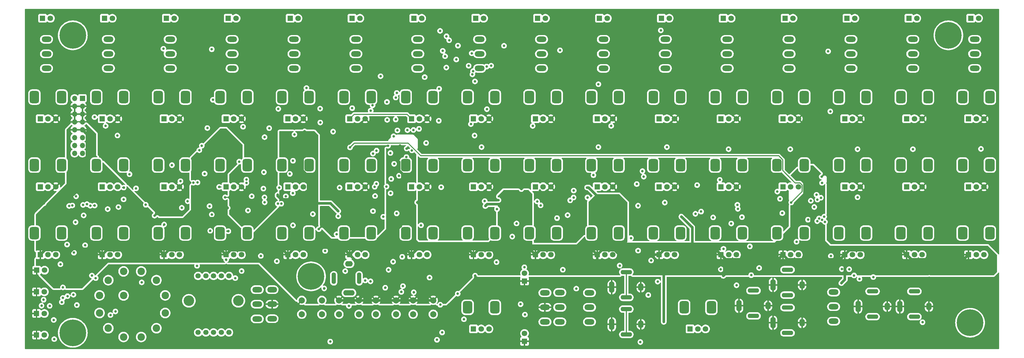
<source format=gbr>
%TF.GenerationSoftware,KiCad,Pcbnew,7.0.9*%
%TF.CreationDate,2023-12-27T10:42:18-06:00*%
%TF.ProjectId,SoundLab16StepSequencer,536f756e-644c-4616-9231-365374657053,rev?*%
%TF.SameCoordinates,Original*%
%TF.FileFunction,Copper,L3,Inr*%
%TF.FilePolarity,Positive*%
%FSLAX46Y46*%
G04 Gerber Fmt 4.6, Leading zero omitted, Abs format (unit mm)*
G04 Created by KiCad (PCBNEW 7.0.9) date 2023-12-27 10:42:18*
%MOMM*%
%LPD*%
G01*
G04 APERTURE LIST*
G04 Aperture macros list*
%AMRoundRect*
0 Rectangle with rounded corners*
0 $1 Rounding radius*
0 $2 $3 $4 $5 $6 $7 $8 $9 X,Y pos of 4 corners*
0 Add a 4 corners polygon primitive as box body*
4,1,4,$2,$3,$4,$5,$6,$7,$8,$9,$2,$3,0*
0 Add four circle primitives for the rounded corners*
1,1,$1+$1,$2,$3*
1,1,$1+$1,$4,$5*
1,1,$1+$1,$6,$7*
1,1,$1+$1,$8,$9*
0 Add four rect primitives between the rounded corners*
20,1,$1+$1,$2,$3,$4,$5,0*
20,1,$1+$1,$4,$5,$6,$7,0*
20,1,$1+$1,$6,$7,$8,$9,0*
20,1,$1+$1,$8,$9,$2,$3,0*%
G04 Aperture macros list end*
%TA.AperFunction,ComponentPad*%
%ADD10C,8.600000*%
%TD*%
%TA.AperFunction,ComponentPad*%
%ADD11O,1.750000X3.700000*%
%TD*%
%TA.AperFunction,ComponentPad*%
%ADD12O,1.750000X2.500000*%
%TD*%
%TA.AperFunction,ComponentPad*%
%ADD13O,3.700000X1.400000*%
%TD*%
%TA.AperFunction,ComponentPad*%
%ADD14O,3.700000X1.750000*%
%TD*%
%TA.AperFunction,ComponentPad*%
%ADD15O,2.500000X1.750000*%
%TD*%
%TA.AperFunction,ComponentPad*%
%ADD16O,1.400000X3.700000*%
%TD*%
%TA.AperFunction,ComponentPad*%
%ADD17R,1.800000X1.800000*%
%TD*%
%TA.AperFunction,ComponentPad*%
%ADD18C,1.800000*%
%TD*%
%TA.AperFunction,ComponentPad*%
%ADD19RoundRect,0.750000X0.750000X-1.250000X0.750000X1.250000X-0.750000X1.250000X-0.750000X-1.250000X0*%
%TD*%
%TA.AperFunction,ComponentPad*%
%ADD20C,2.000000*%
%TD*%
%TA.AperFunction,ComponentPad*%
%ADD21O,3.200000X1.800000*%
%TD*%
%TA.AperFunction,ComponentPad*%
%ADD22C,1.700000*%
%TD*%
%TA.AperFunction,ComponentPad*%
%ADD23C,3.400000*%
%TD*%
%TA.AperFunction,ComponentPad*%
%ADD24C,2.400000*%
%TD*%
%TA.AperFunction,ComponentPad*%
%ADD25R,1.700000X1.700000*%
%TD*%
%TA.AperFunction,ComponentPad*%
%ADD26O,1.700000X1.700000*%
%TD*%
%TA.AperFunction,ViaPad*%
%ADD27C,0.800000*%
%TD*%
%TA.AperFunction,Conductor*%
%ADD28C,0.812800*%
%TD*%
%TA.AperFunction,Conductor*%
%ADD29C,0.304800*%
%TD*%
G04 APERTURE END LIST*
D10*
%TO.N,N/C*%
%TO.C,*%
X80000000Y-187250000D03*
%TD*%
D11*
%TO.N,GNDREF*%
%TO.C,J8*%
X295300000Y-178500000D03*
D12*
X304700000Y-178500000D03*
D13*
%TO.N,/SequencerAnalogGenerator/CV1*%
X300000000Y-173600000D03*
X300000000Y-181800000D03*
%TD*%
D11*
%TO.N,GNDREF*%
%TO.C,J7*%
X306300000Y-184000000D03*
D12*
X315700000Y-184000000D03*
D13*
%TO.N,/SequencerAnalogGenerator/CV2*%
X311000000Y-179100000D03*
X311000000Y-187300000D03*
%TD*%
D11*
%TO.N,GNDREF*%
%TO.C,J6*%
X306300000Y-171750000D03*
D12*
X315700000Y-171750000D03*
D13*
%TO.N,/SequencerAnalogGenerator/CV3*%
X311000000Y-166850000D03*
X311000000Y-175050000D03*
%TD*%
D11*
%TO.N,GNDREF*%
%TO.C,J5*%
X254200000Y-172500000D03*
D12*
X263600000Y-172500000D03*
D13*
%TO.N,/VariClock2/Clock_Out*%
X258900000Y-167600000D03*
X258900000Y-175800000D03*
%TD*%
D11*
%TO.N,GNDREF*%
%TO.C,J4*%
X333800000Y-178750000D03*
D12*
X343200000Y-178750000D03*
D13*
%TO.N,/SequencerInput/Gate*%
X338500000Y-173850000D03*
X338500000Y-182050000D03*
%TD*%
D11*
%TO.N,GNDREF*%
%TO.C,J3*%
X347300000Y-178750000D03*
D12*
X356700000Y-178750000D03*
D13*
%TO.N,/SequencerInput/Trig*%
X352000000Y-173850000D03*
X352000000Y-182050000D03*
%TD*%
D11*
%TO.N,GNDREF*%
%TO.C,J2*%
X254200000Y-184500000D03*
D12*
X263600000Y-184500000D03*
D13*
%TO.N,/VariClock2/EXT_CLK_Input*%
X258900000Y-179600000D03*
X258900000Y-187800000D03*
%TD*%
D14*
%TO.N,GNDREF*%
%TO.C,J1*%
X169250000Y-174325000D03*
D15*
X169250000Y-164925000D03*
D16*
%TO.N,/SequencerClocking/XSTP*%
X164350000Y-169625000D03*
X172550000Y-169625000D03*
%TD*%
D10*
%TO.N,N/C*%
%TO.C,H4*%
X157000000Y-169000000D03*
%TD*%
%TO.N,N/C*%
%TO.C,H3*%
X370000000Y-184000000D03*
%TD*%
%TO.N,N/C*%
%TO.C,H2*%
X363000000Y-91000000D03*
%TD*%
%TO.N,N/C*%
%TO.C,H1*%
X80000000Y-91000000D03*
%TD*%
D17*
%TO.N,+12V*%
%TO.C,RV43*%
X309500000Y-162000000D03*
D18*
%TO.N,Net-(U13-I12)*%
X312000000Y-162000000D03*
%TO.N,GNDREF*%
X314500000Y-162000000D03*
D19*
%TO.N,N/C*%
X307600000Y-155000000D03*
X316400000Y-155000000D03*
%TD*%
D20*
%TO.N,+12V*%
%TO.C,SW20*%
X190000000Y-176750000D03*
X196500000Y-176750000D03*
%TO.N,Net-(R82-Pad1)*%
X190000000Y-181250000D03*
X196500000Y-181250000D03*
%TD*%
D21*
%TO.N,Net-(D22-K)*%
%TO.C,SW8*%
X151500000Y-92300000D03*
%TO.N,GB*%
X151500000Y-97000000D03*
%TO.N,N/C*%
X151500000Y-101700000D03*
%TD*%
D17*
%TO.N,Net-(RV10-Pad1)*%
%TO.C,RV22*%
X289500000Y-118000000D03*
D18*
%TO.N,Net-(R67-Pad1)*%
X292000000Y-118000000D03*
%TO.N,GNDREF*%
X294500000Y-118000000D03*
D19*
%TO.N,N/C*%
X287600000Y-111000000D03*
X296400000Y-111000000D03*
%TD*%
D17*
%TO.N,Net-(C32-Pad2)*%
%TO.C,RV33*%
X209500000Y-140000000D03*
D18*
%TO.N,Net-(R76-Pad2)*%
X212000000Y-140000000D03*
%TO.N,GNDREF*%
X214500000Y-140000000D03*
D19*
%TO.N,N/C*%
X207600000Y-133000000D03*
X216400000Y-133000000D03*
%TD*%
D21*
%TO.N,Net-(D1-K)*%
%TO.C,SW2*%
X139600000Y-182770000D03*
%TO.N,Net-(SW1-Pad4)*%
X139600000Y-178000000D03*
%TO.N,unconnected-(SW2-C-Pad3)*%
X139600000Y-173300000D03*
%TO.N,unconnected-(SW2-A-Pad4)*%
X144400000Y-182700000D03*
%TO.N,GNDREF*%
X144400000Y-178000000D03*
%TO.N,/SequencerClocking/RND*%
X144400000Y-173300000D03*
%TD*%
D20*
%TO.N,+12V*%
%TO.C,SW22*%
X166000000Y-176750000D03*
X172500000Y-176750000D03*
%TO.N,Net-(R80-Pad2)*%
X166000000Y-181250000D03*
X172500000Y-181250000D03*
%TD*%
D17*
%TO.N,GNDREF*%
%TO.C,D45*%
X68275000Y-174000000D03*
D18*
%TO.N,Net-(D45-A)*%
X70815000Y-174000000D03*
%TD*%
D17*
%TO.N,Net-(RV10-Pad1)*%
%TO.C,RV5*%
X369500000Y-118000000D03*
D18*
%TO.N,Net-(R51-Pad1)*%
X372000000Y-118000000D03*
%TO.N,GNDREF*%
X374500000Y-118000000D03*
D19*
%TO.N,N/C*%
X367600000Y-111000000D03*
X376400000Y-111000000D03*
%TD*%
D21*
%TO.N,Net-(D25-K)*%
%TO.C,SW11*%
X211500000Y-92300000D03*
%TO.N,GB*%
X211500000Y-97000000D03*
%TO.N,N/C*%
X211500000Y-101700000D03*
%TD*%
%TO.N,Net-(D23-K)*%
%TO.C,SW9*%
X171500000Y-92300000D03*
%TO.N,GB*%
X171500000Y-97000000D03*
%TO.N,N/C*%
X171500000Y-101700000D03*
%TD*%
D17*
%TO.N,+12V*%
%TO.C,RV45*%
X289500000Y-162000000D03*
D18*
%TO.N,Net-(U13-I11)*%
X292000000Y-162000000D03*
%TO.N,GNDREF*%
X294500000Y-162000000D03*
D19*
%TO.N,N/C*%
X287600000Y-155000000D03*
X296400000Y-155000000D03*
%TD*%
D17*
%TO.N,Net-(RV10-Pad1)*%
%TO.C,RV11*%
X349500000Y-140000000D03*
D18*
%TO.N,Net-(R55-Pad2)*%
X352000000Y-140000000D03*
%TO.N,GNDREF*%
X354500000Y-140000000D03*
D19*
%TO.N,N/C*%
X347600000Y-133000000D03*
X356400000Y-133000000D03*
%TD*%
D20*
%TO.N,+12V*%
%TO.C,SW21*%
X178000000Y-176750000D03*
X184500000Y-176750000D03*
%TO.N,Net-(R83-Pad1)*%
X178000000Y-181250000D03*
X184500000Y-181250000D03*
%TD*%
D17*
%TO.N,+12V*%
%TO.C,RV38*%
X89500000Y-162000000D03*
D18*
%TO.N,Net-(U13-I1)*%
X92000000Y-162000000D03*
%TO.N,GNDREF*%
X94500000Y-162000000D03*
D19*
%TO.N,N/C*%
X87600000Y-155000000D03*
X96400000Y-155000000D03*
%TD*%
D21*
%TO.N,Net-(D33-K)*%
%TO.C,SW19*%
X371500000Y-92300000D03*
%TO.N,GB*%
X371500000Y-97000000D03*
%TO.N,N/C*%
X371500000Y-101700000D03*
%TD*%
%TO.N,/SequencerInput/SBV2*%
%TO.C,SW26*%
X325900000Y-174100000D03*
%TO.N,/SequencerInput/SBV1*%
X325900000Y-178800000D03*
%TO.N,Net-(D62-A)*%
X325900000Y-183500000D03*
%TD*%
D22*
%TO.N,unconnected-(SW1-Pad1)*%
%TO.C,SW1*%
X130500000Y-187150000D03*
%TO.N,/SequencerClocking/STP*%
X128000000Y-187150000D03*
D23*
%TO.N,/SequencerClocking/CLR*%
X117500000Y-176900000D03*
D22*
X125500000Y-187150000D03*
D23*
X133500000Y-176900000D03*
D22*
%TO.N,Net-(SW1-Pad4)*%
X123000000Y-187150000D03*
%TO.N,/SequencerClocking/REV*%
X120500000Y-187150000D03*
%TO.N,N/C*%
X120500000Y-168850000D03*
X123000000Y-168850000D03*
X125500000Y-168850000D03*
X128000000Y-168850000D03*
X130500000Y-168850000D03*
%TD*%
D17*
%TO.N,Net-(RV10-Pad1)*%
%TO.C,RV26*%
X269500000Y-118000000D03*
D18*
%TO.N,Net-(R70-Pad2)*%
X272000000Y-118000000D03*
%TO.N,GNDREF*%
X274500000Y-118000000D03*
D19*
%TO.N,N/C*%
X267600000Y-111000000D03*
X276400000Y-111000000D03*
%TD*%
D21*
%TO.N,Net-(D27-K)*%
%TO.C,SW13*%
X251500000Y-92300000D03*
%TO.N,GB*%
X251500000Y-97000000D03*
%TO.N,N/C*%
X251500000Y-101700000D03*
%TD*%
D17*
%TO.N,Net-(D10-K)*%
%TO.C,D14*%
X190225000Y-85500000D03*
D18*
%TO.N,/SequencerInput/Q6*%
X192765000Y-85500000D03*
%TD*%
D17*
%TO.N,Net-(C32-Pad2)*%
%TO.C,RV20*%
X149500000Y-118000000D03*
D18*
%TO.N,Net-(R64-Pad2)*%
X152000000Y-118000000D03*
%TO.N,GNDREF*%
X154500000Y-118000000D03*
D19*
%TO.N,N/C*%
X147600000Y-111000000D03*
X156400000Y-111000000D03*
%TD*%
D17*
%TO.N,Net-(C32-Pad2)*%
%TO.C,RV12*%
X109500000Y-118000000D03*
D18*
%TO.N,Net-(R56-Pad2)*%
X112000000Y-118000000D03*
%TO.N,GNDREF*%
X114500000Y-118000000D03*
D19*
%TO.N,N/C*%
X107600000Y-111000000D03*
X116400000Y-111000000D03*
%TD*%
D21*
%TO.N,Net-(D30-K)*%
%TO.C,SW16*%
X311500000Y-92300000D03*
%TO.N,GB*%
X311500000Y-97000000D03*
%TO.N,N/C*%
X311500000Y-101700000D03*
%TD*%
%TO.N,Net-(D29-K)*%
%TO.C,SW15*%
X291500000Y-92300000D03*
%TO.N,GB*%
X291500000Y-97000000D03*
%TO.N,N/C*%
X291500000Y-101700000D03*
%TD*%
D17*
%TO.N,+12V*%
%TO.C,RV47*%
X269500000Y-162000000D03*
D18*
%TO.N,Net-(U13-I10)*%
X272000000Y-162000000D03*
%TO.N,GNDREF*%
X274500000Y-162000000D03*
D19*
%TO.N,N/C*%
X267600000Y-155000000D03*
X276400000Y-155000000D03*
%TD*%
D17*
%TO.N,+12V*%
%TO.C,RV42*%
X129500000Y-162000000D03*
D18*
%TO.N,Net-(U13-I3)*%
X132000000Y-162000000D03*
%TO.N,GNDREF*%
X134500000Y-162000000D03*
D19*
%TO.N,N/C*%
X127600000Y-155000000D03*
X136400000Y-155000000D03*
%TD*%
D17*
%TO.N,Net-(C32-Pad2)*%
%TO.C,RV8*%
X89500000Y-118000000D03*
D18*
%TO.N,Net-(R53-Pad1)*%
X92000000Y-118000000D03*
%TO.N,GNDREF*%
X94500000Y-118000000D03*
D19*
%TO.N,N/C*%
X87600000Y-111000000D03*
X96400000Y-111000000D03*
%TD*%
D17*
%TO.N,Net-(C32-Pad2)*%
%TO.C,RV25*%
X169500000Y-140000000D03*
D18*
%TO.N,Net-(R68-Pad2)*%
X172000000Y-140000000D03*
%TO.N,GNDREF*%
X174500000Y-140000000D03*
D19*
%TO.N,N/C*%
X167600000Y-133000000D03*
X176400000Y-133000000D03*
%TD*%
D17*
%TO.N,GNDREF*%
%TO.C,D61*%
X226000000Y-190000000D03*
D18*
%TO.N,Net-(D61-A)*%
X226000000Y-187460000D03*
%TD*%
D17*
%TO.N,Net-(RV10-Pad1)*%
%TO.C,RV23*%
X289500000Y-140000000D03*
D18*
%TO.N,Net-(R66-Pad1)*%
X292000000Y-140000000D03*
%TO.N,GNDREF*%
X294500000Y-140000000D03*
D19*
%TO.N,N/C*%
X287600000Y-133000000D03*
X296400000Y-133000000D03*
%TD*%
D17*
%TO.N,+12V*%
%TO.C,RV37*%
X369500000Y-162000000D03*
D18*
%TO.N,Net-(U13-I15)*%
X372000000Y-162000000D03*
%TO.N,GNDREF*%
X374500000Y-162000000D03*
D19*
%TO.N,N/C*%
X367600000Y-155000000D03*
X376400000Y-155000000D03*
%TD*%
D17*
%TO.N,Net-(D10-K)*%
%TO.C,D2*%
X70225000Y-85500000D03*
D18*
%TO.N,/SequencerClocking/FWD*%
X72765000Y-85500000D03*
%TD*%
D17*
%TO.N,GNDREF*%
%TO.C,D64*%
X226000000Y-170500000D03*
D18*
%TO.N,Net-(D64-A)*%
X226000000Y-167960000D03*
%TD*%
D17*
%TO.N,Net-(RV10-Pad1)*%
%TO.C,RV18*%
X309500000Y-118000000D03*
D18*
%TO.N,Net-(R62-Pad2)*%
X312000000Y-118000000D03*
%TO.N,GNDREF*%
X314500000Y-118000000D03*
D19*
%TO.N,N/C*%
X307600000Y-111000000D03*
X316400000Y-111000000D03*
%TD*%
D21*
%TO.N,Net-(D19-K)*%
%TO.C,SW5*%
X91500000Y-92300000D03*
%TO.N,GB*%
X91500000Y-97000000D03*
%TO.N,N/C*%
X91500000Y-101700000D03*
%TD*%
D17*
%TO.N,Net-(C32-Pad2)*%
%TO.C,RV9*%
X89500000Y-140000000D03*
D18*
%TO.N,Net-(R52-Pad2)*%
X92000000Y-140000000D03*
%TO.N,GNDREF*%
X94500000Y-140000000D03*
D19*
%TO.N,N/C*%
X87600000Y-133000000D03*
X96400000Y-133000000D03*
%TD*%
D17*
%TO.N,Net-(D10-K)*%
%TO.C,D5*%
X350225000Y-85500000D03*
D18*
%TO.N,/SequencerInput/Q14*%
X352765000Y-85500000D03*
%TD*%
D17*
%TO.N,Net-(C32-Pad2)*%
%TO.C,RV16*%
X129500000Y-118000000D03*
D18*
%TO.N,Net-(R61-Pad1)*%
X132000000Y-118000000D03*
%TO.N,GNDREF*%
X134500000Y-118000000D03*
D19*
%TO.N,N/C*%
X127600000Y-111000000D03*
X136400000Y-111000000D03*
%TD*%
D17*
%TO.N,GNDREF*%
%TO.C,D47*%
X68275000Y-188000000D03*
D18*
%TO.N,Net-(D47-A)*%
X70815000Y-188000000D03*
%TD*%
D21*
%TO.N,Net-(D26-K)*%
%TO.C,SW12*%
X231500000Y-92300000D03*
%TO.N,GB*%
X231500000Y-97000000D03*
%TO.N,N/C*%
X231500000Y-101700000D03*
%TD*%
D17*
%TO.N,Net-(C32-Pad2)*%
%TO.C,RV4*%
X69500000Y-140000000D03*
D18*
%TO.N,Net-(R49-Pad2)*%
X72000000Y-140000000D03*
%TO.N,GNDREF*%
X74500000Y-140000000D03*
D19*
%TO.N,N/C*%
X67600000Y-133000000D03*
X76400000Y-133000000D03*
%TD*%
D17*
%TO.N,Net-(D10-K)*%
%TO.C,D15*%
X250225000Y-85500000D03*
D18*
%TO.N,/SequencerInput/Q9*%
X252765000Y-85500000D03*
%TD*%
D17*
%TO.N,Net-(C32-Pad2)*%
%TO.C,RV21*%
X149500000Y-140000000D03*
D18*
%TO.N,Net-(R65-Pad2)*%
X152000000Y-140000000D03*
%TO.N,GNDREF*%
X154500000Y-140000000D03*
D19*
%TO.N,N/C*%
X147600000Y-133000000D03*
X156400000Y-133000000D03*
%TD*%
D17*
%TO.N,Net-(C32-Pad2)*%
%TO.C,RV17*%
X129500000Y-140000000D03*
D18*
%TO.N,Net-(R60-Pad2)*%
X132000000Y-140000000D03*
%TO.N,GNDREF*%
X134500000Y-140000000D03*
D19*
%TO.N,N/C*%
X127600000Y-133000000D03*
X136400000Y-133000000D03*
%TD*%
D21*
%TO.N,Net-(D24-K)*%
%TO.C,SW10*%
X191500000Y-92300000D03*
%TO.N,GB*%
X191500000Y-97000000D03*
%TO.N,N/C*%
X191500000Y-101700000D03*
%TD*%
%TO.N,Net-(SW25-A)*%
%TO.C,SW25*%
X247000000Y-183700000D03*
%TO.N,Net-(SW25-B)*%
X247000000Y-179000000D03*
%TO.N,Net-(Q2-C)*%
X247000000Y-174300000D03*
%TD*%
D17*
%TO.N,Net-(C32-Pad2)*%
%TO.C,RV28*%
X189500000Y-118000000D03*
D18*
%TO.N,Net-(R72-Pad2)*%
X192000000Y-118000000D03*
%TO.N,GNDREF*%
X194500000Y-118000000D03*
D19*
%TO.N,N/C*%
X187600000Y-111000000D03*
X196400000Y-111000000D03*
%TD*%
D17*
%TO.N,Net-(D10-K)*%
%TO.C,D7*%
X330225000Y-85500000D03*
D18*
%TO.N,/SequencerInput/Q13*%
X332765000Y-85500000D03*
%TD*%
D17*
%TO.N,+12V*%
%TO.C,RV50*%
X209500000Y-162000000D03*
D18*
%TO.N,Net-(U13-I7)*%
X212000000Y-162000000D03*
%TO.N,GNDREF*%
X214500000Y-162000000D03*
D19*
%TO.N,N/C*%
X207600000Y-155000000D03*
X216400000Y-155000000D03*
%TD*%
D17*
%TO.N,Net-(RV10-Pad1)*%
%TO.C,RV34*%
X229500000Y-118000000D03*
D18*
%TO.N,Net-(R78-Pad2)*%
X232000000Y-118000000D03*
%TO.N,GNDREF*%
X234500000Y-118000000D03*
D19*
%TO.N,N/C*%
X227600000Y-111000000D03*
X236400000Y-111000000D03*
%TD*%
D17*
%TO.N,+12V*%
%TO.C,RV51*%
X229500000Y-162000000D03*
D18*
%TO.N,Net-(U13-I8)*%
X232000000Y-162000000D03*
%TO.N,GNDREF*%
X234500000Y-162000000D03*
D19*
%TO.N,N/C*%
X227600000Y-155000000D03*
X236400000Y-155000000D03*
%TD*%
D17*
%TO.N,Net-(C32-Pad2)*%
%TO.C,RV32*%
X209500000Y-118000000D03*
D18*
%TO.N,Net-(R77-Pad1)*%
X212000000Y-118000000D03*
%TO.N,GNDREF*%
X214500000Y-118000000D03*
D19*
%TO.N,N/C*%
X207600000Y-111000000D03*
X216400000Y-111000000D03*
%TD*%
D17*
%TO.N,Net-(D10-K)*%
%TO.C,D10*%
X150250000Y-85500000D03*
D18*
%TO.N,/SequencerInput/Q4*%
X152790000Y-85500000D03*
%TD*%
D21*
%TO.N,/VariClock1/QCK*%
%TO.C,SW24*%
X237400000Y-174230000D03*
%TO.N,Net-(SW25-A)*%
X237400000Y-179000000D03*
%TO.N,/VariClock2/Q2*%
X237400000Y-183700000D03*
%TO.N,unconnected-(SW24-A-Pad4)*%
X232600000Y-174300000D03*
%TO.N,GNDREF*%
X232600000Y-179000000D03*
%TO.N,Net-(U4B-S)*%
X232600000Y-183700000D03*
%TD*%
D17*
%TO.N,Net-(C32-Pad2)*%
%TO.C,RV29*%
X189500000Y-140000000D03*
D18*
%TO.N,Net-(R73-Pad2)*%
X192000000Y-140000000D03*
%TO.N,GNDREF*%
X194500000Y-140000000D03*
D19*
%TO.N,N/C*%
X187600000Y-133000000D03*
X196400000Y-133000000D03*
%TD*%
D17*
%TO.N,+12V*%
%TO.C,RV49*%
X249500000Y-162000000D03*
D18*
%TO.N,Net-(U13-I9)*%
X252000000Y-162000000D03*
%TO.N,GNDREF*%
X254500000Y-162000000D03*
D19*
%TO.N,N/C*%
X247600000Y-155000000D03*
X256400000Y-155000000D03*
%TD*%
D21*
%TO.N,Net-(D31-K)*%
%TO.C,SW17*%
X331500000Y-92300000D03*
%TO.N,GB*%
X331500000Y-97000000D03*
%TO.N,N/C*%
X331500000Y-101700000D03*
%TD*%
D17*
%TO.N,+12V*%
%TO.C,RV48*%
X189500000Y-162000000D03*
D18*
%TO.N,Net-(U13-I6)*%
X192000000Y-162000000D03*
%TO.N,GNDREF*%
X194500000Y-162000000D03*
D19*
%TO.N,N/C*%
X187600000Y-155000000D03*
X196400000Y-155000000D03*
%TD*%
D17*
%TO.N,Net-(D10-K)*%
%TO.C,D11*%
X290225000Y-85500000D03*
D18*
%TO.N,/SequencerInput/Q11*%
X292765000Y-85500000D03*
%TD*%
D24*
%TO.N,/SequencerInput/Q4*%
%TO.C,SW3*%
X88635000Y-175153000D03*
%TO.N,/SequencerInput/Q5*%
X91472000Y-170222000D03*
%TO.N,/SequencerInput/Q6*%
X96403000Y-167385000D03*
%TO.N,/SequencerInput/Q7*%
X102097000Y-167385000D03*
%TO.N,/SequencerInput/Q8*%
X107028000Y-170222000D03*
%TO.N,/SequencerInput/Q9*%
X109865000Y-175153000D03*
%TO.N,/SequencerInput/Q10*%
X109865000Y-180847000D03*
%TO.N,/SequencerInput/Q11*%
X107028000Y-185778000D03*
%TO.N,/SequencerInput/Q12*%
X102097000Y-188615000D03*
%TO.N,/SequencerInput/Q13*%
X96403000Y-188615000D03*
%TO.N,/SequencerInput/Q14*%
X91472000Y-185778000D03*
%TO.N,/SequencerInput/Q15*%
X88635000Y-180847000D03*
%TO.N,Net-(D1-A)*%
X96422000Y-175172000D03*
%TD*%
D17*
%TO.N,+12V*%
%TO.C,RV40*%
X109500000Y-162000000D03*
D18*
%TO.N,Net-(U13-I2)*%
X112000000Y-162000000D03*
%TO.N,GNDREF*%
X114500000Y-162000000D03*
D19*
%TO.N,N/C*%
X107600000Y-155000000D03*
X116400000Y-155000000D03*
%TD*%
D17*
%TO.N,Net-(D10-K)*%
%TO.C,D17*%
X230225000Y-85500000D03*
D18*
%TO.N,/SequencerInput/Q8*%
X232765000Y-85500000D03*
%TD*%
D17*
%TO.N,Net-(D10-K)*%
%TO.C,D3*%
X370225000Y-85500000D03*
D18*
%TO.N,/SequencerInput/Q15*%
X372765000Y-85500000D03*
%TD*%
D20*
%TO.N,GNDREF*%
%TO.C,SW23*%
X154000000Y-176750000D03*
X160500000Y-176750000D03*
%TO.N,Net-(R105-Pad2)*%
X154000000Y-181250000D03*
X160500000Y-181250000D03*
%TD*%
D17*
%TO.N,GNDREF*%
%TO.C,D44*%
X68325000Y-167000000D03*
D18*
%TO.N,Net-(D44-A)*%
X70865000Y-167000000D03*
%TD*%
D17*
%TO.N,Net-(RV10-Pad1)*%
%TO.C,RV14*%
X329500000Y-118000000D03*
D18*
%TO.N,Net-(R59-Pad1)*%
X332000000Y-118000000D03*
%TO.N,GNDREF*%
X334500000Y-118000000D03*
D19*
%TO.N,N/C*%
X327600000Y-111000000D03*
X336400000Y-111000000D03*
%TD*%
D17*
%TO.N,Net-(RV10-Pad1)*%
%TO.C,RV31*%
X249500000Y-140000000D03*
D18*
%TO.N,Net-(R74-Pad1)*%
X252000000Y-140000000D03*
%TO.N,GNDREF*%
X254500000Y-140000000D03*
D19*
%TO.N,N/C*%
X247600000Y-133000000D03*
X256400000Y-133000000D03*
%TD*%
D21*
%TO.N,Net-(D20-K)*%
%TO.C,SW6*%
X111500000Y-92300000D03*
%TO.N,GB*%
X111500000Y-97000000D03*
%TO.N,N/C*%
X111500000Y-101700000D03*
%TD*%
D17*
%TO.N,Net-(RV10-Pad1)*%
%TO.C,RV6*%
X369500000Y-140000000D03*
D18*
%TO.N,Net-(R50-Pad1)*%
X372000000Y-140000000D03*
%TO.N,GNDREF*%
X374500000Y-140000000D03*
D19*
%TO.N,N/C*%
X367600000Y-133000000D03*
X376400000Y-133000000D03*
%TD*%
D17*
%TO.N,Net-(D10-K)*%
%TO.C,D16*%
X210250000Y-85500000D03*
D18*
%TO.N,/SequencerInput/Q7*%
X212790000Y-85500000D03*
%TD*%
D17*
%TO.N,Net-(R33-Pad2)*%
%TO.C,RV2*%
X209500000Y-186000000D03*
D18*
%TO.N,/VariClock1/CLK*%
X212000000Y-186000000D03*
X214500000Y-186000000D03*
D19*
%TO.N,N/C*%
X207600000Y-179000000D03*
X216400000Y-179000000D03*
%TD*%
D21*
%TO.N,Net-(D21-K)*%
%TO.C,SW7*%
X131500000Y-92300000D03*
%TO.N,GB*%
X131500000Y-97000000D03*
%TO.N,N/C*%
X131500000Y-101700000D03*
%TD*%
D17*
%TO.N,Net-(RV10-Pad1)*%
%TO.C,RV27*%
X269500000Y-140000000D03*
D18*
%TO.N,Net-(R71-Pad2)*%
X272000000Y-140000000D03*
%TO.N,GNDREF*%
X274500000Y-140000000D03*
D19*
%TO.N,N/C*%
X267600000Y-133000000D03*
X276400000Y-133000000D03*
%TD*%
D17*
%TO.N,+12V*%
%TO.C,RV39*%
X349500000Y-162000000D03*
D18*
%TO.N,Net-(U13-I14)*%
X352000000Y-162000000D03*
%TO.N,GNDREF*%
X354500000Y-162000000D03*
D19*
%TO.N,N/C*%
X347600000Y-155000000D03*
X356400000Y-155000000D03*
%TD*%
D17*
%TO.N,Net-(D10-K)*%
%TO.C,D4*%
X90225000Y-85500000D03*
D18*
%TO.N,Net-(D19-A)*%
X92765000Y-85500000D03*
%TD*%
D21*
%TO.N,Net-(D18-K)*%
%TO.C,SW4*%
X71500000Y-92300000D03*
%TO.N,GB*%
X71500000Y-97000000D03*
%TO.N,N/C*%
X71500000Y-101700000D03*
%TD*%
D17*
%TO.N,Net-(C32-Pad2)*%
%TO.C,RV13*%
X109500000Y-140000000D03*
D18*
%TO.N,Net-(R57-Pad2)*%
X112000000Y-140000000D03*
%TO.N,GNDREF*%
X114500000Y-140000000D03*
D19*
%TO.N,N/C*%
X107600000Y-133000000D03*
X116400000Y-133000000D03*
%TD*%
D17*
%TO.N,Net-(C32-Pad2)*%
%TO.C,RV24*%
X169500000Y-118000000D03*
D18*
%TO.N,Net-(R69-Pad1)*%
X172000000Y-118000000D03*
%TO.N,GNDREF*%
X174500000Y-118000000D03*
D19*
%TO.N,N/C*%
X167600000Y-111000000D03*
X176400000Y-111000000D03*
%TD*%
D17*
%TO.N,Net-(U11B-+)*%
%TO.C,RV7*%
X279500000Y-186000000D03*
D18*
X282000000Y-186000000D03*
%TO.N,Net-(U11C-+)*%
X284500000Y-186000000D03*
D19*
%TO.N,N/C*%
X277600000Y-179000000D03*
X286400000Y-179000000D03*
%TD*%
D17*
%TO.N,Net-(RV10-Pad1)*%
%TO.C,RV35*%
X229500000Y-140000000D03*
D18*
%TO.N,Net-(R79-Pad2)*%
X232000000Y-140000000D03*
%TO.N,GNDREF*%
X234500000Y-140000000D03*
D19*
%TO.N,N/C*%
X227600000Y-133000000D03*
X236400000Y-133000000D03*
%TD*%
D17*
%TO.N,Net-(D10-K)*%
%TO.C,D6*%
X110250000Y-85500000D03*
D18*
%TO.N,Net-(D20-A)*%
X112790000Y-85500000D03*
%TD*%
D21*
%TO.N,Net-(D32-K)*%
%TO.C,SW18*%
X351500000Y-92300000D03*
%TO.N,GB*%
X351500000Y-97000000D03*
%TO.N,N/C*%
X351500000Y-101700000D03*
%TD*%
D17*
%TO.N,+12V*%
%TO.C,RV44*%
X149500000Y-162000000D03*
D18*
%TO.N,Net-(U13-I4)*%
X152000000Y-162000000D03*
%TO.N,GNDREF*%
X154500000Y-162000000D03*
D19*
%TO.N,N/C*%
X147600000Y-155000000D03*
X156400000Y-155000000D03*
%TD*%
D17*
%TO.N,+12V*%
%TO.C,RV41*%
X329500000Y-162000000D03*
D18*
%TO.N,Net-(U13-I13)*%
X332000000Y-162000000D03*
%TO.N,GNDREF*%
X334500000Y-162000000D03*
D19*
%TO.N,N/C*%
X327600000Y-155000000D03*
X336400000Y-155000000D03*
%TD*%
D17*
%TO.N,Net-(RV10-Pad1)*%
%TO.C,RV15*%
X329500000Y-140000000D03*
D18*
%TO.N,Net-(R58-Pad1)*%
X332000000Y-140000000D03*
%TO.N,GNDREF*%
X334500000Y-140000000D03*
D19*
%TO.N,N/C*%
X327600000Y-133000000D03*
X336400000Y-133000000D03*
%TD*%
D17*
%TO.N,Net-(RV10-Pad1)*%
%TO.C,RV10*%
X349500000Y-118000000D03*
D18*
%TO.N,Net-(R54-Pad2)*%
X352000000Y-118000000D03*
%TO.N,GNDREF*%
X354500000Y-118000000D03*
D19*
%TO.N,N/C*%
X347600000Y-111000000D03*
X356400000Y-111000000D03*
%TD*%
D17*
%TO.N,+12V*%
%TO.C,RV36*%
X69500000Y-162000000D03*
D18*
%TO.N,Net-(U13-I0)*%
X72000000Y-162000000D03*
%TO.N,GNDREF*%
X74500000Y-162000000D03*
D19*
%TO.N,N/C*%
X67600000Y-155000000D03*
X76400000Y-155000000D03*
%TD*%
D17*
%TO.N,GNDREF*%
%TO.C,D46*%
X68275000Y-181000000D03*
D18*
%TO.N,Net-(D46-A)*%
X70815000Y-181000000D03*
%TD*%
D17*
%TO.N,Net-(D10-K)*%
%TO.C,D8*%
X130225000Y-85500000D03*
D18*
%TO.N,Net-(D21-A)*%
X132765000Y-85500000D03*
%TD*%
D17*
%TO.N,Net-(D10-K)*%
%TO.C,D9*%
X310225000Y-85500000D03*
D18*
%TO.N,/SequencerInput/Q12*%
X312765000Y-85500000D03*
%TD*%
D17*
%TO.N,Net-(C32-Pad2)*%
%TO.C,RV3*%
X69500000Y-118000000D03*
D18*
%TO.N,Net-(R48-Pad2)*%
X72000000Y-118000000D03*
%TO.N,GNDREF*%
X74500000Y-118000000D03*
D19*
%TO.N,N/C*%
X67600000Y-111000000D03*
X76400000Y-111000000D03*
%TD*%
D21*
%TO.N,Net-(D28-K)*%
%TO.C,SW14*%
X271500000Y-92300000D03*
%TO.N,GB*%
X271500000Y-97000000D03*
%TO.N,N/C*%
X271500000Y-101700000D03*
%TD*%
D17*
%TO.N,Net-(D10-K)*%
%TO.C,D13*%
X270225000Y-85500000D03*
D18*
%TO.N,/SequencerInput/Q10*%
X272765000Y-85500000D03*
%TD*%
D17*
%TO.N,Net-(RV10-Pad1)*%
%TO.C,RV30*%
X249500000Y-118000000D03*
D18*
%TO.N,Net-(R75-Pad1)*%
X252000000Y-118000000D03*
%TO.N,GNDREF*%
X254500000Y-118000000D03*
D19*
%TO.N,N/C*%
X247600000Y-111000000D03*
X256400000Y-111000000D03*
%TD*%
D17*
%TO.N,Net-(RV10-Pad1)*%
%TO.C,RV19*%
X309500000Y-140000000D03*
D18*
%TO.N,Net-(R63-Pad2)*%
X312000000Y-140000000D03*
%TO.N,GNDREF*%
X314500000Y-140000000D03*
D19*
%TO.N,N/C*%
X307600000Y-133000000D03*
X316400000Y-133000000D03*
%TD*%
D17*
%TO.N,Net-(D10-K)*%
%TO.C,D12*%
X170250000Y-85500000D03*
D18*
%TO.N,/SequencerInput/Q5*%
X172790000Y-85500000D03*
%TD*%
D17*
%TO.N,+12V*%
%TO.C,RV46*%
X169500000Y-162000000D03*
D18*
%TO.N,Net-(U13-I5)*%
X172000000Y-162000000D03*
%TO.N,GNDREF*%
X174500000Y-162000000D03*
D19*
%TO.N,N/C*%
X167600000Y-155000000D03*
X176400000Y-155000000D03*
%TD*%
D25*
%TO.N,-12V*%
%TO.C,J9*%
X83100000Y-111385000D03*
D26*
X80560000Y-111385000D03*
%TO.N,GNDREF*%
X83100000Y-113925000D03*
X80560000Y-113925000D03*
X83100000Y-116465000D03*
X80560000Y-116465000D03*
X83100000Y-119005000D03*
X80560000Y-119005000D03*
%TO.N,+12V*%
X83100000Y-121545000D03*
X80560000Y-121545000D03*
%TO.N,Net-(J9-Pin_11)*%
X83100000Y-124085000D03*
X80560000Y-124085000D03*
%TO.N,Net-(J9-Pin_13)*%
X83100000Y-126625000D03*
X80560000Y-126625000D03*
%TO.N,Net-(J9-Pin_15)*%
X83100000Y-129165000D03*
X80560000Y-129165000D03*
%TD*%
D27*
%TO.N,+12V*%
X75700000Y-168000000D03*
%TO.N,GNDREF*%
X86350000Y-190525000D03*
X68800000Y-184100000D03*
X76575000Y-181975000D03*
%TO.N,+12V*%
X84100000Y-167375000D03*
%TO.N,/SequencerInput/Q8*%
X93775000Y-180350000D03*
%TO.N,/SequencerInput/Q9*%
X92175000Y-181500000D03*
%TO.N,Net-(U9-P0)*%
X74000000Y-189300000D03*
%TO.N,Net-(U9-P1)*%
X73832617Y-183095117D03*
%TO.N,Net-(D20-A)*%
X72524330Y-178549330D03*
%TO.N,Net-(D19-A)*%
X70556091Y-176559142D03*
%TO.N,/SequencerClocking/FWD*%
X69900002Y-178475000D03*
%TO.N,Net-(D21-A)*%
X76450000Y-177350000D03*
%TO.N,/SequencerInput/Q4*%
X76802400Y-175975000D03*
%TO.N,/SequencerInput/Q5*%
X78269909Y-175389857D03*
%TO.N,/SequencerInput/Q6*%
X87400000Y-169550000D03*
X76802400Y-172554030D03*
%TO.N,/SequencerAnalogGenerator/QD*%
X86175000Y-168747600D03*
%TO.N,/SequencerInput/Q7*%
X80188059Y-174932200D03*
%TO.N,/SequencerInput/Q14*%
X81300000Y-178275000D03*
%TO.N,Net-(U9-P2)*%
X76005279Y-165064244D03*
%TO.N,GNDREF*%
X84575000Y-145625000D03*
X87050000Y-146075000D03*
%TO.N,I{slash}O*%
X269025000Y-170700000D03*
X260400000Y-156600000D03*
X209975000Y-105925000D03*
%TO.N,Net-(U13-I0)*%
X78150000Y-158700000D03*
X323100000Y-151375000D03*
%TO.N,/SequencerClocking/XSTP*%
X184700000Y-109675000D03*
%TO.N,Net-(D62-A)*%
X183850008Y-132600004D03*
%TO.N,/SequencerAnalogGenerator/CV3*%
X294525000Y-171875000D03*
%TO.N,/SequencerInput/Q12*%
X324125000Y-96200000D03*
X263425000Y-190250000D03*
%TO.N,GNDREF*%
X176225000Y-170600000D03*
X180975000Y-172675000D03*
%TO.N,Net-(U12-I5)*%
X203937500Y-98827734D03*
X176275000Y-115375000D03*
%TO.N,/SequencerAnalogGenerator/QB*%
X204400000Y-174600000D03*
%TO.N,Net-(U4B-S)*%
X224725000Y-178000000D03*
%TO.N,+12V*%
X154950014Y-122100015D03*
X146200000Y-142575000D03*
X185760000Y-126650000D03*
X345565700Y-164984300D03*
X147025000Y-167600000D03*
X89850000Y-147975000D03*
X276700000Y-149675000D03*
X283825000Y-165775000D03*
X130033800Y-124003823D03*
X165800000Y-147875000D03*
X184758800Y-131300000D03*
X203300000Y-171675000D03*
X226525000Y-143950000D03*
X154275000Y-145350000D03*
X213325000Y-146250000D03*
X122858795Y-139206621D03*
X96416200Y-142475000D03*
X152650000Y-147575000D03*
X317200000Y-137975000D03*
X328400000Y-171175000D03*
X249475000Y-167900000D03*
X257600000Y-148200000D03*
X246225000Y-140250000D03*
X80825000Y-141875000D03*
X130033800Y-146866200D03*
X290250000Y-168817000D03*
X103538800Y-149295000D03*
X271000000Y-183725000D03*
X185975000Y-139175000D03*
X218325000Y-166650000D03*
X120246269Y-149075871D03*
%TO.N,GNDREF*%
X163525000Y-88550000D03*
X341075000Y-102375000D03*
X129575000Y-163597600D03*
X83497600Y-149275000D03*
X117929800Y-138692383D03*
X102450000Y-124225000D03*
X178172600Y-123076813D03*
X183529883Y-164245117D03*
X186350000Y-115425000D03*
X171350000Y-149425000D03*
X211975000Y-177750000D03*
X289425000Y-166700000D03*
X160550000Y-123450000D03*
X67150000Y-177450000D03*
X266924998Y-163850000D03*
X281600000Y-123425000D03*
X251950000Y-182325000D03*
X344725000Y-187650000D03*
X317575000Y-185650000D03*
X145300000Y-101875000D03*
X141350000Y-180775000D03*
X343650000Y-123950000D03*
X233900000Y-143625000D03*
X135125000Y-123725000D03*
X356800000Y-169475000D03*
X212275000Y-109500000D03*
X163550000Y-139025000D03*
X161225000Y-108400000D03*
X240200000Y-133350000D03*
X220700000Y-111075000D03*
X134200000Y-142050000D03*
X91275000Y-147225000D03*
X202350000Y-113925000D03*
X142575000Y-91625000D03*
X224450000Y-108400000D03*
X224975000Y-140750000D03*
X293050000Y-184100000D03*
X319750000Y-175750000D03*
X303675000Y-187650000D03*
X290825000Y-134000000D03*
X301025000Y-88100000D03*
X177125000Y-145550000D03*
X94550000Y-185950000D03*
X209587922Y-114377487D03*
X176775000Y-120775000D03*
X187825000Y-130400000D03*
X164275000Y-120550000D03*
X187900000Y-127650000D03*
X140775000Y-162375000D03*
X181875000Y-126750000D03*
X100725000Y-112875000D03*
X98320006Y-180697600D03*
X202425000Y-144400000D03*
X283950000Y-139025000D03*
X109875000Y-168250000D03*
X106425000Y-149350000D03*
X282725000Y-134575000D03*
X199050000Y-91800000D03*
X213750000Y-149375000D03*
X222000000Y-138525000D03*
X176137600Y-142183476D03*
X113550000Y-185625000D03*
X149950000Y-186363000D03*
X168150000Y-120925000D03*
X190203317Y-174146683D03*
X256550000Y-140475000D03*
X127301267Y-140076267D03*
X101825000Y-89900000D03*
X202750000Y-133875000D03*
X109525000Y-152225000D03*
X168050000Y-167295117D03*
X94750000Y-146575000D03*
X124050000Y-173750000D03*
X70625000Y-145350000D03*
X341350000Y-89475000D03*
X230950000Y-141250000D03*
X191300000Y-145050000D03*
X161250000Y-172900000D03*
X286700000Y-171925000D03*
X225075000Y-95650000D03*
X144550000Y-123100000D03*
X96475000Y-140275000D03*
X217575000Y-144325000D03*
X167175000Y-143250000D03*
X262125000Y-141000000D03*
X210025000Y-168775000D03*
X357475000Y-87175000D03*
X145946115Y-164108569D03*
X367900000Y-174650000D03*
X320929883Y-100479883D03*
X229775000Y-146425000D03*
X322050000Y-136725000D03*
X135425000Y-180725000D03*
X202100000Y-123425000D03*
X225300000Y-124450000D03*
X67225000Y-123700000D03*
X176750000Y-98175000D03*
X159500000Y-153700000D03*
X96550000Y-100075000D03*
X180750000Y-87025000D03*
X129225000Y-143425000D03*
X301825000Y-166277400D03*
X234025000Y-136750000D03*
X303400002Y-170575001D03*
X207975000Y-144325000D03*
X151150000Y-152475000D03*
X124925000Y-149000000D03*
X130275000Y-154375000D03*
X342375000Y-149225000D03*
X263150000Y-100275000D03*
X242774998Y-151400000D03*
X144525000Y-136225000D03*
X363075000Y-145675000D03*
X141000000Y-99750000D03*
X223425000Y-151875000D03*
X342825000Y-139600000D03*
X182975000Y-102175000D03*
X246175000Y-91350000D03*
X165150000Y-99625000D03*
X318525000Y-144525000D03*
X124400000Y-154250000D03*
X233600000Y-156850000D03*
X258975000Y-124325000D03*
X320200000Y-124875000D03*
X132875000Y-135300000D03*
X281600000Y-101350000D03*
X282200000Y-127300000D03*
X238625000Y-148800000D03*
X204275000Y-90176000D03*
X284050000Y-91450000D03*
X186175000Y-174025000D03*
X104713883Y-181438883D03*
X291875000Y-110300000D03*
X178173321Y-137442916D03*
X150625000Y-178375000D03*
X220025000Y-135650000D03*
X264150000Y-92100000D03*
X246800000Y-187010000D03*
X238375000Y-166850000D03*
X140150000Y-129425000D03*
X222025000Y-156125000D03*
X357975000Y-100000000D03*
X347000000Y-146175000D03*
X76425000Y-95675000D03*
X185450000Y-136450000D03*
%TO.N,-12V*%
X217100000Y-147250000D03*
X164124986Y-122175000D03*
X299253092Y-168603092D03*
X266000000Y-175029800D03*
%TO.N,Net-(C7-Pad2)*%
X338725000Y-169225000D03*
X332499700Y-168708200D03*
%TO.N,/VariClock1/QCK*%
X240762700Y-144408600D03*
X165786300Y-149532900D03*
X169237700Y-178553400D03*
X177574760Y-140014994D03*
%TO.N,/VariClock1/SET*%
X177020033Y-147889733D03*
X178092254Y-139047716D03*
%TO.N,Net-(U8-E0)*%
X103572928Y-145837087D03*
X136625000Y-147675000D03*
%TO.N,Net-(C23-Pad1)*%
X141616677Y-140608213D03*
X146700000Y-140275000D03*
%TO.N,Net-(D41-A)*%
X151154500Y-131595100D03*
X151633100Y-123100000D03*
%TO.N,Net-(D42-K)*%
X142013051Y-145038437D03*
X157577400Y-148832000D03*
X147365600Y-145492900D03*
X163200000Y-190102400D03*
%TO.N,Net-(C32-Pad2)*%
X166232600Y-140274400D03*
X115227400Y-146813994D03*
X150137603Y-135837603D03*
X225942400Y-166054700D03*
X181380000Y-139913700D03*
%TO.N,Net-(C42-Pad1)*%
X186468500Y-162668400D03*
X198757900Y-178178000D03*
%TO.N,/SequencerClocking/REV*%
X189600000Y-128250000D03*
%TO.N,/SequencerClocking/STP*%
X178172600Y-128314224D03*
%TO.N,Net-(D54-A)*%
X184361398Y-111148367D03*
X181606800Y-118355900D03*
%TO.N,Net-(C57-Pad1)*%
X231199200Y-146007200D03*
X206411300Y-182867200D03*
%TO.N,Net-(U18B--)*%
X230081200Y-144766100D03*
X213115500Y-144650900D03*
%TO.N,/SequencerClocking/FWD*%
X80364854Y-161317564D03*
%TO.N,/SequencerInput/Q15*%
X354637600Y-183844200D03*
%TO.N,/SequencerInput/Q13*%
X199366865Y-187142902D03*
%TO.N,/SequencerInput/Q10*%
X270050000Y-89425000D03*
%TO.N,/SequencerInput/Q8*%
X237464900Y-95856600D03*
X132504800Y-169551600D03*
%TO.N,/SequencerClocking/DN*%
X294799800Y-145849400D03*
X330925100Y-166694200D03*
%TO.N,/SequencerClocking/UP*%
X325014100Y-162415700D03*
X307694400Y-141569700D03*
%TO.N,/SequencerClocking/X2*%
X182645700Y-129087763D03*
X180347600Y-149725900D03*
X197707388Y-189516273D03*
X184914399Y-121770696D03*
%TO.N,Net-(D41-K)*%
X141970500Y-123940100D03*
X136102400Y-138734103D03*
X137827400Y-143071600D03*
%TO.N,Net-(D50-A)*%
X192562132Y-152462132D03*
X191900000Y-121275000D03*
%TO.N,Net-(D51-K)*%
X183683031Y-123675000D03*
X188157197Y-121679397D03*
%TO.N,Net-(D51-A)*%
X190100000Y-121625000D03*
X195304400Y-169393000D03*
%TO.N,/SequencerClocking/CLR*%
X209850000Y-123439900D03*
X181523370Y-112577970D03*
X134559000Y-167280400D03*
X236500000Y-150150000D03*
%TO.N,/VariClock2/Q2*%
X216949500Y-164388800D03*
X199054800Y-140156200D03*
%TO.N,GB*%
X328550000Y-166626400D03*
%TO.N,/SequencerInput/SBV2*%
X334254114Y-169812600D03*
%TO.N,Net-(U6-Q3)*%
X122600000Y-135775000D03*
X118979760Y-138701845D03*
X100425000Y-140525000D03*
%TO.N,Net-(U6-Q2)*%
X120300000Y-138625000D03*
X98320617Y-135937672D03*
X96422600Y-144081200D03*
X121695900Y-126725700D03*
%TO.N,Net-(U6-Q1)*%
X120892700Y-128174600D03*
X117127400Y-144696300D03*
%TO.N,Net-(U6-Q0)*%
X123482900Y-121008000D03*
X114797600Y-138195700D03*
%TO.N,Net-(U9-P2)*%
X78814600Y-146211200D03*
%TO.N,Net-(U9-P1)*%
X81048800Y-143085700D03*
%TO.N,Net-(U9-P0)*%
X85650700Y-146122700D03*
%TO.N,Net-(R35-Pad2)*%
X169600000Y-127275000D03*
X312200000Y-145100000D03*
%TO.N,Net-(U12-I0)*%
X109285600Y-95351800D03*
X87022633Y-117462867D03*
%TO.N,Net-(U12-I15)*%
X201635700Y-92611500D03*
X249874600Y-106830400D03*
%TO.N,Net-(U12-I1)*%
X124911200Y-95526300D03*
X90600800Y-120327800D03*
%TO.N,Net-(R52-Pad2)*%
X94423900Y-123431300D03*
%TO.N,Net-(U12-I14)*%
X204474700Y-94354400D03*
X219363300Y-94389700D03*
%TO.N,Net-(R55-Pad2)*%
X351526600Y-127851500D03*
%TO.N,Net-(U12-I2)*%
X199562664Y-96047600D03*
X176880416Y-113660884D03*
%TO.N,Net-(R57-Pad2)*%
X112050400Y-133012200D03*
%TO.N,Net-(U12-I3)*%
X198397900Y-108310100D03*
X207938905Y-100859546D03*
X155518600Y-108074100D03*
X135032500Y-120591500D03*
%TO.N,Net-(R60-Pad2)*%
X133788400Y-131872800D03*
%TO.N,Net-(R63-Pad2)*%
X311891300Y-127851500D03*
%TO.N,Net-(U12-I4)*%
X143471700Y-121051700D03*
X200324777Y-97777400D03*
X148849547Y-143105928D03*
%TO.N,Net-(R65-Pad2)*%
X151114400Y-142092000D03*
%TO.N,Net-(R68-Pad2)*%
X177013500Y-129279000D03*
%TO.N,Net-(U12-I10)*%
X254005000Y-120327800D03*
X200725900Y-101439000D03*
%TO.N,Net-(R71-Pad2)*%
X272006600Y-127178600D03*
%TO.N,Net-(U12-I6)*%
X198281200Y-118657600D03*
X209352101Y-102600793D03*
%TO.N,Net-(R73-Pad2)*%
X194192500Y-125837300D03*
%TO.N,Net-(U12-I7)*%
X209138633Y-103628867D03*
X208670400Y-119738100D03*
%TO.N,Net-(R76-Pad2)*%
X212103900Y-127178600D03*
%TO.N,Net-(U12-I8)*%
X213833900Y-114898700D03*
X228642200Y-120327800D03*
%TO.N,Net-(R80-Pad2)*%
X174513300Y-170316400D03*
%TO.N,Net-(R83-Pad1)*%
X182066700Y-166885800D03*
%TO.N,/SequencerClocking/RND*%
X161551798Y-160762802D03*
%TO.N,Net-(U19-CLK)*%
X262691400Y-146137700D03*
X241900000Y-141250000D03*
%TO.N,Net-(R123-Pad1)*%
X239925000Y-149175000D03*
X226125000Y-181375000D03*
%TO.N,Net-(R127-Pad1)*%
X256760604Y-165499996D03*
X246358400Y-143478300D03*
%TO.N,/VariClock1/CLK*%
X182702400Y-142101682D03*
X182914800Y-137467800D03*
X136102400Y-137684100D03*
X141760289Y-135298790D03*
X141953102Y-143433637D03*
%TO.N,Net-(RV10-Pad1)*%
X324829600Y-115633800D03*
X262269800Y-139133000D03*
%TO.N,Net-(U13-I15)*%
X333637300Y-143402500D03*
%TO.N,Net-(U13-I1)*%
X322841811Y-149679519D03*
%TO.N,Net-(U13-I2)*%
X322148547Y-150693675D03*
%TO.N,Net-(U13-I13)*%
X322149300Y-138750500D03*
%TO.N,Net-(U13-I3)*%
X321191581Y-150261561D03*
%TO.N,Net-(U13-I12)*%
X320652621Y-144174037D03*
%TO.N,Net-(U13-I4)*%
X320586209Y-151128157D03*
%TO.N,Net-(U13-I11)*%
X321781200Y-143560200D03*
%TO.N,Net-(U13-I5)*%
X317625000Y-150650000D03*
%TO.N,Net-(U13-I10)*%
X320379612Y-142608886D03*
%TO.N,Net-(U13-I6)*%
X313920300Y-157788500D03*
X319637600Y-146557000D03*
%TO.N,Net-(U13-I9)*%
X286958600Y-149927700D03*
X262704300Y-160672800D03*
%TO.N,Net-(U13-I7)*%
X309302000Y-148529600D03*
X298816700Y-159309400D03*
%TO.N,Net-(U13-I8)*%
X308571900Y-143902400D03*
X290311000Y-160080900D03*
%TO.N,/SequencerAnalogGenerator/QA*%
X294940700Y-147155400D03*
X170292500Y-114576200D03*
X213736300Y-101128700D03*
X120152159Y-165571742D03*
X179473433Y-104236333D03*
X193720080Y-104528580D03*
X296276867Y-149838367D03*
X248267400Y-136249200D03*
X159975700Y-119222600D03*
X208946600Y-96819100D03*
%TO.N,/SequencerAnalogGenerator/QB*%
X292801300Y-151906100D03*
X215205000Y-100845600D03*
X242730700Y-172957400D03*
X283068700Y-148036900D03*
%TO.N,/SequencerAnalogGenerator/QC*%
X146408300Y-114804900D03*
X264108300Y-134952100D03*
X159931483Y-114728283D03*
X200771100Y-91326600D03*
X102271000Y-170931400D03*
%TO.N,/SequencerAnalogGenerator/QD*%
X281784200Y-139466700D03*
X198695800Y-89575600D03*
X289107900Y-137766700D03*
X125286300Y-111875000D03*
X264534000Y-136741300D03*
%TO.N,Net-(U6-MR)*%
X124191133Y-146268633D03*
X146274832Y-145485835D03*
%TO.N,/VariClock1/CLR*%
X165260300Y-155362900D03*
X177694300Y-142989500D03*
X83975000Y-158925000D03*
X83320900Y-145886400D03*
%TO.N,Net-(U9-LOAD)*%
X79834000Y-146064000D03*
X80884800Y-151459800D03*
%TO.N,Net-(U14A-C)*%
X186703800Y-172151700D03*
X184368600Y-118231900D03*
%TO.N,Net-(SW25-B)*%
X241847600Y-143467800D03*
%TO.N,/SequencerClocking/DB*%
X281229300Y-148747700D03*
X271330000Y-145110700D03*
%TO.N,Net-(R50-Pad1)*%
X373524300Y-127751500D03*
%TO.N,Net-(R58-Pad1)*%
X333637300Y-127851500D03*
%TO.N,Net-(R66-Pad1)*%
X291944600Y-127851500D03*
%TO.N,Net-(R74-Pad1)*%
X249874600Y-127178600D03*
%TO.N,Net-(U4B-S)*%
X184680800Y-148622500D03*
%TD*%
D28*
%TO.N,+12V*%
X171725000Y-165625000D02*
X171725000Y-164225000D01*
X171725000Y-164225000D02*
X169500000Y-162000000D01*
X170650000Y-171247529D02*
X170650000Y-166700000D01*
X170650000Y-166700000D02*
X171725000Y-165625000D01*
X173000000Y-173752471D02*
X173077471Y-173675000D01*
X172500000Y-176750000D02*
X173000000Y-176250000D01*
X173000000Y-176250000D02*
X173000000Y-173752471D01*
X173077471Y-173675000D02*
X170650000Y-171247529D01*
X89500000Y-162000000D02*
X89500000Y-162275000D01*
X149500000Y-165125000D02*
X147025000Y-167600000D01*
X149500000Y-162000000D02*
X149500000Y-165125000D01*
X341075000Y-160493600D02*
X345565700Y-164984300D01*
X185493600Y-132034800D02*
X184758800Y-131300000D01*
X185493600Y-134811842D02*
X185493600Y-132034800D01*
X186506400Y-135824642D02*
X185493600Y-134811842D01*
X185975000Y-139175000D02*
X186506400Y-138643600D01*
X186506400Y-138643600D02*
X186506400Y-135824642D01*
X80062576Y-160131400D02*
X87631400Y-160131400D01*
X78937576Y-161256400D02*
X80062576Y-160131400D01*
X78062424Y-161256400D02*
X78937576Y-161256400D01*
X87631400Y-160131400D02*
X89500000Y-162000000D01*
X77218600Y-160412576D02*
X78062424Y-161256400D01*
X69500000Y-162000000D02*
X71087424Y-160412576D01*
X71087424Y-160412576D02*
X77218600Y-160412576D01*
X185760000Y-126650000D02*
X185760000Y-130298800D01*
X185760000Y-130298800D02*
X184758800Y-131300000D01*
D29*
%TO.N,/VariClock2/EXT_CLK_Input*%
X258900000Y-179600000D02*
X258900000Y-187800000D01*
%TO.N,/VariClock2/Clock_Out*%
X258900000Y-167600000D02*
X258900000Y-175800000D01*
D28*
%TO.N,+12V*%
X271000000Y-166203624D02*
X271000000Y-183725000D01*
X266050000Y-162000000D02*
X266796376Y-162000000D01*
X266796376Y-162000000D02*
X271000000Y-166203624D01*
D29*
%TO.N,Net-(C32-Pad2)*%
X188047600Y-116547600D02*
X189500000Y-118000000D01*
X169500000Y-118000000D02*
X170952400Y-116547600D01*
X170952400Y-116547600D02*
X188047600Y-116547600D01*
D28*
%TO.N,+12V*%
X290531400Y-168535600D02*
X290250000Y-168817000D01*
X290531400Y-164544200D02*
X290531400Y-168535600D01*
X290250000Y-164262800D02*
X290531400Y-164544200D01*
X151509200Y-159990800D02*
X151793598Y-159706402D01*
X229500000Y-162000000D02*
X231006400Y-160493600D01*
X254687200Y-148200000D02*
X246737200Y-140250000D01*
X151509200Y-159990800D02*
X152650000Y-158850000D01*
X269500000Y-162000000D02*
X271006400Y-160493600D01*
X289500000Y-162000000D02*
X291006400Y-163506400D01*
X252250000Y-160493600D02*
X251006400Y-160493600D01*
X367993600Y-163506400D02*
X369500000Y-162000000D01*
X103538800Y-148978800D02*
X97035000Y-142475000D01*
X249500000Y-162000000D02*
X249500000Y-167875000D01*
X329556400Y-170018600D02*
X328400000Y-171175000D01*
X152650000Y-146975000D02*
X154275000Y-145350000D01*
X209500000Y-162000000D02*
X211006400Y-160493600D01*
X127993600Y-160493600D02*
X129500000Y-162000000D01*
X109500000Y-162000000D02*
X111006400Y-160493600D01*
X269500000Y-162000000D02*
X266050000Y-162000000D01*
X121475000Y-150225000D02*
X126275000Y-150225000D01*
X266050000Y-162000000D02*
X256630372Y-162000000D01*
X189500000Y-162000000D02*
X191275000Y-160225000D01*
X347993600Y-160493600D02*
X349500000Y-162000000D01*
X107993600Y-160493600D02*
X109500000Y-162000000D01*
X351006400Y-163506400D02*
X367993600Y-163506400D01*
X255123972Y-160493600D02*
X252250000Y-160493600D01*
X152650000Y-158850000D02*
X152650000Y-147575000D01*
X91006400Y-160493600D02*
X107993600Y-160493600D01*
X213925000Y-145650000D02*
X213325000Y-146250000D01*
X80825000Y-141875000D02*
X70897314Y-151802686D01*
X130033800Y-124003823D02*
X124181400Y-129856223D01*
X191275000Y-160225000D02*
X198575000Y-160225000D01*
X316511200Y-147392224D02*
X316511200Y-138663800D01*
X218600000Y-160493600D02*
X224825000Y-160493600D01*
X256630372Y-162000000D02*
X255123972Y-160493600D01*
X129500000Y-162000000D02*
X131006400Y-160493600D01*
X331006400Y-160493600D02*
X341075000Y-160493600D01*
X156006400Y-136556400D02*
X154275000Y-134825000D01*
X169500000Y-162000000D02*
X171875000Y-159625000D01*
X271006400Y-160493600D02*
X280200000Y-160493600D01*
X154275000Y-134825000D02*
X154275000Y-122775029D01*
X151793598Y-159706402D02*
X167206402Y-159706402D01*
X280200000Y-160493600D02*
X287993600Y-160493600D01*
X146200000Y-142968976D02*
X147362424Y-144131400D01*
X224825000Y-160493600D02*
X224825000Y-145650000D01*
X163275000Y-145350000D02*
X165800000Y-147875000D01*
X131006400Y-160493600D02*
X147993600Y-160493600D01*
X309500000Y-162000000D02*
X311006400Y-163506400D01*
X97035000Y-142475000D02*
X96416200Y-142475000D01*
X124181400Y-129856223D02*
X124181400Y-137884016D01*
X251006400Y-160493600D02*
X249500000Y-162000000D01*
X167206402Y-159706402D02*
X169500000Y-162000000D01*
X190000000Y-176750000D02*
X196500000Y-176750000D01*
X316511200Y-138663800D02*
X317200000Y-137975000D01*
X70897314Y-151802686D02*
X70897314Y-160602686D01*
X103538800Y-149295000D02*
X103538800Y-148978800D01*
X329500000Y-162000000D02*
X331006400Y-160493600D01*
X121475000Y-160493600D02*
X127993600Y-160493600D01*
D29*
X178200000Y-172775000D02*
X172575000Y-172775000D01*
D28*
X120325871Y-149075871D02*
X120246269Y-149075871D01*
X89500000Y-162000000D02*
X91006400Y-160493600D01*
X184500000Y-176750000D02*
X190000000Y-176750000D01*
X154275000Y-122775029D02*
X154950014Y-122100015D01*
X307993600Y-163506400D02*
X309500000Y-162000000D01*
X224825000Y-145650000D02*
X226525000Y-143950000D01*
X156006400Y-143618600D02*
X156006400Y-136556400D01*
X185975000Y-152706758D02*
X185975000Y-139175000D01*
X90812200Y-142475000D02*
X96416200Y-142475000D01*
X252250000Y-153550000D02*
X257600000Y-148200000D01*
X231006400Y-160493600D02*
X247993600Y-160493600D01*
X89850000Y-143437200D02*
X90812200Y-142475000D01*
X122858795Y-139691195D02*
X122858795Y-139206621D01*
X169300000Y-176750000D02*
X172500000Y-176750000D01*
X187125000Y-159625000D02*
X189500000Y-162000000D01*
X84556400Y-138143600D02*
X80825000Y-141875000D01*
X152650000Y-147575000D02*
X152650000Y-146975000D01*
X291006400Y-163506400D02*
X307993600Y-163506400D01*
X124181400Y-137884016D02*
X122858795Y-139206621D01*
X153056400Y-144131400D02*
X154275000Y-145350000D01*
X129633800Y-146866200D02*
X130033800Y-146866200D01*
X257600000Y-148200000D02*
X254687200Y-148200000D01*
D29*
X172575000Y-172775000D02*
X172500000Y-172700000D01*
D28*
X218325000Y-166650000D02*
X218600000Y-166375000D01*
X84556400Y-123001400D02*
X84556400Y-138143600D01*
X198575000Y-160225000D02*
X207725000Y-160225000D01*
X349500000Y-162000000D02*
X351006400Y-163506400D01*
X227993600Y-160493600D02*
X229500000Y-162000000D01*
X327993600Y-163506400D02*
X329500000Y-162000000D01*
X318781400Y-161500000D02*
X318781400Y-149662424D01*
X149500000Y-162000000D02*
X151509200Y-159990800D01*
X287993600Y-160493600D02*
X289500000Y-162000000D01*
X318781400Y-149662424D02*
X316511200Y-147392224D01*
X147362424Y-144131400D02*
X153056400Y-144131400D01*
X198575000Y-160225000D02*
X203300000Y-164950000D01*
X218600000Y-166375000D02*
X218600000Y-160493600D01*
X246737200Y-140250000D02*
X246225000Y-140250000D01*
X280200000Y-160493600D02*
X280200000Y-153175000D01*
X316775000Y-163506400D02*
X327993600Y-163506400D01*
X171875000Y-159625000D02*
X184600000Y-159625000D01*
X341075000Y-160493600D02*
X347993600Y-160493600D01*
X126275000Y-150225000D02*
X129633800Y-146866200D01*
X121475000Y-160493600D02*
X121475000Y-150225000D01*
X252250000Y-160493600D02*
X252250000Y-153550000D01*
X130033800Y-146866200D02*
X122858795Y-139691195D01*
X169300000Y-176750000D02*
X178000000Y-176750000D01*
X316775000Y-163506400D02*
X318781400Y-161500000D01*
X166000000Y-176750000D02*
X169300000Y-176750000D01*
X329556400Y-165069200D02*
X329556400Y-170018600D01*
X327993600Y-163506400D02*
X329556400Y-165069200D01*
X291006400Y-163506400D02*
X290250000Y-164262800D01*
X207725000Y-160225000D02*
X209500000Y-162000000D01*
X280200000Y-153175000D02*
X276700000Y-149675000D01*
X89850000Y-143437200D02*
X89850000Y-147975000D01*
X283825000Y-165775000D02*
X288737800Y-165775000D01*
X247993600Y-160493600D02*
X249500000Y-162000000D01*
X224825000Y-160493600D02*
X227993600Y-160493600D01*
X147993600Y-160493600D02*
X149500000Y-162000000D01*
X154275000Y-145350000D02*
X163275000Y-145350000D01*
X184600000Y-154081758D02*
X185975000Y-152706758D01*
X121475000Y-150225000D02*
X120325871Y-149075871D01*
X203300000Y-164950000D02*
X203300000Y-171675000D01*
X111006400Y-160493600D02*
X121475000Y-160493600D01*
X84556400Y-138143600D02*
X89850000Y-143437200D01*
X83100000Y-121545000D02*
X84556400Y-123001400D01*
X184600000Y-159625000D02*
X187125000Y-159625000D01*
X249500000Y-167875000D02*
X249475000Y-167900000D01*
X311006400Y-163506400D02*
X316775000Y-163506400D01*
X154275000Y-145350000D02*
X156006400Y-143618600D01*
X288737800Y-165775000D02*
X290250000Y-164262800D01*
X211006400Y-160493600D02*
X218600000Y-160493600D01*
X70897314Y-160602686D02*
X69500000Y-162000000D01*
X224825000Y-145650000D02*
X213925000Y-145650000D01*
X184600000Y-159625000D02*
X184600000Y-154081758D01*
X146200000Y-142575000D02*
X146200000Y-142968976D01*
X178000000Y-176750000D02*
X184500000Y-176750000D01*
D29*
%TO.N,Net-(R35-Pad2)*%
X309452400Y-131293370D02*
X309452400Y-134727400D01*
X170983800Y-125891200D02*
X188375965Y-125891200D01*
X315752400Y-141547600D02*
X312200000Y-145100000D01*
X188375965Y-125891200D02*
X192482365Y-129997600D01*
X169600000Y-127275000D02*
X170983800Y-125891200D01*
X308156630Y-129997600D02*
X309452400Y-131293370D01*
X315752400Y-139481238D02*
X315752400Y-141547600D01*
X192482365Y-129997600D02*
X308156630Y-129997600D01*
X313472600Y-138747600D02*
X315018762Y-138747600D01*
X309452400Y-134727400D02*
X313472600Y-138747600D01*
X315018762Y-138747600D02*
X315752400Y-139481238D01*
%TD*%
%TA.AperFunction,Conductor*%
%TO.N,GNDREF*%
G36*
X379342539Y-82520185D02*
G01*
X379388294Y-82572989D01*
X379399500Y-82624500D01*
X379399500Y-161779062D01*
X379379815Y-161846101D01*
X379327011Y-161891856D01*
X379257853Y-161901800D01*
X379194297Y-161872775D01*
X379166668Y-161838490D01*
X379157348Y-161821422D01*
X379157347Y-161821420D01*
X379071123Y-161706239D01*
X379071117Y-161706233D01*
X379071113Y-161706228D01*
X376109181Y-158744296D01*
X376109180Y-158744296D01*
X376089044Y-158726209D01*
X376089045Y-158726209D01*
X376057861Y-158701080D01*
X376013974Y-158669433D01*
X375883100Y-158609663D01*
X375816063Y-158589978D01*
X375816057Y-158589976D01*
X375730604Y-158577690D01*
X375673638Y-158569500D01*
X375673636Y-158569500D01*
X325060746Y-158569500D01*
X324993707Y-158549815D01*
X324973065Y-158533181D01*
X323716819Y-157276935D01*
X323683334Y-157215612D01*
X323680500Y-157189254D01*
X323680500Y-153685781D01*
X325599500Y-153685781D01*
X325599501Y-156314218D01*
X325609904Y-156446413D01*
X325609905Y-156446420D01*
X325664902Y-156664678D01*
X325664903Y-156664681D01*
X325757991Y-156869622D01*
X325757997Y-156869632D01*
X325886174Y-157054645D01*
X325886178Y-157054650D01*
X325886181Y-157054654D01*
X326045346Y-157213819D01*
X326045350Y-157213822D01*
X326045354Y-157213825D01*
X326084025Y-157240616D01*
X326230374Y-157342007D01*
X326435317Y-157435096D01*
X326435321Y-157435097D01*
X326653579Y-157490094D01*
X326653581Y-157490094D01*
X326653588Y-157490096D01*
X326764973Y-157498862D01*
X326785781Y-157500500D01*
X326785782Y-157500499D01*
X326785783Y-157500500D01*
X327599999Y-157500499D01*
X328414218Y-157500499D01*
X328433505Y-157498980D01*
X328546412Y-157490096D01*
X328764683Y-157435096D01*
X328969626Y-157342007D01*
X329154654Y-157213819D01*
X329313819Y-157054654D01*
X329442007Y-156869626D01*
X329535096Y-156664683D01*
X329590096Y-156446412D01*
X329600500Y-156314217D01*
X329600499Y-153685784D01*
X329600499Y-153685781D01*
X334399500Y-153685781D01*
X334399501Y-156314218D01*
X334409904Y-156446413D01*
X334409905Y-156446420D01*
X334464902Y-156664678D01*
X334464903Y-156664681D01*
X334557991Y-156869622D01*
X334557997Y-156869632D01*
X334686174Y-157054645D01*
X334686178Y-157054650D01*
X334686181Y-157054654D01*
X334845346Y-157213819D01*
X334845350Y-157213822D01*
X334845354Y-157213825D01*
X334884025Y-157240616D01*
X335030374Y-157342007D01*
X335235317Y-157435096D01*
X335235321Y-157435097D01*
X335453579Y-157490094D01*
X335453581Y-157490094D01*
X335453588Y-157490096D01*
X335564973Y-157498862D01*
X335585781Y-157500500D01*
X335585782Y-157500499D01*
X335585783Y-157500500D01*
X336399999Y-157500499D01*
X337214218Y-157500499D01*
X337233505Y-157498980D01*
X337346412Y-157490096D01*
X337564683Y-157435096D01*
X337769626Y-157342007D01*
X337954654Y-157213819D01*
X338113819Y-157054654D01*
X338242007Y-156869626D01*
X338335096Y-156664683D01*
X338390096Y-156446412D01*
X338400500Y-156314217D01*
X338400499Y-153685784D01*
X338400499Y-153685781D01*
X345599500Y-153685781D01*
X345599501Y-156314218D01*
X345609904Y-156446413D01*
X345609905Y-156446420D01*
X345664902Y-156664678D01*
X345664903Y-156664681D01*
X345757991Y-156869622D01*
X345757997Y-156869632D01*
X345886174Y-157054645D01*
X345886178Y-157054650D01*
X345886181Y-157054654D01*
X346045346Y-157213819D01*
X346045350Y-157213822D01*
X346045354Y-157213825D01*
X346084025Y-157240616D01*
X346230374Y-157342007D01*
X346435317Y-157435096D01*
X346435321Y-157435097D01*
X346653579Y-157490094D01*
X346653581Y-157490094D01*
X346653588Y-157490096D01*
X346764973Y-157498862D01*
X346785781Y-157500500D01*
X346785782Y-157500499D01*
X346785783Y-157500500D01*
X347599999Y-157500499D01*
X348414218Y-157500499D01*
X348433505Y-157498980D01*
X348546412Y-157490096D01*
X348764683Y-157435096D01*
X348969626Y-157342007D01*
X349154654Y-157213819D01*
X349313819Y-157054654D01*
X349442007Y-156869626D01*
X349535096Y-156664683D01*
X349590096Y-156446412D01*
X349600500Y-156314217D01*
X349600499Y-153685784D01*
X349600499Y-153685781D01*
X354399500Y-153685781D01*
X354399501Y-156314218D01*
X354409904Y-156446413D01*
X354409905Y-156446420D01*
X354464902Y-156664678D01*
X354464903Y-156664681D01*
X354557991Y-156869622D01*
X354557997Y-156869632D01*
X354686174Y-157054645D01*
X354686178Y-157054650D01*
X354686181Y-157054654D01*
X354845346Y-157213819D01*
X354845350Y-157213822D01*
X354845354Y-157213825D01*
X354884025Y-157240616D01*
X355030374Y-157342007D01*
X355235317Y-157435096D01*
X355235321Y-157435097D01*
X355453579Y-157490094D01*
X355453581Y-157490094D01*
X355453588Y-157490096D01*
X355564973Y-157498862D01*
X355585781Y-157500500D01*
X355585782Y-157500499D01*
X355585783Y-157500500D01*
X356399999Y-157500499D01*
X357214218Y-157500499D01*
X357233505Y-157498980D01*
X357346412Y-157490096D01*
X357564683Y-157435096D01*
X357769626Y-157342007D01*
X357954654Y-157213819D01*
X358113819Y-157054654D01*
X358242007Y-156869626D01*
X358335096Y-156664683D01*
X358390096Y-156446412D01*
X358400500Y-156314217D01*
X358400499Y-153685784D01*
X358400499Y-153685781D01*
X365599500Y-153685781D01*
X365599501Y-156314218D01*
X365609904Y-156446413D01*
X365609905Y-156446420D01*
X365664902Y-156664678D01*
X365664903Y-156664681D01*
X365757991Y-156869622D01*
X365757997Y-156869632D01*
X365886174Y-157054645D01*
X365886178Y-157054650D01*
X365886181Y-157054654D01*
X366045346Y-157213819D01*
X366045350Y-157213822D01*
X366045354Y-157213825D01*
X366084025Y-157240616D01*
X366230374Y-157342007D01*
X366435317Y-157435096D01*
X366435321Y-157435097D01*
X366653579Y-157490094D01*
X366653581Y-157490094D01*
X366653588Y-157490096D01*
X366764973Y-157498862D01*
X366785781Y-157500500D01*
X366785782Y-157500499D01*
X366785783Y-157500500D01*
X367599999Y-157500499D01*
X368414218Y-157500499D01*
X368433505Y-157498980D01*
X368546412Y-157490096D01*
X368764683Y-157435096D01*
X368969626Y-157342007D01*
X369154654Y-157213819D01*
X369313819Y-157054654D01*
X369442007Y-156869626D01*
X369535096Y-156664683D01*
X369590096Y-156446412D01*
X369600500Y-156314217D01*
X369600499Y-153685784D01*
X369600499Y-153685781D01*
X374399500Y-153685781D01*
X374399501Y-156314218D01*
X374409904Y-156446413D01*
X374409905Y-156446420D01*
X374464902Y-156664678D01*
X374464903Y-156664681D01*
X374557991Y-156869622D01*
X374557997Y-156869632D01*
X374686174Y-157054645D01*
X374686178Y-157054650D01*
X374686181Y-157054654D01*
X374845346Y-157213819D01*
X374845350Y-157213822D01*
X374845354Y-157213825D01*
X374884025Y-157240616D01*
X375030374Y-157342007D01*
X375235317Y-157435096D01*
X375235321Y-157435097D01*
X375453579Y-157490094D01*
X375453581Y-157490094D01*
X375453588Y-157490096D01*
X375564973Y-157498862D01*
X375585781Y-157500500D01*
X375585782Y-157500499D01*
X375585783Y-157500500D01*
X376399999Y-157500499D01*
X377214218Y-157500499D01*
X377233505Y-157498980D01*
X377346412Y-157490096D01*
X377564683Y-157435096D01*
X377769626Y-157342007D01*
X377954654Y-157213819D01*
X378113819Y-157054654D01*
X378242007Y-156869626D01*
X378335096Y-156664683D01*
X378390096Y-156446412D01*
X378400500Y-156314217D01*
X378400499Y-153685784D01*
X378390096Y-153553588D01*
X378383438Y-153527167D01*
X378335097Y-153335321D01*
X378335096Y-153335318D01*
X378330937Y-153326162D01*
X378242007Y-153130374D01*
X378174092Y-153032345D01*
X378113825Y-152945354D01*
X378113822Y-152945350D01*
X378113819Y-152945346D01*
X377954654Y-152786181D01*
X377954650Y-152786178D01*
X377954645Y-152786174D01*
X377769632Y-152657997D01*
X377769630Y-152657995D01*
X377769626Y-152657993D01*
X377754862Y-152651287D01*
X377564681Y-152564903D01*
X377564678Y-152564902D01*
X377346420Y-152509905D01*
X377346413Y-152509904D01*
X377214219Y-152499500D01*
X377214217Y-152499500D01*
X376400000Y-152499500D01*
X375585782Y-152499501D01*
X375453586Y-152509904D01*
X375453579Y-152509905D01*
X375235321Y-152564902D01*
X375235318Y-152564903D01*
X375030377Y-152657991D01*
X375030367Y-152657997D01*
X374845354Y-152786174D01*
X374845342Y-152786184D01*
X374686184Y-152945342D01*
X374686174Y-152945354D01*
X374557997Y-153130367D01*
X374557991Y-153130377D01*
X374464903Y-153335318D01*
X374464902Y-153335321D01*
X374409905Y-153553579D01*
X374409904Y-153553586D01*
X374399500Y-153685781D01*
X369600499Y-153685781D01*
X369590096Y-153553588D01*
X369583438Y-153527167D01*
X369535097Y-153335321D01*
X369535096Y-153335318D01*
X369530937Y-153326162D01*
X369442007Y-153130374D01*
X369374092Y-153032345D01*
X369313825Y-152945354D01*
X369313822Y-152945350D01*
X369313819Y-152945346D01*
X369154654Y-152786181D01*
X369154650Y-152786178D01*
X369154645Y-152786174D01*
X368969632Y-152657997D01*
X368969630Y-152657995D01*
X368969626Y-152657993D01*
X368954862Y-152651287D01*
X368764681Y-152564903D01*
X368764678Y-152564902D01*
X368546420Y-152509905D01*
X368546413Y-152509904D01*
X368414219Y-152499500D01*
X368414217Y-152499500D01*
X367600000Y-152499500D01*
X366785782Y-152499501D01*
X366653586Y-152509904D01*
X366653579Y-152509905D01*
X366435321Y-152564902D01*
X366435318Y-152564903D01*
X366230377Y-152657991D01*
X366230367Y-152657997D01*
X366045354Y-152786174D01*
X366045342Y-152786184D01*
X365886184Y-152945342D01*
X365886174Y-152945354D01*
X365757997Y-153130367D01*
X365757991Y-153130377D01*
X365664903Y-153335318D01*
X365664902Y-153335321D01*
X365609905Y-153553579D01*
X365609904Y-153553586D01*
X365599500Y-153685781D01*
X358400499Y-153685781D01*
X358390096Y-153553588D01*
X358383438Y-153527167D01*
X358335097Y-153335321D01*
X358335096Y-153335318D01*
X358330937Y-153326162D01*
X358242007Y-153130374D01*
X358174092Y-153032345D01*
X358113825Y-152945354D01*
X358113822Y-152945350D01*
X358113819Y-152945346D01*
X357954654Y-152786181D01*
X357954650Y-152786178D01*
X357954645Y-152786174D01*
X357769632Y-152657997D01*
X357769630Y-152657995D01*
X357769626Y-152657993D01*
X357754862Y-152651287D01*
X357564681Y-152564903D01*
X357564678Y-152564902D01*
X357346420Y-152509905D01*
X357346413Y-152509904D01*
X357214219Y-152499500D01*
X357214217Y-152499500D01*
X356400000Y-152499500D01*
X355585782Y-152499501D01*
X355453586Y-152509904D01*
X355453579Y-152509905D01*
X355235321Y-152564902D01*
X355235318Y-152564903D01*
X355030377Y-152657991D01*
X355030367Y-152657997D01*
X354845354Y-152786174D01*
X354845342Y-152786184D01*
X354686184Y-152945342D01*
X354686174Y-152945354D01*
X354557997Y-153130367D01*
X354557991Y-153130377D01*
X354464903Y-153335318D01*
X354464902Y-153335321D01*
X354409905Y-153553579D01*
X354409904Y-153553586D01*
X354399500Y-153685781D01*
X349600499Y-153685781D01*
X349590096Y-153553588D01*
X349583438Y-153527167D01*
X349535097Y-153335321D01*
X349535096Y-153335318D01*
X349530937Y-153326162D01*
X349442007Y-153130374D01*
X349374092Y-153032345D01*
X349313825Y-152945354D01*
X349313822Y-152945350D01*
X349313819Y-152945346D01*
X349154654Y-152786181D01*
X349154650Y-152786178D01*
X349154645Y-152786174D01*
X348969632Y-152657997D01*
X348969630Y-152657995D01*
X348969626Y-152657993D01*
X348954862Y-152651287D01*
X348764681Y-152564903D01*
X348764678Y-152564902D01*
X348546420Y-152509905D01*
X348546413Y-152509904D01*
X348414219Y-152499500D01*
X348414217Y-152499500D01*
X347600000Y-152499500D01*
X346785782Y-152499501D01*
X346653586Y-152509904D01*
X346653579Y-152509905D01*
X346435321Y-152564902D01*
X346435318Y-152564903D01*
X346230377Y-152657991D01*
X346230367Y-152657997D01*
X346045354Y-152786174D01*
X346045342Y-152786184D01*
X345886184Y-152945342D01*
X345886174Y-152945354D01*
X345757997Y-153130367D01*
X345757991Y-153130377D01*
X345664903Y-153335318D01*
X345664902Y-153335321D01*
X345609905Y-153553579D01*
X345609904Y-153553586D01*
X345599500Y-153685781D01*
X338400499Y-153685781D01*
X338390096Y-153553588D01*
X338383438Y-153527167D01*
X338335097Y-153335321D01*
X338335096Y-153335318D01*
X338330937Y-153326162D01*
X338242007Y-153130374D01*
X338174092Y-153032345D01*
X338113825Y-152945354D01*
X338113822Y-152945350D01*
X338113819Y-152945346D01*
X337954654Y-152786181D01*
X337954650Y-152786178D01*
X337954645Y-152786174D01*
X337769632Y-152657997D01*
X337769630Y-152657995D01*
X337769626Y-152657993D01*
X337754862Y-152651287D01*
X337564681Y-152564903D01*
X337564678Y-152564902D01*
X337346420Y-152509905D01*
X337346413Y-152509904D01*
X337214219Y-152499500D01*
X337214217Y-152499500D01*
X336400000Y-152499500D01*
X335585782Y-152499501D01*
X335453586Y-152509904D01*
X335453579Y-152509905D01*
X335235321Y-152564902D01*
X335235318Y-152564903D01*
X335030377Y-152657991D01*
X335030367Y-152657997D01*
X334845354Y-152786174D01*
X334845342Y-152786184D01*
X334686184Y-152945342D01*
X334686174Y-152945354D01*
X334557997Y-153130367D01*
X334557991Y-153130377D01*
X334464903Y-153335318D01*
X334464902Y-153335321D01*
X334409905Y-153553579D01*
X334409904Y-153553586D01*
X334399500Y-153685781D01*
X329600499Y-153685781D01*
X329590096Y-153553588D01*
X329583438Y-153527167D01*
X329535097Y-153335321D01*
X329535096Y-153335318D01*
X329530937Y-153326162D01*
X329442007Y-153130374D01*
X329374092Y-153032345D01*
X329313825Y-152945354D01*
X329313822Y-152945350D01*
X329313819Y-152945346D01*
X329154654Y-152786181D01*
X329154650Y-152786178D01*
X329154645Y-152786174D01*
X328969632Y-152657997D01*
X328969630Y-152657995D01*
X328969626Y-152657993D01*
X328954862Y-152651287D01*
X328764681Y-152564903D01*
X328764678Y-152564902D01*
X328546420Y-152509905D01*
X328546413Y-152509904D01*
X328414219Y-152499500D01*
X328414217Y-152499500D01*
X327600000Y-152499500D01*
X326785782Y-152499501D01*
X326653586Y-152509904D01*
X326653579Y-152509905D01*
X326435321Y-152564902D01*
X326435318Y-152564903D01*
X326230377Y-152657991D01*
X326230367Y-152657997D01*
X326045354Y-152786174D01*
X326045342Y-152786184D01*
X325886184Y-152945342D01*
X325886174Y-152945354D01*
X325757997Y-153130367D01*
X325757991Y-153130377D01*
X325664903Y-153335318D01*
X325664902Y-153335321D01*
X325609905Y-153553579D01*
X325609904Y-153553586D01*
X325599500Y-153685781D01*
X323680500Y-153685781D01*
X323680500Y-152399510D01*
X323680500Y-152399500D01*
X323668947Y-152292044D01*
X323657741Y-152240533D01*
X323644144Y-152199683D01*
X323641650Y-152129861D01*
X323677302Y-152069771D01*
X323688909Y-152060211D01*
X323705871Y-152047888D01*
X323832533Y-151907216D01*
X323927179Y-151743284D01*
X323985674Y-151563256D01*
X324005460Y-151375000D01*
X323985674Y-151186744D01*
X323927179Y-151006716D01*
X323832533Y-150842784D01*
X323705871Y-150702112D01*
X323702291Y-150699511D01*
X323552734Y-150590851D01*
X323552729Y-150590848D01*
X323479677Y-150558323D01*
X323426440Y-150513073D01*
X323406119Y-150446223D01*
X323425165Y-150379000D01*
X323443419Y-150357314D01*
X323443333Y-150357237D01*
X323445671Y-150354639D01*
X323447142Y-150352893D01*
X323447676Y-150352411D01*
X323447682Y-150352407D01*
X323574344Y-150211735D01*
X323668990Y-150047803D01*
X323727485Y-149867775D01*
X323747271Y-149679519D01*
X323727485Y-149491263D01*
X323668990Y-149311235D01*
X323575430Y-149149184D01*
X323558957Y-149081284D01*
X323576942Y-149025026D01*
X323576883Y-149024999D01*
X323577109Y-149024502D01*
X323578505Y-149020138D01*
X323580558Y-149016940D01*
X323580567Y-149016931D01*
X323640338Y-148886054D01*
X323658148Y-148825400D01*
X323660022Y-148819020D01*
X323660023Y-148819014D01*
X323660024Y-148819011D01*
X323680500Y-148676595D01*
X323680500Y-143402500D01*
X332731840Y-143402500D01*
X332751626Y-143590756D01*
X332751627Y-143590759D01*
X332810118Y-143770777D01*
X332810121Y-143770784D01*
X332904767Y-143934716D01*
X333031429Y-144075388D01*
X333184565Y-144186648D01*
X333184570Y-144186651D01*
X333357492Y-144263642D01*
X333357497Y-144263644D01*
X333542654Y-144303000D01*
X333542655Y-144303000D01*
X333731944Y-144303000D01*
X333731946Y-144303000D01*
X333917103Y-144263644D01*
X334090030Y-144186651D01*
X334243171Y-144075388D01*
X334369833Y-143934716D01*
X334464479Y-143770784D01*
X334522974Y-143590756D01*
X334542760Y-143402500D01*
X334522974Y-143214244D01*
X334464479Y-143034216D01*
X334369833Y-142870284D01*
X334243171Y-142729612D01*
X334206978Y-142703316D01*
X334090034Y-142618351D01*
X334090029Y-142618348D01*
X333917107Y-142541357D01*
X333917102Y-142541355D01*
X333771301Y-142510365D01*
X333731946Y-142502000D01*
X333542654Y-142502000D01*
X333510197Y-142508898D01*
X333357497Y-142541355D01*
X333357492Y-142541357D01*
X333184570Y-142618348D01*
X333184565Y-142618351D01*
X333031429Y-142729611D01*
X332904766Y-142870285D01*
X332810121Y-143034215D01*
X332810118Y-143034222D01*
X332762148Y-143181860D01*
X332751626Y-143214244D01*
X332731840Y-143402500D01*
X323680500Y-143402500D01*
X323680500Y-140947870D01*
X328099500Y-140947870D01*
X328099501Y-140947876D01*
X328105908Y-141007483D01*
X328156202Y-141142328D01*
X328156206Y-141142335D01*
X328242452Y-141257544D01*
X328242455Y-141257547D01*
X328357664Y-141343793D01*
X328357671Y-141343797D01*
X328492517Y-141394091D01*
X328492516Y-141394091D01*
X328499444Y-141394835D01*
X328552127Y-141400500D01*
X330447872Y-141400499D01*
X330507483Y-141394091D01*
X330642331Y-141343796D01*
X330757546Y-141257546D01*
X330843796Y-141142331D01*
X330862092Y-141093274D01*
X330903961Y-141037342D01*
X330969425Y-141012924D01*
X331037699Y-141027775D01*
X331054436Y-141038755D01*
X331231365Y-141176464D01*
X331231371Y-141176468D01*
X331231374Y-141176470D01*
X331346954Y-141239019D01*
X331434652Y-141286479D01*
X331435497Y-141286936D01*
X331549487Y-141326068D01*
X331655015Y-141362297D01*
X331655017Y-141362297D01*
X331655019Y-141362298D01*
X331883951Y-141400500D01*
X331883952Y-141400500D01*
X332116048Y-141400500D01*
X332116049Y-141400500D01*
X332344981Y-141362298D01*
X332564503Y-141286936D01*
X332768626Y-141176470D01*
X332951784Y-141033913D01*
X333108979Y-140863153D01*
X333146489Y-140805738D01*
X333199635Y-140760382D01*
X333268866Y-140750958D01*
X333332202Y-140780459D01*
X333346914Y-140797437D01*
X333348811Y-140797634D01*
X334016922Y-140129523D01*
X334040507Y-140209844D01*
X334118239Y-140330798D01*
X334226900Y-140424952D01*
X334357685Y-140484680D01*
X334367466Y-140486086D01*
X333701199Y-141152351D01*
X333731650Y-141176050D01*
X333935697Y-141286476D01*
X333935706Y-141286479D01*
X334155139Y-141361811D01*
X334383993Y-141400000D01*
X334616007Y-141400000D01*
X334844860Y-141361811D01*
X335064293Y-141286479D01*
X335064302Y-141286476D01*
X335268350Y-141176050D01*
X335298798Y-141152351D01*
X335094317Y-140947870D01*
X348099500Y-140947870D01*
X348099501Y-140947876D01*
X348105908Y-141007483D01*
X348156202Y-141142328D01*
X348156206Y-141142335D01*
X348242452Y-141257544D01*
X348242455Y-141257547D01*
X348357664Y-141343793D01*
X348357671Y-141343797D01*
X348492517Y-141394091D01*
X348492516Y-141394091D01*
X348499444Y-141394835D01*
X348552127Y-141400500D01*
X350447872Y-141400499D01*
X350507483Y-141394091D01*
X350642331Y-141343796D01*
X350757546Y-141257546D01*
X350843796Y-141142331D01*
X350862092Y-141093274D01*
X350903961Y-141037342D01*
X350969425Y-141012924D01*
X351037699Y-141027775D01*
X351054436Y-141038755D01*
X351231365Y-141176464D01*
X351231371Y-141176468D01*
X351231374Y-141176470D01*
X351346954Y-141239019D01*
X351434652Y-141286479D01*
X351435497Y-141286936D01*
X351549487Y-141326068D01*
X351655015Y-141362297D01*
X351655017Y-141362297D01*
X351655019Y-141362298D01*
X351883951Y-141400500D01*
X351883952Y-141400500D01*
X352116048Y-141400500D01*
X352116049Y-141400500D01*
X352344981Y-141362298D01*
X352564503Y-141286936D01*
X352768626Y-141176470D01*
X352951784Y-141033913D01*
X353108979Y-140863153D01*
X353146489Y-140805738D01*
X353199635Y-140760382D01*
X353268866Y-140750958D01*
X353332202Y-140780459D01*
X353346914Y-140797437D01*
X353348811Y-140797634D01*
X354016922Y-140129523D01*
X354040507Y-140209844D01*
X354118239Y-140330798D01*
X354226900Y-140424952D01*
X354357685Y-140484680D01*
X354367466Y-140486086D01*
X353701199Y-141152351D01*
X353731650Y-141176050D01*
X353935697Y-141286476D01*
X353935706Y-141286479D01*
X354155139Y-141361811D01*
X354383993Y-141400000D01*
X354616007Y-141400000D01*
X354844860Y-141361811D01*
X355064293Y-141286479D01*
X355064302Y-141286476D01*
X355268350Y-141176050D01*
X355298798Y-141152351D01*
X355094317Y-140947870D01*
X368099500Y-140947870D01*
X368099501Y-140947876D01*
X368105908Y-141007483D01*
X368156202Y-141142328D01*
X368156206Y-141142335D01*
X368242452Y-141257544D01*
X368242455Y-141257547D01*
X368357664Y-141343793D01*
X368357671Y-141343797D01*
X368492517Y-141394091D01*
X368492516Y-141394091D01*
X368499444Y-141394835D01*
X368552127Y-141400500D01*
X370447872Y-141400499D01*
X370507483Y-141394091D01*
X370642331Y-141343796D01*
X370757546Y-141257546D01*
X370843796Y-141142331D01*
X370862092Y-141093274D01*
X370903961Y-141037342D01*
X370969425Y-141012924D01*
X371037699Y-141027775D01*
X371054436Y-141038755D01*
X371231365Y-141176464D01*
X371231371Y-141176468D01*
X371231374Y-141176470D01*
X371346954Y-141239019D01*
X371434652Y-141286479D01*
X371435497Y-141286936D01*
X371549487Y-141326068D01*
X371655015Y-141362297D01*
X371655017Y-141362297D01*
X371655019Y-141362298D01*
X371883951Y-141400500D01*
X371883952Y-141400500D01*
X372116048Y-141400500D01*
X372116049Y-141400500D01*
X372344981Y-141362298D01*
X372564503Y-141286936D01*
X372768626Y-141176470D01*
X372951784Y-141033913D01*
X373108979Y-140863153D01*
X373146489Y-140805738D01*
X373199635Y-140760382D01*
X373268866Y-140750958D01*
X373332202Y-140780459D01*
X373346914Y-140797437D01*
X373348811Y-140797634D01*
X374016922Y-140129522D01*
X374040507Y-140209844D01*
X374118239Y-140330798D01*
X374226900Y-140424952D01*
X374357685Y-140484680D01*
X374367466Y-140486086D01*
X373701199Y-141152351D01*
X373731650Y-141176050D01*
X373935697Y-141286476D01*
X373935706Y-141286479D01*
X374155139Y-141361811D01*
X374383993Y-141400000D01*
X374616007Y-141400000D01*
X374844860Y-141361811D01*
X375064293Y-141286479D01*
X375064302Y-141286476D01*
X375268350Y-141176050D01*
X375298798Y-141152351D01*
X374632533Y-140486086D01*
X374642315Y-140484680D01*
X374773100Y-140424952D01*
X374881761Y-140330798D01*
X374959493Y-140209844D01*
X374983076Y-140129524D01*
X375651186Y-140797634D01*
X375735484Y-140668606D01*
X375828682Y-140456135D01*
X375885638Y-140231218D01*
X375904798Y-140000005D01*
X375904798Y-139999994D01*
X375885638Y-139768781D01*
X375828682Y-139543864D01*
X375735483Y-139331390D01*
X375651186Y-139202364D01*
X374983076Y-139870475D01*
X374959493Y-139790156D01*
X374881761Y-139669202D01*
X374773100Y-139575048D01*
X374642315Y-139515320D01*
X374632534Y-139513913D01*
X375298799Y-138847648D01*
X375298799Y-138847647D01*
X375268349Y-138823949D01*
X375064302Y-138713523D01*
X375064293Y-138713520D01*
X374844860Y-138638188D01*
X374616007Y-138600000D01*
X374383993Y-138600000D01*
X374155139Y-138638188D01*
X373935706Y-138713520D01*
X373935698Y-138713523D01*
X373731644Y-138823952D01*
X373701200Y-138847646D01*
X373701200Y-138847647D01*
X374367466Y-139513913D01*
X374357685Y-139515320D01*
X374226900Y-139575048D01*
X374118239Y-139669202D01*
X374040507Y-139790156D01*
X374016923Y-139870476D01*
X373348811Y-139202364D01*
X373344030Y-139202860D01*
X373300960Y-139239617D01*
X373231729Y-139249041D01*
X373168393Y-139219539D01*
X373146489Y-139194260D01*
X373108983Y-139136852D01*
X373108980Y-139136849D01*
X373108979Y-139136847D01*
X372951784Y-138966087D01*
X372951779Y-138966083D01*
X372951777Y-138966081D01*
X372768634Y-138823535D01*
X372768628Y-138823531D01*
X372564504Y-138713064D01*
X372564495Y-138713061D01*
X372344984Y-138637702D01*
X372154450Y-138605908D01*
X372116049Y-138599500D01*
X371883951Y-138599500D01*
X371845550Y-138605908D01*
X371655015Y-138637702D01*
X371435504Y-138713061D01*
X371435495Y-138713064D01*
X371231372Y-138823531D01*
X371054436Y-138961245D01*
X370989442Y-138986887D01*
X370920902Y-138973320D01*
X370870577Y-138924852D01*
X370862092Y-138906723D01*
X370843798Y-138857673D01*
X370843793Y-138857664D01*
X370757547Y-138742455D01*
X370757544Y-138742452D01*
X370642335Y-138656206D01*
X370642328Y-138656202D01*
X370507482Y-138605908D01*
X370507483Y-138605908D01*
X370447883Y-138599501D01*
X370447881Y-138599500D01*
X370447873Y-138599500D01*
X370447864Y-138599500D01*
X368552129Y-138599500D01*
X368552123Y-138599501D01*
X368492516Y-138605908D01*
X368357671Y-138656202D01*
X368357664Y-138656206D01*
X368242455Y-138742452D01*
X368242452Y-138742455D01*
X368156206Y-138857664D01*
X368156202Y-138857671D01*
X368105908Y-138992517D01*
X368099501Y-139052116D01*
X368099500Y-139052135D01*
X368099500Y-140947870D01*
X355094317Y-140947870D01*
X354632533Y-140486086D01*
X354642315Y-140484680D01*
X354773100Y-140424952D01*
X354881761Y-140330798D01*
X354959493Y-140209844D01*
X354983076Y-140129524D01*
X355651186Y-140797634D01*
X355735484Y-140668606D01*
X355828682Y-140456135D01*
X355885638Y-140231218D01*
X355904798Y-140000005D01*
X355904798Y-139999994D01*
X355885638Y-139768781D01*
X355828682Y-139543864D01*
X355735483Y-139331390D01*
X355651186Y-139202364D01*
X354983076Y-139870475D01*
X354959493Y-139790156D01*
X354881761Y-139669202D01*
X354773100Y-139575048D01*
X354642315Y-139515320D01*
X354632534Y-139513913D01*
X355298799Y-138847648D01*
X355298799Y-138847647D01*
X355268349Y-138823949D01*
X355064302Y-138713523D01*
X355064293Y-138713520D01*
X354844860Y-138638188D01*
X354616007Y-138600000D01*
X354383993Y-138600000D01*
X354155139Y-138638188D01*
X353935706Y-138713520D01*
X353935698Y-138713523D01*
X353731644Y-138823952D01*
X353701200Y-138847646D01*
X353701200Y-138847647D01*
X354367466Y-139513913D01*
X354357685Y-139515320D01*
X354226900Y-139575048D01*
X354118239Y-139669202D01*
X354040507Y-139790156D01*
X354016923Y-139870475D01*
X353348811Y-139202364D01*
X353344030Y-139202860D01*
X353300960Y-139239617D01*
X353231729Y-139249041D01*
X353168393Y-139219539D01*
X353146489Y-139194260D01*
X353108983Y-139136852D01*
X353108980Y-139136849D01*
X353108979Y-139136847D01*
X352951784Y-138966087D01*
X352951779Y-138966083D01*
X352951777Y-138966081D01*
X352768634Y-138823535D01*
X352768628Y-138823531D01*
X352564504Y-138713064D01*
X352564495Y-138713061D01*
X352344984Y-138637702D01*
X352154450Y-138605908D01*
X352116049Y-138599500D01*
X351883951Y-138599500D01*
X351845550Y-138605908D01*
X351655015Y-138637702D01*
X351435504Y-138713061D01*
X351435495Y-138713064D01*
X351231372Y-138823531D01*
X351054436Y-138961245D01*
X350989442Y-138986887D01*
X350920902Y-138973320D01*
X350870577Y-138924852D01*
X350862092Y-138906723D01*
X350843798Y-138857673D01*
X350843793Y-138857664D01*
X350757547Y-138742455D01*
X350757544Y-138742452D01*
X350642335Y-138656206D01*
X350642328Y-138656202D01*
X350507482Y-138605908D01*
X350507483Y-138605908D01*
X350447883Y-138599501D01*
X350447881Y-138599500D01*
X350447873Y-138599500D01*
X350447864Y-138599500D01*
X348552129Y-138599500D01*
X348552123Y-138599501D01*
X348492516Y-138605908D01*
X348357671Y-138656202D01*
X348357664Y-138656206D01*
X348242455Y-138742452D01*
X348242452Y-138742455D01*
X348156206Y-138857664D01*
X348156202Y-138857671D01*
X348105908Y-138992517D01*
X348099501Y-139052116D01*
X348099500Y-139052135D01*
X348099500Y-140947870D01*
X335094317Y-140947870D01*
X334632533Y-140486086D01*
X334642315Y-140484680D01*
X334773100Y-140424952D01*
X334881761Y-140330798D01*
X334959493Y-140209844D01*
X334983076Y-140129524D01*
X335651186Y-140797634D01*
X335735484Y-140668606D01*
X335828682Y-140456135D01*
X335885638Y-140231218D01*
X335904798Y-140000005D01*
X335904798Y-139999994D01*
X335885638Y-139768781D01*
X335828682Y-139543864D01*
X335735483Y-139331390D01*
X335651186Y-139202364D01*
X334983076Y-139870475D01*
X334959493Y-139790156D01*
X334881761Y-139669202D01*
X334773100Y-139575048D01*
X334642315Y-139515320D01*
X334632534Y-139513913D01*
X335298799Y-138847648D01*
X335298799Y-138847647D01*
X335268349Y-138823949D01*
X335064302Y-138713523D01*
X335064293Y-138713520D01*
X334844860Y-138638188D01*
X334616007Y-138600000D01*
X334383993Y-138600000D01*
X334155139Y-138638188D01*
X333935706Y-138713520D01*
X333935698Y-138713523D01*
X333731644Y-138823952D01*
X333701200Y-138847646D01*
X333701200Y-138847647D01*
X334367466Y-139513913D01*
X334357685Y-139515320D01*
X334226900Y-139575048D01*
X334118239Y-139669202D01*
X334040507Y-139790156D01*
X334016923Y-139870476D01*
X333348811Y-139202364D01*
X333344030Y-139202860D01*
X333300960Y-139239617D01*
X333231729Y-139249041D01*
X333168393Y-139219539D01*
X333146489Y-139194260D01*
X333108983Y-139136852D01*
X333108980Y-139136849D01*
X333108979Y-139136847D01*
X332951784Y-138966087D01*
X332951779Y-138966083D01*
X332951777Y-138966081D01*
X332768634Y-138823535D01*
X332768628Y-138823531D01*
X332564504Y-138713064D01*
X332564495Y-138713061D01*
X332344984Y-138637702D01*
X332154450Y-138605908D01*
X332116049Y-138599500D01*
X331883951Y-138599500D01*
X331845550Y-138605908D01*
X331655015Y-138637702D01*
X331435504Y-138713061D01*
X331435495Y-138713064D01*
X331231372Y-138823531D01*
X331054436Y-138961245D01*
X330989442Y-138986887D01*
X330920902Y-138973320D01*
X330870577Y-138924852D01*
X330862092Y-138906723D01*
X330843798Y-138857673D01*
X330843793Y-138857664D01*
X330757547Y-138742455D01*
X330757544Y-138742452D01*
X330642335Y-138656206D01*
X330642328Y-138656202D01*
X330507482Y-138605908D01*
X330507483Y-138605908D01*
X330447883Y-138599501D01*
X330447881Y-138599500D01*
X330447873Y-138599500D01*
X330447864Y-138599500D01*
X328552129Y-138599500D01*
X328552123Y-138599501D01*
X328492516Y-138605908D01*
X328357671Y-138656202D01*
X328357664Y-138656206D01*
X328242455Y-138742452D01*
X328242452Y-138742455D01*
X328156206Y-138857664D01*
X328156202Y-138857671D01*
X328105908Y-138992517D01*
X328099501Y-139052116D01*
X328099500Y-139052135D01*
X328099500Y-140947870D01*
X323680500Y-140947870D01*
X323680500Y-139237709D01*
X323679926Y-139230840D01*
X323673501Y-139153885D01*
X323673501Y-139153882D01*
X323666682Y-139113328D01*
X323645879Y-139031822D01*
X323645878Y-139031820D01*
X323645877Y-139031815D01*
X323625617Y-138992517D01*
X323579951Y-138903939D01*
X323579950Y-138903936D01*
X323569456Y-138889200D01*
X323539417Y-138847016D01*
X323539416Y-138847015D01*
X323539414Y-138847012D01*
X323539410Y-138847007D01*
X323528272Y-138835326D01*
X323496256Y-138773223D01*
X323502899Y-138703670D01*
X323524301Y-138668559D01*
X323580567Y-138603626D01*
X323640338Y-138472749D01*
X323660023Y-138405710D01*
X323660024Y-138405706D01*
X323680500Y-138263290D01*
X323680500Y-137012823D01*
X323679051Y-136985784D01*
X323678703Y-136982551D01*
X323674769Y-136945964D01*
X323667313Y-136899951D01*
X323666114Y-136892552D01*
X323615832Y-136757743D01*
X323582347Y-136696420D01*
X323496123Y-136581239D01*
X323496118Y-136581234D01*
X323496114Y-136581229D01*
X323479746Y-136564862D01*
X323416510Y-136511241D01*
X323383540Y-136487644D01*
X323383541Y-136487644D01*
X323383536Y-136487641D01*
X323312372Y-136445073D01*
X323175535Y-136400612D01*
X323175533Y-136400611D01*
X323106687Y-136388698D01*
X323106683Y-136388697D01*
X322962867Y-136384589D01*
X322962863Y-136384589D01*
X322823708Y-136421169D01*
X322823707Y-136421169D01*
X322759357Y-136448365D01*
X322759354Y-136448366D01*
X322636143Y-136522664D01*
X322538866Y-136628653D01*
X322538860Y-136628660D01*
X322499420Y-136686339D01*
X322499417Y-136686341D01*
X322435933Y-136815462D01*
X322435931Y-136815469D01*
X322416861Y-136874158D01*
X322406320Y-136897833D01*
X322388006Y-136929556D01*
X322377838Y-136947167D01*
X322362601Y-136968138D01*
X322324488Y-137010467D01*
X322305224Y-137027813D01*
X322259125Y-137061306D01*
X322236674Y-137074268D01*
X322184640Y-137097435D01*
X322159990Y-137105444D01*
X322131473Y-137111506D01*
X322131451Y-137111512D01*
X322104105Y-137121338D01*
X322036396Y-137125932D01*
X321940011Y-137105445D01*
X321915356Y-137097434D01*
X321863325Y-137074268D01*
X321840878Y-137061308D01*
X321794777Y-137027815D01*
X321775514Y-137010472D01*
X321737397Y-136968138D01*
X321722162Y-136947169D01*
X321707682Y-136922088D01*
X321693676Y-136897829D01*
X321683136Y-136874155D01*
X321665530Y-136819972D01*
X321660141Y-136794617D01*
X321658983Y-136783600D01*
X321654186Y-136737956D01*
X321654186Y-136712037D01*
X321655827Y-136696422D01*
X321660141Y-136655374D01*
X321665528Y-136630032D01*
X321683135Y-136575841D01*
X321693672Y-136552176D01*
X321722165Y-136502824D01*
X321737392Y-136481866D01*
X321775519Y-136439521D01*
X321794776Y-136422181D01*
X321840870Y-136388692D01*
X321863311Y-136375736D01*
X321957551Y-136333777D01*
X321963405Y-136331518D01*
X321997892Y-136320177D01*
X322046420Y-136298154D01*
X322140449Y-136242515D01*
X322242189Y-136140778D01*
X322268198Y-136106035D01*
X322284058Y-136084850D01*
X322284060Y-136084846D01*
X322284061Y-136084845D01*
X322284067Y-136084837D01*
X322353020Y-135958556D01*
X322383603Y-135817964D01*
X322388505Y-135749416D01*
X322388587Y-135748273D01*
X322388587Y-135748270D01*
X322385124Y-135699853D01*
X322378323Y-135604761D01*
X322328041Y-135469952D01*
X322294556Y-135408629D01*
X322208332Y-135293448D01*
X322208326Y-135293442D01*
X322208322Y-135293437D01*
X319659181Y-132744296D01*
X319659180Y-132744296D01*
X319639044Y-132726209D01*
X319639045Y-132726209D01*
X319607861Y-132701080D01*
X319563974Y-132669433D01*
X319433100Y-132609663D01*
X319366063Y-132589978D01*
X319366057Y-132589976D01*
X319280604Y-132577690D01*
X319223638Y-132569500D01*
X318524500Y-132569500D01*
X318524499Y-132569500D01*
X318457460Y-132549815D01*
X318411705Y-132497011D01*
X318400499Y-132445500D01*
X318400499Y-131685782D01*
X318400499Y-131685781D01*
X325599500Y-131685781D01*
X325599501Y-134314218D01*
X325609904Y-134446413D01*
X325609905Y-134446420D01*
X325664902Y-134664678D01*
X325664903Y-134664681D01*
X325757991Y-134869622D01*
X325757997Y-134869632D01*
X325886174Y-135054645D01*
X325886178Y-135054650D01*
X325886181Y-135054654D01*
X326045346Y-135213819D01*
X326045350Y-135213822D01*
X326045354Y-135213825D01*
X326160283Y-135293448D01*
X326230374Y-135342007D01*
X326435317Y-135435096D01*
X326435321Y-135435097D01*
X326653579Y-135490094D01*
X326653581Y-135490094D01*
X326653588Y-135490096D01*
X326764973Y-135498862D01*
X326785781Y-135500500D01*
X326785782Y-135500499D01*
X326785783Y-135500500D01*
X327599999Y-135500499D01*
X328414218Y-135500499D01*
X328433505Y-135498980D01*
X328546412Y-135490096D01*
X328764683Y-135435096D01*
X328969626Y-135342007D01*
X329154654Y-135213819D01*
X329313819Y-135054654D01*
X329442007Y-134869626D01*
X329535096Y-134664683D01*
X329590096Y-134446412D01*
X329600500Y-134314217D01*
X329600499Y-131685784D01*
X329600499Y-131685781D01*
X334399500Y-131685781D01*
X334399501Y-134314218D01*
X334409904Y-134446413D01*
X334409905Y-134446420D01*
X334464902Y-134664678D01*
X334464903Y-134664681D01*
X334557991Y-134869622D01*
X334557997Y-134869632D01*
X334686174Y-135054645D01*
X334686178Y-135054650D01*
X334686181Y-135054654D01*
X334845346Y-135213819D01*
X334845350Y-135213822D01*
X334845354Y-135213825D01*
X334960283Y-135293448D01*
X335030374Y-135342007D01*
X335235317Y-135435096D01*
X335235321Y-135435097D01*
X335453579Y-135490094D01*
X335453581Y-135490094D01*
X335453588Y-135490096D01*
X335564973Y-135498862D01*
X335585781Y-135500500D01*
X335585782Y-135500499D01*
X335585783Y-135500500D01*
X336399999Y-135500499D01*
X337214218Y-135500499D01*
X337233505Y-135498980D01*
X337346412Y-135490096D01*
X337564683Y-135435096D01*
X337769626Y-135342007D01*
X337954654Y-135213819D01*
X338113819Y-135054654D01*
X338242007Y-134869626D01*
X338335096Y-134664683D01*
X338390096Y-134446412D01*
X338400500Y-134314217D01*
X338400499Y-131685784D01*
X338400499Y-131685781D01*
X345599500Y-131685781D01*
X345599501Y-134314218D01*
X345609904Y-134446413D01*
X345609905Y-134446420D01*
X345664902Y-134664678D01*
X345664903Y-134664681D01*
X345757991Y-134869622D01*
X345757997Y-134869632D01*
X345886174Y-135054645D01*
X345886178Y-135054650D01*
X345886181Y-135054654D01*
X346045346Y-135213819D01*
X346045350Y-135213822D01*
X346045354Y-135213825D01*
X346160283Y-135293448D01*
X346230374Y-135342007D01*
X346435317Y-135435096D01*
X346435321Y-135435097D01*
X346653579Y-135490094D01*
X346653581Y-135490094D01*
X346653588Y-135490096D01*
X346764973Y-135498862D01*
X346785781Y-135500500D01*
X346785782Y-135500499D01*
X346785783Y-135500500D01*
X347599999Y-135500499D01*
X348414218Y-135500499D01*
X348433505Y-135498980D01*
X348546412Y-135490096D01*
X348764683Y-135435096D01*
X348969626Y-135342007D01*
X349154654Y-135213819D01*
X349313819Y-135054654D01*
X349442007Y-134869626D01*
X349535096Y-134664683D01*
X349590096Y-134446412D01*
X349600500Y-134314217D01*
X349600499Y-131685784D01*
X349600499Y-131685781D01*
X354399500Y-131685781D01*
X354399501Y-134314218D01*
X354409904Y-134446413D01*
X354409905Y-134446420D01*
X354464902Y-134664678D01*
X354464903Y-134664681D01*
X354557991Y-134869622D01*
X354557997Y-134869632D01*
X354686174Y-135054645D01*
X354686178Y-135054650D01*
X354686181Y-135054654D01*
X354845346Y-135213819D01*
X354845350Y-135213822D01*
X354845354Y-135213825D01*
X354960283Y-135293448D01*
X355030374Y-135342007D01*
X355235317Y-135435096D01*
X355235321Y-135435097D01*
X355453579Y-135490094D01*
X355453581Y-135490094D01*
X355453588Y-135490096D01*
X355564973Y-135498862D01*
X355585781Y-135500500D01*
X355585782Y-135500499D01*
X355585783Y-135500500D01*
X356399999Y-135500499D01*
X357214218Y-135500499D01*
X357233505Y-135498980D01*
X357346412Y-135490096D01*
X357564683Y-135435096D01*
X357769626Y-135342007D01*
X357954654Y-135213819D01*
X358113819Y-135054654D01*
X358242007Y-134869626D01*
X358335096Y-134664683D01*
X358390096Y-134446412D01*
X358400500Y-134314217D01*
X358400499Y-131685784D01*
X358400499Y-131685781D01*
X365599500Y-131685781D01*
X365599501Y-134314218D01*
X365609904Y-134446413D01*
X365609905Y-134446420D01*
X365664902Y-134664678D01*
X365664903Y-134664681D01*
X365757991Y-134869622D01*
X365757997Y-134869632D01*
X365886174Y-135054645D01*
X365886178Y-135054650D01*
X365886181Y-135054654D01*
X366045346Y-135213819D01*
X366045350Y-135213822D01*
X366045354Y-135213825D01*
X366160283Y-135293448D01*
X366230374Y-135342007D01*
X366435317Y-135435096D01*
X366435321Y-135435097D01*
X366653579Y-135490094D01*
X366653581Y-135490094D01*
X366653588Y-135490096D01*
X366764973Y-135498862D01*
X366785781Y-135500500D01*
X366785782Y-135500499D01*
X366785783Y-135500500D01*
X367599999Y-135500499D01*
X368414218Y-135500499D01*
X368433505Y-135498980D01*
X368546412Y-135490096D01*
X368764683Y-135435096D01*
X368969626Y-135342007D01*
X369154654Y-135213819D01*
X369313819Y-135054654D01*
X369442007Y-134869626D01*
X369535096Y-134664683D01*
X369590096Y-134446412D01*
X369600500Y-134314217D01*
X369600499Y-131685784D01*
X369600499Y-131685781D01*
X374399500Y-131685781D01*
X374399501Y-134314218D01*
X374409904Y-134446413D01*
X374409905Y-134446420D01*
X374464902Y-134664678D01*
X374464903Y-134664681D01*
X374557991Y-134869622D01*
X374557997Y-134869632D01*
X374686174Y-135054645D01*
X374686178Y-135054650D01*
X374686181Y-135054654D01*
X374845346Y-135213819D01*
X374845350Y-135213822D01*
X374845354Y-135213825D01*
X374960283Y-135293448D01*
X375030374Y-135342007D01*
X375235317Y-135435096D01*
X375235321Y-135435097D01*
X375453579Y-135490094D01*
X375453581Y-135490094D01*
X375453588Y-135490096D01*
X375564973Y-135498862D01*
X375585781Y-135500500D01*
X375585782Y-135500499D01*
X375585783Y-135500500D01*
X376399999Y-135500499D01*
X377214218Y-135500499D01*
X377233505Y-135498980D01*
X377346412Y-135490096D01*
X377564683Y-135435096D01*
X377769626Y-135342007D01*
X377954654Y-135213819D01*
X378113819Y-135054654D01*
X378242007Y-134869626D01*
X378335096Y-134664683D01*
X378390096Y-134446412D01*
X378400500Y-134314217D01*
X378400499Y-131685784D01*
X378399361Y-131671329D01*
X378394670Y-131611713D01*
X378390096Y-131553588D01*
X378378625Y-131508066D01*
X378335097Y-131335321D01*
X378335096Y-131335318D01*
X378297386Y-131252297D01*
X378242007Y-131130374D01*
X378206308Y-131078845D01*
X378113825Y-130945354D01*
X378113822Y-130945350D01*
X378113819Y-130945346D01*
X377954654Y-130786181D01*
X377954650Y-130786178D01*
X377954645Y-130786174D01*
X377769632Y-130657997D01*
X377769630Y-130657995D01*
X377769626Y-130657993D01*
X377756491Y-130652027D01*
X377564681Y-130564903D01*
X377564678Y-130564902D01*
X377346420Y-130509905D01*
X377346413Y-130509904D01*
X377214219Y-130499500D01*
X377214217Y-130499500D01*
X376400000Y-130499500D01*
X375585782Y-130499501D01*
X375453586Y-130509904D01*
X375453579Y-130509905D01*
X375235321Y-130564902D01*
X375235318Y-130564903D01*
X375030377Y-130657991D01*
X375030367Y-130657997D01*
X374845354Y-130786174D01*
X374845342Y-130786184D01*
X374686184Y-130945342D01*
X374686174Y-130945354D01*
X374557997Y-131130367D01*
X374557991Y-131130377D01*
X374464903Y-131335318D01*
X374464902Y-131335321D01*
X374409905Y-131553579D01*
X374409904Y-131553586D01*
X374399500Y-131685781D01*
X369600499Y-131685781D01*
X369599361Y-131671329D01*
X369594670Y-131611713D01*
X369590096Y-131553588D01*
X369578625Y-131508066D01*
X369535097Y-131335321D01*
X369535096Y-131335318D01*
X369497386Y-131252297D01*
X369442007Y-131130374D01*
X369406308Y-131078845D01*
X369313825Y-130945354D01*
X369313822Y-130945350D01*
X369313819Y-130945346D01*
X369154654Y-130786181D01*
X369154650Y-130786178D01*
X369154645Y-130786174D01*
X368969632Y-130657997D01*
X368969630Y-130657995D01*
X368969626Y-130657993D01*
X368956491Y-130652027D01*
X368764681Y-130564903D01*
X368764678Y-130564902D01*
X368546420Y-130509905D01*
X368546413Y-130509904D01*
X368414219Y-130499500D01*
X368414217Y-130499500D01*
X367600000Y-130499500D01*
X366785782Y-130499501D01*
X366653586Y-130509904D01*
X366653579Y-130509905D01*
X366435321Y-130564902D01*
X366435318Y-130564903D01*
X366230377Y-130657991D01*
X366230367Y-130657997D01*
X366045354Y-130786174D01*
X366045342Y-130786184D01*
X365886184Y-130945342D01*
X365886174Y-130945354D01*
X365757997Y-131130367D01*
X365757991Y-131130377D01*
X365664903Y-131335318D01*
X365664902Y-131335321D01*
X365609905Y-131553579D01*
X365609904Y-131553586D01*
X365599500Y-131685781D01*
X358400499Y-131685781D01*
X358399361Y-131671329D01*
X358394670Y-131611713D01*
X358390096Y-131553588D01*
X358378625Y-131508066D01*
X358335097Y-131335321D01*
X358335096Y-131335318D01*
X358297386Y-131252297D01*
X358242007Y-131130374D01*
X358206308Y-131078845D01*
X358113825Y-130945354D01*
X358113822Y-130945350D01*
X358113819Y-130945346D01*
X357954654Y-130786181D01*
X357954650Y-130786178D01*
X357954645Y-130786174D01*
X357769632Y-130657997D01*
X357769630Y-130657995D01*
X357769626Y-130657993D01*
X357756491Y-130652027D01*
X357564681Y-130564903D01*
X357564678Y-130564902D01*
X357346420Y-130509905D01*
X357346413Y-130509904D01*
X357214219Y-130499500D01*
X357214217Y-130499500D01*
X356400000Y-130499500D01*
X355585782Y-130499501D01*
X355453586Y-130509904D01*
X355453579Y-130509905D01*
X355235321Y-130564902D01*
X355235318Y-130564903D01*
X355030377Y-130657991D01*
X355030367Y-130657997D01*
X354845354Y-130786174D01*
X354845342Y-130786184D01*
X354686184Y-130945342D01*
X354686174Y-130945354D01*
X354557997Y-131130367D01*
X354557991Y-131130377D01*
X354464903Y-131335318D01*
X354464902Y-131335321D01*
X354409905Y-131553579D01*
X354409904Y-131553586D01*
X354399500Y-131685781D01*
X349600499Y-131685781D01*
X349599361Y-131671329D01*
X349594670Y-131611713D01*
X349590096Y-131553588D01*
X349578625Y-131508066D01*
X349535097Y-131335321D01*
X349535096Y-131335318D01*
X349497386Y-131252297D01*
X349442007Y-131130374D01*
X349406308Y-131078845D01*
X349313825Y-130945354D01*
X349313822Y-130945350D01*
X349313819Y-130945346D01*
X349154654Y-130786181D01*
X349154650Y-130786178D01*
X349154645Y-130786174D01*
X348969632Y-130657997D01*
X348969630Y-130657995D01*
X348969626Y-130657993D01*
X348956491Y-130652027D01*
X348764681Y-130564903D01*
X348764678Y-130564902D01*
X348546420Y-130509905D01*
X348546413Y-130509904D01*
X348414219Y-130499500D01*
X348414217Y-130499500D01*
X347600000Y-130499500D01*
X346785782Y-130499501D01*
X346653586Y-130509904D01*
X346653579Y-130509905D01*
X346435321Y-130564902D01*
X346435318Y-130564903D01*
X346230377Y-130657991D01*
X346230367Y-130657997D01*
X346045354Y-130786174D01*
X346045342Y-130786184D01*
X345886184Y-130945342D01*
X345886174Y-130945354D01*
X345757997Y-131130367D01*
X345757991Y-131130377D01*
X345664903Y-131335318D01*
X345664902Y-131335321D01*
X345609905Y-131553579D01*
X345609904Y-131553586D01*
X345599500Y-131685781D01*
X338400499Y-131685781D01*
X338399361Y-131671329D01*
X338394670Y-131611713D01*
X338390096Y-131553588D01*
X338378625Y-131508066D01*
X338335097Y-131335321D01*
X338335096Y-131335318D01*
X338297386Y-131252297D01*
X338242007Y-131130374D01*
X338206308Y-131078845D01*
X338113825Y-130945354D01*
X338113822Y-130945350D01*
X338113819Y-130945346D01*
X337954654Y-130786181D01*
X337954650Y-130786178D01*
X337954645Y-130786174D01*
X337769632Y-130657997D01*
X337769630Y-130657995D01*
X337769626Y-130657993D01*
X337756491Y-130652027D01*
X337564681Y-130564903D01*
X337564678Y-130564902D01*
X337346420Y-130509905D01*
X337346413Y-130509904D01*
X337214219Y-130499500D01*
X337214217Y-130499500D01*
X336400000Y-130499500D01*
X335585782Y-130499501D01*
X335453586Y-130509904D01*
X335453579Y-130509905D01*
X335235321Y-130564902D01*
X335235318Y-130564903D01*
X335030377Y-130657991D01*
X335030367Y-130657997D01*
X334845354Y-130786174D01*
X334845342Y-130786184D01*
X334686184Y-130945342D01*
X334686174Y-130945354D01*
X334557997Y-131130367D01*
X334557991Y-131130377D01*
X334464903Y-131335318D01*
X334464902Y-131335321D01*
X334409905Y-131553579D01*
X334409904Y-131553586D01*
X334399500Y-131685781D01*
X329600499Y-131685781D01*
X329599361Y-131671329D01*
X329594670Y-131611713D01*
X329590096Y-131553588D01*
X329578625Y-131508066D01*
X329535097Y-131335321D01*
X329535096Y-131335318D01*
X329497386Y-131252297D01*
X329442007Y-131130374D01*
X329406308Y-131078845D01*
X329313825Y-130945354D01*
X329313822Y-130945350D01*
X329313819Y-130945346D01*
X329154654Y-130786181D01*
X329154650Y-130786178D01*
X329154645Y-130786174D01*
X328969632Y-130657997D01*
X328969630Y-130657995D01*
X328969626Y-130657993D01*
X328956491Y-130652027D01*
X328764681Y-130564903D01*
X328764678Y-130564902D01*
X328546420Y-130509905D01*
X328546413Y-130509904D01*
X328414219Y-130499500D01*
X328414217Y-130499500D01*
X327600000Y-130499500D01*
X326785782Y-130499501D01*
X326653586Y-130509904D01*
X326653579Y-130509905D01*
X326435321Y-130564902D01*
X326435318Y-130564903D01*
X326230377Y-130657991D01*
X326230367Y-130657997D01*
X326045354Y-130786174D01*
X326045342Y-130786184D01*
X325886184Y-130945342D01*
X325886174Y-130945354D01*
X325757997Y-131130367D01*
X325757991Y-131130377D01*
X325664903Y-131335318D01*
X325664902Y-131335321D01*
X325609905Y-131553579D01*
X325609904Y-131553586D01*
X325599500Y-131685781D01*
X318400499Y-131685781D01*
X318394670Y-131611713D01*
X318390096Y-131553588D01*
X318378625Y-131508066D01*
X318335097Y-131335321D01*
X318335096Y-131335318D01*
X318297386Y-131252297D01*
X318242007Y-131130374D01*
X318206308Y-131078845D01*
X318113825Y-130945354D01*
X318113822Y-130945350D01*
X318113819Y-130945346D01*
X317954654Y-130786181D01*
X317954650Y-130786178D01*
X317954645Y-130786174D01*
X317769632Y-130657997D01*
X317769630Y-130657995D01*
X317769626Y-130657993D01*
X317756491Y-130652027D01*
X317564681Y-130564903D01*
X317564678Y-130564902D01*
X317346420Y-130509905D01*
X317346413Y-130509904D01*
X317214219Y-130499500D01*
X317214217Y-130499500D01*
X316400000Y-130499500D01*
X315585782Y-130499501D01*
X315453586Y-130509904D01*
X315453579Y-130509905D01*
X315235321Y-130564902D01*
X315235318Y-130564903D01*
X315030377Y-130657991D01*
X315030367Y-130657997D01*
X314845354Y-130786174D01*
X314845342Y-130786184D01*
X314686184Y-130945342D01*
X314686174Y-130945354D01*
X314557997Y-131130367D01*
X314557991Y-131130377D01*
X314464903Y-131335318D01*
X314464902Y-131335321D01*
X314409905Y-131553579D01*
X314409904Y-131553586D01*
X314399500Y-131685781D01*
X314399500Y-133400859D01*
X314379815Y-133467898D01*
X314327011Y-133513653D01*
X314284346Y-133524543D01*
X314215510Y-133529466D01*
X314141695Y-133534745D01*
X314141692Y-133534745D01*
X314141692Y-133534746D01*
X314006884Y-133585025D01*
X314006879Y-133585028D01*
X313945574Y-133618503D01*
X313945564Y-133618507D01*
X313830382Y-133704732D01*
X313830370Y-133704743D01*
X311679408Y-135855706D01*
X311618085Y-135889191D01*
X311548393Y-135884207D01*
X311504046Y-135855706D01*
X310141619Y-134493279D01*
X310108134Y-134431956D01*
X310105300Y-134405598D01*
X310105300Y-131379141D01*
X310107072Y-131363089D01*
X310106835Y-131363067D01*
X310107569Y-131355304D01*
X310105300Y-131283107D01*
X310105300Y-131252297D01*
X310104377Y-131244997D01*
X310103918Y-131239164D01*
X310102387Y-131190423D01*
X310096433Y-131169931D01*
X310092487Y-131150874D01*
X310089814Y-131129710D01*
X310071860Y-131084365D01*
X310069971Y-131078845D01*
X310056364Y-131032010D01*
X310054430Y-131028741D01*
X310045499Y-131013640D01*
X310036944Y-130996176D01*
X310029088Y-130976333D01*
X310029087Y-130976331D01*
X310029086Y-130976329D01*
X310029085Y-130976327D01*
X310000422Y-130936878D01*
X309997218Y-130932000D01*
X309972393Y-130890022D01*
X309957302Y-130874931D01*
X309944661Y-130860130D01*
X309932127Y-130842878D01*
X309932126Y-130842876D01*
X309894557Y-130811797D01*
X309890245Y-130807874D01*
X308678948Y-129596578D01*
X308668857Y-129583981D01*
X308668673Y-129584134D01*
X308663696Y-129578118D01*
X308611053Y-129528682D01*
X308589260Y-129506889D01*
X308583434Y-129502370D01*
X308578991Y-129498575D01*
X308543443Y-129465193D01*
X308524745Y-129454914D01*
X308508482Y-129444231D01*
X308491626Y-129431156D01*
X308491624Y-129431154D01*
X308467930Y-129420901D01*
X308446859Y-129411782D01*
X308441637Y-129409225D01*
X308398889Y-129385724D01*
X308398886Y-129385723D01*
X308378217Y-129380416D01*
X308359814Y-129374115D01*
X308340231Y-129365641D01*
X308340225Y-129365639D01*
X308292064Y-129358012D01*
X308286344Y-129356827D01*
X308278223Y-129354742D01*
X308239113Y-129344700D01*
X308239110Y-129344700D01*
X308217769Y-129344700D01*
X308198371Y-129343173D01*
X308190347Y-129341902D01*
X308177302Y-129339836D01*
X308177301Y-129339836D01*
X308128753Y-129344425D01*
X308122917Y-129344700D01*
X192804167Y-129344700D01*
X192737128Y-129325015D01*
X192716486Y-129308381D01*
X191342941Y-127934836D01*
X191309456Y-127873513D01*
X191314440Y-127803821D01*
X191336905Y-127765958D01*
X191430567Y-127657869D01*
X191490338Y-127526992D01*
X191504968Y-127477168D01*
X191510022Y-127459958D01*
X191510023Y-127459952D01*
X191510024Y-127459949D01*
X191530500Y-127317533D01*
X191530500Y-127178600D01*
X211198440Y-127178600D01*
X211218226Y-127366856D01*
X211218227Y-127366859D01*
X211276718Y-127546877D01*
X211276721Y-127546884D01*
X211371367Y-127710816D01*
X211486182Y-127838331D01*
X211498029Y-127851488D01*
X211651165Y-127962748D01*
X211651170Y-127962751D01*
X211824092Y-128039742D01*
X211824097Y-128039744D01*
X212009254Y-128079100D01*
X212009255Y-128079100D01*
X212198544Y-128079100D01*
X212198546Y-128079100D01*
X212383703Y-128039744D01*
X212556630Y-127962751D01*
X212709771Y-127851488D01*
X212836433Y-127710816D01*
X212931079Y-127546884D01*
X212989574Y-127366856D01*
X213009360Y-127178600D01*
X248969140Y-127178600D01*
X248988926Y-127366856D01*
X248988927Y-127366859D01*
X249047418Y-127546877D01*
X249047421Y-127546884D01*
X249142067Y-127710816D01*
X249256882Y-127838331D01*
X249268729Y-127851488D01*
X249421865Y-127962748D01*
X249421870Y-127962751D01*
X249594792Y-128039742D01*
X249594797Y-128039744D01*
X249779954Y-128079100D01*
X249779955Y-128079100D01*
X249969244Y-128079100D01*
X249969246Y-128079100D01*
X250154403Y-128039744D01*
X250327330Y-127962751D01*
X250480471Y-127851488D01*
X250607133Y-127710816D01*
X250701779Y-127546884D01*
X250760274Y-127366856D01*
X250780060Y-127178600D01*
X271101140Y-127178600D01*
X271120926Y-127366856D01*
X271120927Y-127366859D01*
X271179418Y-127546877D01*
X271179421Y-127546884D01*
X271274067Y-127710816D01*
X271388882Y-127838331D01*
X271400729Y-127851488D01*
X271553865Y-127962748D01*
X271553870Y-127962751D01*
X271726792Y-128039742D01*
X271726797Y-128039744D01*
X271911954Y-128079100D01*
X271911955Y-128079100D01*
X272101244Y-128079100D01*
X272101246Y-128079100D01*
X272286403Y-128039744D01*
X272459330Y-127962751D01*
X272612454Y-127851500D01*
X291039140Y-127851500D01*
X291058926Y-128039756D01*
X291058927Y-128039759D01*
X291117418Y-128219777D01*
X291117421Y-128219784D01*
X291212067Y-128383716D01*
X291312131Y-128494848D01*
X291338729Y-128524388D01*
X291491865Y-128635648D01*
X291491870Y-128635651D01*
X291664792Y-128712642D01*
X291664797Y-128712644D01*
X291849954Y-128752000D01*
X291849955Y-128752000D01*
X292039244Y-128752000D01*
X292039246Y-128752000D01*
X292224403Y-128712644D01*
X292397330Y-128635651D01*
X292550471Y-128524388D01*
X292677133Y-128383716D01*
X292771779Y-128219784D01*
X292830274Y-128039756D01*
X292850060Y-127851500D01*
X310985840Y-127851500D01*
X311005626Y-128039756D01*
X311005627Y-128039759D01*
X311064118Y-128219777D01*
X311064121Y-128219784D01*
X311158767Y-128383716D01*
X311258831Y-128494848D01*
X311285429Y-128524388D01*
X311438565Y-128635648D01*
X311438570Y-128635651D01*
X311611492Y-128712642D01*
X311611497Y-128712644D01*
X311796654Y-128752000D01*
X311796655Y-128752000D01*
X311985944Y-128752000D01*
X311985946Y-128752000D01*
X312171103Y-128712644D01*
X312344030Y-128635651D01*
X312497171Y-128524388D01*
X312623833Y-128383716D01*
X312718479Y-128219784D01*
X312776974Y-128039756D01*
X312796760Y-127851500D01*
X332731840Y-127851500D01*
X332751626Y-128039756D01*
X332751627Y-128039759D01*
X332810118Y-128219777D01*
X332810121Y-128219784D01*
X332904767Y-128383716D01*
X333004831Y-128494848D01*
X333031429Y-128524388D01*
X333184565Y-128635648D01*
X333184570Y-128635651D01*
X333357492Y-128712642D01*
X333357497Y-128712644D01*
X333542654Y-128752000D01*
X333542655Y-128752000D01*
X333731944Y-128752000D01*
X333731946Y-128752000D01*
X333917103Y-128712644D01*
X334090030Y-128635651D01*
X334243171Y-128524388D01*
X334369833Y-128383716D01*
X334464479Y-128219784D01*
X334522974Y-128039756D01*
X334542760Y-127851500D01*
X350621140Y-127851500D01*
X350640926Y-128039756D01*
X350640927Y-128039759D01*
X350699418Y-128219777D01*
X350699421Y-128219784D01*
X350794067Y-128383716D01*
X350894131Y-128494848D01*
X350920729Y-128524388D01*
X351073865Y-128635648D01*
X351073870Y-128635651D01*
X351246792Y-128712642D01*
X351246797Y-128712644D01*
X351431954Y-128752000D01*
X351431955Y-128752000D01*
X351621244Y-128752000D01*
X351621246Y-128752000D01*
X351806403Y-128712644D01*
X351979330Y-128635651D01*
X352132471Y-128524388D01*
X352259133Y-128383716D01*
X352353779Y-128219784D01*
X352412274Y-128039756D01*
X352432060Y-127851500D01*
X352421550Y-127751500D01*
X372618840Y-127751500D01*
X372638626Y-127939756D01*
X372638627Y-127939759D01*
X372697118Y-128119777D01*
X372697121Y-128119784D01*
X372791767Y-128283716D01*
X372881806Y-128383714D01*
X372918429Y-128424388D01*
X373071565Y-128535648D01*
X373071570Y-128535651D01*
X373244492Y-128612642D01*
X373244497Y-128612644D01*
X373429654Y-128652000D01*
X373429655Y-128652000D01*
X373618944Y-128652000D01*
X373618946Y-128652000D01*
X373804103Y-128612644D01*
X373977030Y-128535651D01*
X374130171Y-128424388D01*
X374256833Y-128283716D01*
X374351479Y-128119784D01*
X374409974Y-127939756D01*
X374429760Y-127751500D01*
X374409974Y-127563244D01*
X374351479Y-127383216D01*
X374256833Y-127219284D01*
X374130171Y-127078612D01*
X374128440Y-127077354D01*
X373977034Y-126967351D01*
X373977029Y-126967348D01*
X373804107Y-126890357D01*
X373804102Y-126890355D01*
X373658301Y-126859365D01*
X373618946Y-126851000D01*
X373429654Y-126851000D01*
X373397197Y-126857898D01*
X373244497Y-126890355D01*
X373244492Y-126890357D01*
X373071570Y-126967348D01*
X373071565Y-126967351D01*
X372918429Y-127078611D01*
X372791766Y-127219285D01*
X372697121Y-127383215D01*
X372697118Y-127383222D01*
X372643276Y-127548932D01*
X372638626Y-127563244D01*
X372618840Y-127751500D01*
X352421550Y-127751500D01*
X352412274Y-127663244D01*
X352353779Y-127483216D01*
X352259133Y-127319284D01*
X352132471Y-127178612D01*
X352132470Y-127178611D01*
X351979334Y-127067351D01*
X351979329Y-127067348D01*
X351806407Y-126990357D01*
X351806402Y-126990355D01*
X351660196Y-126959279D01*
X351621246Y-126951000D01*
X351431954Y-126951000D01*
X351399497Y-126957898D01*
X351246797Y-126990355D01*
X351246792Y-126990357D01*
X351073870Y-127067348D01*
X351073865Y-127067351D01*
X350920729Y-127178611D01*
X350794066Y-127319285D01*
X350699421Y-127483215D01*
X350699418Y-127483222D01*
X350642672Y-127657869D01*
X350640926Y-127663244D01*
X350621140Y-127851500D01*
X334542760Y-127851500D01*
X334522974Y-127663244D01*
X334464479Y-127483216D01*
X334369833Y-127319284D01*
X334243171Y-127178612D01*
X334243170Y-127178611D01*
X334090034Y-127067351D01*
X334090029Y-127067348D01*
X333917107Y-126990357D01*
X333917102Y-126990355D01*
X333770896Y-126959279D01*
X333731946Y-126951000D01*
X333542654Y-126951000D01*
X333510197Y-126957898D01*
X333357497Y-126990355D01*
X333357492Y-126990357D01*
X333184570Y-127067348D01*
X333184565Y-127067351D01*
X333031429Y-127178611D01*
X332904766Y-127319285D01*
X332810121Y-127483215D01*
X332810118Y-127483222D01*
X332753372Y-127657869D01*
X332751626Y-127663244D01*
X332731840Y-127851500D01*
X312796760Y-127851500D01*
X312776974Y-127663244D01*
X312718479Y-127483216D01*
X312623833Y-127319284D01*
X312497171Y-127178612D01*
X312497170Y-127178611D01*
X312344034Y-127067351D01*
X312344029Y-127067348D01*
X312171107Y-126990357D01*
X312171102Y-126990355D01*
X312024896Y-126959279D01*
X311985946Y-126951000D01*
X311796654Y-126951000D01*
X311764197Y-126957898D01*
X311611497Y-126990355D01*
X311611492Y-126990357D01*
X311438570Y-127067348D01*
X311438565Y-127067351D01*
X311285429Y-127178611D01*
X311158766Y-127319285D01*
X311064121Y-127483215D01*
X311064118Y-127483222D01*
X311007372Y-127657869D01*
X311005626Y-127663244D01*
X310985840Y-127851500D01*
X292850060Y-127851500D01*
X292830274Y-127663244D01*
X292771779Y-127483216D01*
X292677133Y-127319284D01*
X292550471Y-127178612D01*
X292550470Y-127178611D01*
X292397334Y-127067351D01*
X292397329Y-127067348D01*
X292224407Y-126990357D01*
X292224402Y-126990355D01*
X292078196Y-126959279D01*
X292039246Y-126951000D01*
X291849954Y-126951000D01*
X291817497Y-126957898D01*
X291664797Y-126990355D01*
X291664792Y-126990357D01*
X291491870Y-127067348D01*
X291491865Y-127067351D01*
X291338729Y-127178611D01*
X291212066Y-127319285D01*
X291117421Y-127483215D01*
X291117418Y-127483222D01*
X291060672Y-127657869D01*
X291058926Y-127663244D01*
X291039140Y-127851500D01*
X272612454Y-127851500D01*
X272612471Y-127851488D01*
X272739133Y-127710816D01*
X272833779Y-127546884D01*
X272892274Y-127366856D01*
X272912060Y-127178600D01*
X272892274Y-126990344D01*
X272833779Y-126810316D01*
X272739133Y-126646384D01*
X272612471Y-126505712D01*
X272592014Y-126490849D01*
X272459334Y-126394451D01*
X272459329Y-126394448D01*
X272286407Y-126317457D01*
X272286402Y-126317455D01*
X272140601Y-126286465D01*
X272101246Y-126278100D01*
X271911954Y-126278100D01*
X271879497Y-126284998D01*
X271726797Y-126317455D01*
X271726792Y-126317457D01*
X271553870Y-126394448D01*
X271553865Y-126394451D01*
X271400729Y-126505711D01*
X271274066Y-126646385D01*
X271179421Y-126810315D01*
X271179418Y-126810322D01*
X271128397Y-126967351D01*
X271120926Y-126990344D01*
X271101140Y-127178600D01*
X250780060Y-127178600D01*
X250760274Y-126990344D01*
X250701779Y-126810316D01*
X250607133Y-126646384D01*
X250480471Y-126505712D01*
X250460014Y-126490849D01*
X250327334Y-126394451D01*
X250327329Y-126394448D01*
X250154407Y-126317457D01*
X250154402Y-126317455D01*
X250008601Y-126286465D01*
X249969246Y-126278100D01*
X249779954Y-126278100D01*
X249747497Y-126284998D01*
X249594797Y-126317455D01*
X249594792Y-126317457D01*
X249421870Y-126394448D01*
X249421865Y-126394451D01*
X249268729Y-126505711D01*
X249142066Y-126646385D01*
X249047421Y-126810315D01*
X249047418Y-126810322D01*
X248996397Y-126967351D01*
X248988926Y-126990344D01*
X248969140Y-127178600D01*
X213009360Y-127178600D01*
X212989574Y-126990344D01*
X212931079Y-126810316D01*
X212836433Y-126646384D01*
X212709771Y-126505712D01*
X212689314Y-126490849D01*
X212556634Y-126394451D01*
X212556629Y-126394448D01*
X212383707Y-126317457D01*
X212383702Y-126317455D01*
X212237901Y-126286465D01*
X212198546Y-126278100D01*
X212009254Y-126278100D01*
X211976797Y-126284998D01*
X211824097Y-126317455D01*
X211824092Y-126317457D01*
X211651170Y-126394448D01*
X211651165Y-126394451D01*
X211498029Y-126505711D01*
X211371366Y-126646385D01*
X211276721Y-126810315D01*
X211276718Y-126810322D01*
X211225697Y-126967351D01*
X211218226Y-126990344D01*
X211198440Y-127178600D01*
X191530500Y-127178600D01*
X191530500Y-125837300D01*
X193287040Y-125837300D01*
X193306826Y-126025556D01*
X193306827Y-126025559D01*
X193365318Y-126205577D01*
X193365321Y-126205584D01*
X193459967Y-126369516D01*
X193566495Y-126487827D01*
X193586629Y-126510188D01*
X193739765Y-126621448D01*
X193739770Y-126621451D01*
X193912692Y-126698442D01*
X193912697Y-126698444D01*
X194097854Y-126737800D01*
X194097855Y-126737800D01*
X194287144Y-126737800D01*
X194287146Y-126737800D01*
X194472303Y-126698444D01*
X194645230Y-126621451D01*
X194798371Y-126510188D01*
X194925033Y-126369516D01*
X195019679Y-126205584D01*
X195078174Y-126025556D01*
X195097960Y-125837300D01*
X195078174Y-125649044D01*
X195019679Y-125469016D01*
X194925033Y-125305084D01*
X194798371Y-125164412D01*
X194798370Y-125164411D01*
X194645234Y-125053151D01*
X194645229Y-125053148D01*
X194472307Y-124976157D01*
X194472302Y-124976155D01*
X194326501Y-124945165D01*
X194287146Y-124936800D01*
X194097854Y-124936800D01*
X194065397Y-124943698D01*
X193912697Y-124976155D01*
X193912692Y-124976157D01*
X193739770Y-125053148D01*
X193739765Y-125053151D01*
X193586629Y-125164411D01*
X193459966Y-125305085D01*
X193365321Y-125469015D01*
X193365318Y-125469022D01*
X193306827Y-125649040D01*
X193306826Y-125649044D01*
X193287040Y-125837300D01*
X191530500Y-125837300D01*
X191530500Y-124787823D01*
X191529051Y-124760784D01*
X191524769Y-124720964D01*
X191516114Y-124667552D01*
X191465832Y-124532743D01*
X191432347Y-124471420D01*
X191346123Y-124356239D01*
X191346117Y-124356233D01*
X191346113Y-124356228D01*
X190429785Y-123439900D01*
X208944540Y-123439900D01*
X208964326Y-123628156D01*
X208964327Y-123628159D01*
X209022818Y-123808177D01*
X209022821Y-123808184D01*
X209117467Y-123972116D01*
X209185718Y-124047916D01*
X209244129Y-124112788D01*
X209397265Y-124224048D01*
X209397270Y-124224051D01*
X209570192Y-124301042D01*
X209570197Y-124301044D01*
X209755354Y-124340400D01*
X209755355Y-124340400D01*
X209944644Y-124340400D01*
X209944646Y-124340400D01*
X210129803Y-124301044D01*
X210302730Y-124224051D01*
X210455871Y-124112788D01*
X210582533Y-123972116D01*
X210677179Y-123808184D01*
X210735674Y-123628156D01*
X210755460Y-123439900D01*
X210735674Y-123251644D01*
X210677179Y-123071616D01*
X210582533Y-122907684D01*
X210455871Y-122767012D01*
X210455870Y-122767011D01*
X210302734Y-122655751D01*
X210302729Y-122655748D01*
X210129807Y-122578757D01*
X210129802Y-122578755D01*
X209977673Y-122546420D01*
X209944646Y-122539400D01*
X209755354Y-122539400D01*
X209737114Y-122543277D01*
X209570197Y-122578755D01*
X209570192Y-122578757D01*
X209397270Y-122655748D01*
X209397265Y-122655751D01*
X209244129Y-122767011D01*
X209117466Y-122907685D01*
X209022821Y-123071615D01*
X209022818Y-123071622D01*
X208967120Y-123243044D01*
X208964326Y-123251644D01*
X208944540Y-123439900D01*
X190429785Y-123439900D01*
X190309181Y-123319296D01*
X190309180Y-123319296D01*
X190289044Y-123301209D01*
X190289045Y-123301209D01*
X190257861Y-123276080D01*
X190213974Y-123244433D01*
X190083100Y-123184663D01*
X190016063Y-123164978D01*
X190016057Y-123164976D01*
X189930604Y-123152690D01*
X189873638Y-123144500D01*
X184702769Y-123144500D01*
X184621322Y-123151104D01*
X184621323Y-123151104D01*
X184621317Y-123151105D01*
X184581878Y-123157544D01*
X184581874Y-123157545D01*
X184581873Y-123157545D01*
X184528945Y-123170652D01*
X184459139Y-123167660D01*
X184406989Y-123133260D01*
X184288902Y-123002112D01*
X184288901Y-123002111D01*
X184135765Y-122890851D01*
X184135760Y-122890848D01*
X183962838Y-122813857D01*
X183962833Y-122813855D01*
X183817032Y-122782865D01*
X183777677Y-122774500D01*
X183588385Y-122774500D01*
X183555928Y-122781398D01*
X183403228Y-122813855D01*
X183403223Y-122813857D01*
X183230301Y-122890848D01*
X183230296Y-122890851D01*
X183077160Y-123002111D01*
X182950497Y-123142785D01*
X182855852Y-123306715D01*
X182855849Y-123306722D01*
X182797358Y-123486740D01*
X182797357Y-123486744D01*
X182777571Y-123675000D01*
X182797357Y-123863256D01*
X182797358Y-123863259D01*
X182815223Y-123918242D01*
X182817218Y-123988083D01*
X182781138Y-124047916D01*
X182771603Y-124055827D01*
X182702726Y-124107387D01*
X182702714Y-124107398D01*
X182134570Y-124675544D01*
X182124075Y-124686815D01*
X182122398Y-124688617D01*
X182110317Y-124702065D01*
X182096061Y-124724248D01*
X182032530Y-124823104D01*
X182032521Y-124823122D01*
X182003549Y-124886564D01*
X182003505Y-124886656D01*
X181962969Y-125024717D01*
X181962970Y-125114299D01*
X181943286Y-125181338D01*
X181890483Y-125227094D01*
X181838970Y-125238300D01*
X171069574Y-125238300D01*
X171053523Y-125236528D01*
X171053501Y-125236765D01*
X171045733Y-125236030D01*
X170973537Y-125238300D01*
X170942725Y-125238300D01*
X170942722Y-125238300D01*
X170942709Y-125238301D01*
X170935409Y-125239223D01*
X170929592Y-125239680D01*
X170880855Y-125241212D01*
X170880851Y-125241213D01*
X170860359Y-125247166D01*
X170841317Y-125251109D01*
X170820151Y-125253783D01*
X170820135Y-125253787D01*
X170774797Y-125271737D01*
X170769270Y-125273629D01*
X170722443Y-125287234D01*
X170722440Y-125287235D01*
X170704067Y-125298100D01*
X170686608Y-125306653D01*
X170666766Y-125314510D01*
X170666763Y-125314512D01*
X170627309Y-125343176D01*
X170622425Y-125346384D01*
X170580450Y-125371209D01*
X170565359Y-125386299D01*
X170550574Y-125398928D01*
X170533305Y-125411475D01*
X170533303Y-125411477D01*
X170502222Y-125449047D01*
X170498290Y-125453368D01*
X169613479Y-126338181D01*
X169552156Y-126371666D01*
X169525798Y-126374500D01*
X169505354Y-126374500D01*
X169472897Y-126381398D01*
X169320197Y-126413855D01*
X169320192Y-126413857D01*
X169147270Y-126490848D01*
X169147265Y-126490851D01*
X168994129Y-126602111D01*
X168867466Y-126742785D01*
X168772821Y-126906715D01*
X168772818Y-126906722D01*
X168716968Y-127078612D01*
X168714326Y-127086744D01*
X168694540Y-127275000D01*
X168714326Y-127463256D01*
X168714327Y-127463259D01*
X168772818Y-127643277D01*
X168772821Y-127643284D01*
X168867467Y-127807216D01*
X168982377Y-127934836D01*
X168994129Y-127947888D01*
X169147265Y-128059148D01*
X169147270Y-128059151D01*
X169320192Y-128136142D01*
X169320197Y-128136144D01*
X169505354Y-128175500D01*
X169505355Y-128175500D01*
X169694644Y-128175500D01*
X169694646Y-128175500D01*
X169879803Y-128136144D01*
X170052730Y-128059151D01*
X170205871Y-127947888D01*
X170332533Y-127807216D01*
X170427179Y-127643284D01*
X170485674Y-127463256D01*
X170498770Y-127338646D01*
X170525354Y-127274033D01*
X170534401Y-127263938D01*
X171217921Y-126580419D01*
X171279244Y-126546934D01*
X171305602Y-126544100D01*
X182148900Y-126544100D01*
X182215939Y-126563785D01*
X182261694Y-126616589D01*
X182272810Y-126672822D01*
X182270482Y-126733895D01*
X182270813Y-126737038D01*
X182270813Y-126762960D01*
X182264858Y-126819615D01*
X182259468Y-126844971D01*
X182241864Y-126899151D01*
X182231320Y-126922833D01*
X182202836Y-126972169D01*
X182187599Y-126993141D01*
X182149488Y-127035468D01*
X182130221Y-127052816D01*
X182084124Y-127086306D01*
X182061677Y-127099265D01*
X182009639Y-127122434D01*
X181984986Y-127130445D01*
X181947790Y-127138352D01*
X181929263Y-127142290D01*
X181903482Y-127145000D01*
X181846517Y-127145000D01*
X181820736Y-127142290D01*
X181805922Y-127139141D01*
X181765016Y-127130446D01*
X181740363Y-127122436D01*
X181639107Y-127077354D01*
X181639099Y-127077351D01*
X181606310Y-127065387D01*
X181606303Y-127065385D01*
X181606304Y-127065385D01*
X181556748Y-127051090D01*
X181556749Y-127051090D01*
X181514302Y-127041962D01*
X181488583Y-127036432D01*
X181488581Y-127036432D01*
X181344706Y-127036432D01*
X181313846Y-127040869D01*
X181275545Y-127046377D01*
X181275540Y-127046378D01*
X181275536Y-127046379D01*
X181137498Y-127086911D01*
X181137492Y-127086914D01*
X181016462Y-127164696D01*
X181016451Y-127164704D01*
X180963659Y-127210448D01*
X180869433Y-127319189D01*
X180869430Y-127319193D01*
X180809664Y-127450059D01*
X180789978Y-127517100D01*
X180789976Y-127517105D01*
X180773595Y-127631041D01*
X180769500Y-127659525D01*
X180769500Y-129087761D01*
X180769500Y-132600002D01*
X180769500Y-134294356D01*
X180769500Y-136449998D01*
X180769500Y-137467798D01*
X180769500Y-138889200D01*
X180769501Y-138889209D01*
X180780002Y-138986887D01*
X180781053Y-138996656D01*
X180792259Y-139048167D01*
X180797297Y-139063303D01*
X180811783Y-139106827D01*
X180814276Y-139176653D01*
X180778623Y-139236741D01*
X180777106Y-139238131D01*
X180774130Y-139240810D01*
X180647466Y-139381485D01*
X180552821Y-139545415D01*
X180552818Y-139545422D01*
X180494327Y-139725440D01*
X180494326Y-139725444D01*
X180474540Y-139913700D01*
X180494326Y-140101956D01*
X180494327Y-140101959D01*
X180552818Y-140281977D01*
X180552821Y-140281984D01*
X180647467Y-140445916D01*
X180724793Y-140531795D01*
X180774127Y-140586586D01*
X180777728Y-140589828D01*
X180814378Y-140649313D01*
X180813049Y-140719171D01*
X180810943Y-140725304D01*
X180809666Y-140728725D01*
X180789978Y-140795775D01*
X180789976Y-140795780D01*
X180769500Y-140938201D01*
X180769500Y-148741832D01*
X180749815Y-148808871D01*
X180697011Y-148854626D01*
X180627853Y-148864570D01*
X180619720Y-148863122D01*
X180442247Y-148825400D01*
X180442246Y-148825400D01*
X180252954Y-148825400D01*
X180221913Y-148831998D01*
X180067797Y-148864755D01*
X180067792Y-148864757D01*
X179894870Y-148941748D01*
X179894865Y-148941751D01*
X179741729Y-149053011D01*
X179615066Y-149193685D01*
X179520421Y-149357615D01*
X179520418Y-149357622D01*
X179468952Y-149516020D01*
X179461926Y-149537644D01*
X179442140Y-149725900D01*
X179461926Y-149914156D01*
X179461927Y-149914159D01*
X179520418Y-150094177D01*
X179520421Y-150094184D01*
X179615067Y-150258116D01*
X179700405Y-150352893D01*
X179741729Y-150398788D01*
X179894865Y-150510048D01*
X179894870Y-150510051D01*
X180067792Y-150587042D01*
X180067797Y-150587044D01*
X180252954Y-150626400D01*
X180252955Y-150626400D01*
X180442244Y-150626400D01*
X180442246Y-150626400D01*
X180619719Y-150588677D01*
X180689386Y-150593993D01*
X180745120Y-150636130D01*
X180769225Y-150701710D01*
X180769500Y-150709967D01*
X180769500Y-153389251D01*
X180749815Y-153456290D01*
X180733181Y-153476932D01*
X178612180Y-155597933D01*
X178550857Y-155631418D01*
X178481165Y-155626434D01*
X178425232Y-155584562D01*
X178400815Y-155519098D01*
X178400499Y-155510252D01*
X178400499Y-153685782D01*
X178395013Y-153616072D01*
X178390096Y-153553588D01*
X178383438Y-153527167D01*
X178335097Y-153335321D01*
X178335096Y-153335318D01*
X178330937Y-153326162D01*
X178242007Y-153130374D01*
X178174092Y-153032345D01*
X178113825Y-152945354D01*
X178113822Y-152945350D01*
X178113819Y-152945346D01*
X177954654Y-152786181D01*
X177954650Y-152786178D01*
X177954645Y-152786174D01*
X177769632Y-152657997D01*
X177769630Y-152657995D01*
X177769626Y-152657993D01*
X177754862Y-152651287D01*
X177564681Y-152564903D01*
X177564678Y-152564902D01*
X177346420Y-152509905D01*
X177346413Y-152509904D01*
X177214219Y-152499500D01*
X177214217Y-152499500D01*
X176400000Y-152499500D01*
X175585782Y-152499501D01*
X175453586Y-152509904D01*
X175453579Y-152509905D01*
X175235321Y-152564902D01*
X175235318Y-152564903D01*
X175030377Y-152657991D01*
X175030367Y-152657997D01*
X174845354Y-152786174D01*
X174845342Y-152786184D01*
X174686184Y-152945342D01*
X174686174Y-152945354D01*
X174557997Y-153130367D01*
X174557991Y-153130377D01*
X174464903Y-153335318D01*
X174464902Y-153335321D01*
X174409905Y-153553579D01*
X174409904Y-153553586D01*
X174399500Y-153685781D01*
X174399501Y-156170500D01*
X174379816Y-156237539D01*
X174327013Y-156283294D01*
X174275501Y-156294500D01*
X169724500Y-156294500D01*
X169657461Y-156274815D01*
X169611706Y-156222011D01*
X169600500Y-156170500D01*
X169600499Y-153685782D01*
X169595013Y-153616072D01*
X169590096Y-153553588D01*
X169583438Y-153527167D01*
X169535097Y-153335321D01*
X169535096Y-153335318D01*
X169530937Y-153326162D01*
X169442007Y-153130374D01*
X169374092Y-153032345D01*
X169313825Y-152945354D01*
X169313822Y-152945350D01*
X169313819Y-152945346D01*
X169154654Y-152786181D01*
X169154650Y-152786178D01*
X169154645Y-152786174D01*
X168969632Y-152657997D01*
X168969630Y-152657995D01*
X168969626Y-152657993D01*
X168954862Y-152651287D01*
X168764681Y-152564903D01*
X168764678Y-152564902D01*
X168546420Y-152509905D01*
X168546413Y-152509904D01*
X168414219Y-152499500D01*
X168414217Y-152499500D01*
X167600000Y-152499500D01*
X166785782Y-152499501D01*
X166653586Y-152509904D01*
X166653579Y-152509905D01*
X166435321Y-152564902D01*
X166435318Y-152564903D01*
X166230377Y-152657991D01*
X166230367Y-152657997D01*
X166045354Y-152786174D01*
X166045342Y-152786184D01*
X165886184Y-152945342D01*
X165886174Y-152945354D01*
X165757997Y-153130367D01*
X165757991Y-153130377D01*
X165664903Y-153335318D01*
X165664902Y-153335321D01*
X165609905Y-153553579D01*
X165609904Y-153553586D01*
X165599500Y-153685781D01*
X165599500Y-154361254D01*
X165579815Y-154428293D01*
X165527011Y-154474048D01*
X165457853Y-154483992D01*
X165449729Y-154482546D01*
X165354946Y-154462400D01*
X165165654Y-154462400D01*
X165133197Y-154469298D01*
X164980497Y-154501755D01*
X164980492Y-154501757D01*
X164807570Y-154578748D01*
X164807565Y-154578751D01*
X164654429Y-154690011D01*
X164527766Y-154830685D01*
X164433121Y-154994615D01*
X164433118Y-154994622D01*
X164374627Y-155174640D01*
X164374626Y-155174644D01*
X164354840Y-155362900D01*
X164374626Y-155551156D01*
X164374627Y-155551159D01*
X164433118Y-155731177D01*
X164433121Y-155731184D01*
X164527767Y-155895116D01*
X164649239Y-156030024D01*
X164654429Y-156035788D01*
X164701768Y-156070182D01*
X164744434Y-156125512D01*
X164750413Y-156195125D01*
X164717807Y-156256920D01*
X164656969Y-156291277D01*
X164628883Y-156294500D01*
X163860746Y-156294500D01*
X163793707Y-156274815D01*
X163773065Y-156258181D01*
X160955720Y-153440836D01*
X160847887Y-153358703D01*
X160847885Y-153358702D01*
X160790581Y-153326162D01*
X160664797Y-153275637D01*
X160664794Y-153275636D01*
X160521704Y-153260603D01*
X160451884Y-153263267D01*
X160310359Y-153289155D01*
X160310352Y-153289158D01*
X160181857Y-153353867D01*
X160181847Y-153353873D01*
X160124798Y-153393687D01*
X160124561Y-153393851D01*
X160019486Y-153492156D01*
X159946366Y-153616076D01*
X159919789Y-153680683D01*
X159919788Y-153680686D01*
X159913946Y-153703807D01*
X159912800Y-153707777D01*
X159866864Y-153849151D01*
X159856321Y-153872831D01*
X159827837Y-153922168D01*
X159812599Y-153943141D01*
X159774488Y-153985468D01*
X159755221Y-154002816D01*
X159709124Y-154036306D01*
X159686677Y-154049265D01*
X159634639Y-154072434D01*
X159609986Y-154080445D01*
X159572790Y-154088352D01*
X159554263Y-154092290D01*
X159528482Y-154095000D01*
X159471516Y-154095000D01*
X159445736Y-154092290D01*
X159423984Y-154087666D01*
X159390010Y-154080445D01*
X159365356Y-154072434D01*
X159313325Y-154049268D01*
X159290878Y-154036308D01*
X159244777Y-154002815D01*
X159225514Y-153985472D01*
X159187396Y-153943137D01*
X159172161Y-153922168D01*
X159143674Y-153872827D01*
X159133136Y-153849157D01*
X159123189Y-153818542D01*
X159098535Y-153767483D01*
X159087113Y-153698554D01*
X159094562Y-153669802D01*
X159094491Y-153669779D01*
X159094876Y-153668593D01*
X159095309Y-153666923D01*
X159095859Y-153665567D01*
X159095860Y-153665565D01*
X159133135Y-153550841D01*
X159143673Y-153527171D01*
X159162585Y-153494416D01*
X159172162Y-153477830D01*
X159187396Y-153456862D01*
X159187911Y-153456290D01*
X159225518Y-153414521D01*
X159244771Y-153397185D01*
X159290877Y-153363687D01*
X159313312Y-153350736D01*
X159365359Y-153327562D01*
X159390010Y-153319553D01*
X159417158Y-153313782D01*
X159447175Y-153307403D01*
X159447175Y-153307402D01*
X159447179Y-153307402D01*
X159550975Y-153273267D01*
X159599504Y-153251244D01*
X159693537Y-153195603D01*
X159795277Y-153093866D01*
X159819241Y-153061854D01*
X159837146Y-153037938D01*
X159837148Y-153037934D01*
X159837149Y-153037933D01*
X159837155Y-153037925D01*
X159906108Y-152911644D01*
X159936691Y-152771052D01*
X159941675Y-152701360D01*
X159940880Y-152690251D01*
X159938698Y-152659739D01*
X159931411Y-152557849D01*
X159929998Y-152554061D01*
X159888319Y-152442315D01*
X159880500Y-152398981D01*
X159880500Y-146380900D01*
X159900185Y-146313861D01*
X159952989Y-146268106D01*
X160004500Y-146256900D01*
X162847988Y-146256900D01*
X162915027Y-146276585D01*
X162935669Y-146293219D01*
X165192330Y-148549880D01*
X165206024Y-148560969D01*
X165262980Y-148607092D01*
X165302692Y-148664580D01*
X165305019Y-148734411D01*
X165269223Y-148794414D01*
X165257831Y-148803775D01*
X165180428Y-148860012D01*
X165053766Y-149000685D01*
X164959121Y-149164615D01*
X164959118Y-149164622D01*
X164900627Y-149344640D01*
X164900626Y-149344644D01*
X164880840Y-149532900D01*
X164900626Y-149721156D01*
X164900627Y-149721159D01*
X164959118Y-149901177D01*
X164959121Y-149901184D01*
X165053767Y-150065116D01*
X165130197Y-150150000D01*
X165180429Y-150205788D01*
X165333565Y-150317048D01*
X165333570Y-150317051D01*
X165506492Y-150394042D01*
X165506497Y-150394044D01*
X165691654Y-150433400D01*
X165691655Y-150433400D01*
X165880944Y-150433400D01*
X165880946Y-150433400D01*
X166066103Y-150394044D01*
X166239030Y-150317051D01*
X166392171Y-150205788D01*
X166518833Y-150065116D01*
X166613479Y-149901184D01*
X166671974Y-149721156D01*
X166691760Y-149532900D01*
X166671974Y-149344644D01*
X166613479Y-149164616D01*
X166518833Y-149000684D01*
X166392171Y-148860012D01*
X166379556Y-148850847D01*
X166328666Y-148813873D01*
X166286000Y-148758543D01*
X166280021Y-148688930D01*
X166312626Y-148627135D01*
X166334010Y-148609563D01*
X166373874Y-148583676D01*
X166508676Y-148448874D01*
X166612504Y-148288992D01*
X166680822Y-148111016D01*
X166680822Y-148111015D01*
X166680823Y-148111013D01*
X166710645Y-147922725D01*
X166708916Y-147889733D01*
X176114573Y-147889733D01*
X176134359Y-148077989D01*
X176134360Y-148077992D01*
X176192851Y-148258010D01*
X176192854Y-148258017D01*
X176287500Y-148421949D01*
X176378138Y-148522612D01*
X176414162Y-148562621D01*
X176567298Y-148673881D01*
X176567303Y-148673884D01*
X176740225Y-148750875D01*
X176740230Y-148750877D01*
X176925387Y-148790233D01*
X176925388Y-148790233D01*
X177114677Y-148790233D01*
X177114679Y-148790233D01*
X177299836Y-148750877D01*
X177472763Y-148673884D01*
X177625904Y-148562621D01*
X177752566Y-148421949D01*
X177847212Y-148258017D01*
X177905707Y-148077989D01*
X177925493Y-147889733D01*
X177905707Y-147701477D01*
X177847212Y-147521449D01*
X177752566Y-147357517D01*
X177625904Y-147216845D01*
X177625903Y-147216844D01*
X177472767Y-147105584D01*
X177472762Y-147105581D01*
X177299840Y-147028590D01*
X177299835Y-147028588D01*
X177154034Y-146997598D01*
X177114679Y-146989233D01*
X176925387Y-146989233D01*
X176914515Y-146991544D01*
X176740230Y-147028588D01*
X176740225Y-147028590D01*
X176567303Y-147105581D01*
X176567298Y-147105584D01*
X176414162Y-147216844D01*
X176287499Y-147357518D01*
X176192854Y-147521448D01*
X176192851Y-147521455D01*
X176136616Y-147694531D01*
X176134359Y-147701477D01*
X176114573Y-147889733D01*
X166708916Y-147889733D01*
X166707528Y-147863256D01*
X166700668Y-147732347D01*
X166651327Y-147548205D01*
X166574709Y-147397833D01*
X166564781Y-147378347D01*
X166564779Y-147378344D01*
X166474885Y-147267336D01*
X166474875Y-147267325D01*
X163973645Y-144766095D01*
X163961008Y-144751300D01*
X163952670Y-144739823D01*
X163934447Y-144723415D01*
X163900688Y-144693018D01*
X163898332Y-144690782D01*
X163882666Y-144675116D01*
X163865464Y-144661187D01*
X163862994Y-144659078D01*
X163824804Y-144624692D01*
X163810998Y-144612261D01*
X163807892Y-144610468D01*
X163798712Y-144605168D01*
X163782675Y-144594146D01*
X163771653Y-144585220D01*
X163771651Y-144585219D01*
X163709322Y-144553460D01*
X163706470Y-144551912D01*
X163701284Y-144548918D01*
X163659858Y-144525000D01*
X163645898Y-144516940D01*
X163632412Y-144512559D01*
X163614430Y-144505110D01*
X163601802Y-144498675D01*
X163601794Y-144498672D01*
X163573367Y-144491055D01*
X163534202Y-144480560D01*
X163531132Y-144479651D01*
X163491592Y-144466804D01*
X163464599Y-144458033D01*
X163464595Y-144458032D01*
X163464594Y-144458032D01*
X163464591Y-144458031D01*
X163464587Y-144458031D01*
X163450480Y-144456548D01*
X163431353Y-144453003D01*
X163417651Y-144449331D01*
X163347804Y-144445670D01*
X163344573Y-144445416D01*
X163331131Y-144444004D01*
X163322525Y-144443100D01*
X163322520Y-144443100D01*
X163300358Y-144443100D01*
X163297115Y-144443015D01*
X163227275Y-144439355D01*
X163227274Y-144439355D01*
X163213271Y-144441573D01*
X163193872Y-144443100D01*
X160004500Y-144443100D01*
X159937461Y-144423415D01*
X159891706Y-144370611D01*
X159880500Y-144319100D01*
X159880500Y-142989500D01*
X176788840Y-142989500D01*
X176808626Y-143177756D01*
X176808627Y-143177759D01*
X176867118Y-143357777D01*
X176867121Y-143357784D01*
X176961767Y-143521716D01*
X177054270Y-143624451D01*
X177088429Y-143662388D01*
X177241565Y-143773648D01*
X177241570Y-143773651D01*
X177414492Y-143850642D01*
X177414497Y-143850644D01*
X177599654Y-143890000D01*
X177599655Y-143890000D01*
X177788944Y-143890000D01*
X177788946Y-143890000D01*
X177974103Y-143850644D01*
X178147030Y-143773651D01*
X178300171Y-143662388D01*
X178426833Y-143521716D01*
X178521479Y-143357784D01*
X178579974Y-143177756D01*
X178599760Y-142989500D01*
X178579974Y-142801244D01*
X178521479Y-142621216D01*
X178426833Y-142457284D01*
X178300171Y-142316612D01*
X178300170Y-142316611D01*
X178147034Y-142205351D01*
X178147029Y-142205348D01*
X177974107Y-142128357D01*
X177974102Y-142128355D01*
X177828301Y-142097365D01*
X177788946Y-142089000D01*
X177599654Y-142089000D01*
X177567197Y-142095898D01*
X177414497Y-142128355D01*
X177414492Y-142128357D01*
X177241570Y-142205348D01*
X177241565Y-142205351D01*
X177088429Y-142316611D01*
X176961766Y-142457285D01*
X176867121Y-142621215D01*
X176867118Y-142621222D01*
X176810683Y-142794912D01*
X176808626Y-142801244D01*
X176788840Y-142989500D01*
X159880500Y-142989500D01*
X159880500Y-140274400D01*
X165327140Y-140274400D01*
X165346926Y-140462656D01*
X165346927Y-140462659D01*
X165405418Y-140642677D01*
X165405421Y-140642684D01*
X165500067Y-140806616D01*
X165616590Y-140936028D01*
X165626729Y-140947288D01*
X165779865Y-141058548D01*
X165779870Y-141058551D01*
X165952792Y-141135542D01*
X165952797Y-141135544D01*
X166137954Y-141174900D01*
X166137955Y-141174900D01*
X166327244Y-141174900D01*
X166327246Y-141174900D01*
X166512403Y-141135544D01*
X166685330Y-141058551D01*
X166837670Y-140947870D01*
X168099500Y-140947870D01*
X168099501Y-140947876D01*
X168105908Y-141007483D01*
X168156202Y-141142328D01*
X168156206Y-141142335D01*
X168242452Y-141257544D01*
X168242455Y-141257547D01*
X168357664Y-141343793D01*
X168357671Y-141343797D01*
X168492517Y-141394091D01*
X168492516Y-141394091D01*
X168499444Y-141394835D01*
X168552127Y-141400500D01*
X170447872Y-141400499D01*
X170507483Y-141394091D01*
X170642331Y-141343796D01*
X170757546Y-141257546D01*
X170843796Y-141142331D01*
X170862092Y-141093274D01*
X170903961Y-141037342D01*
X170969425Y-141012924D01*
X171037699Y-141027775D01*
X171054436Y-141038755D01*
X171231365Y-141176464D01*
X171231371Y-141176468D01*
X171231374Y-141176470D01*
X171346954Y-141239019D01*
X171434652Y-141286479D01*
X171435497Y-141286936D01*
X171549487Y-141326068D01*
X171655015Y-141362297D01*
X171655017Y-141362297D01*
X171655019Y-141362298D01*
X171883951Y-141400500D01*
X171883952Y-141400500D01*
X172116048Y-141400500D01*
X172116049Y-141400500D01*
X172344981Y-141362298D01*
X172564503Y-141286936D01*
X172768626Y-141176470D01*
X172951784Y-141033913D01*
X173108979Y-140863153D01*
X173146489Y-140805738D01*
X173199635Y-140760382D01*
X173268866Y-140750958D01*
X173332202Y-140780459D01*
X173346914Y-140797437D01*
X173348811Y-140797634D01*
X174016922Y-140129523D01*
X174040507Y-140209844D01*
X174118239Y-140330798D01*
X174226900Y-140424952D01*
X174357685Y-140484680D01*
X174367466Y-140486086D01*
X173701199Y-141152351D01*
X173731650Y-141176050D01*
X173935697Y-141286476D01*
X173935706Y-141286479D01*
X174155139Y-141361811D01*
X174383993Y-141400000D01*
X174616007Y-141400000D01*
X174844860Y-141361811D01*
X175064293Y-141286479D01*
X175064302Y-141286476D01*
X175268350Y-141176050D01*
X175298798Y-141152351D01*
X174632533Y-140486086D01*
X174642315Y-140484680D01*
X174773100Y-140424952D01*
X174881761Y-140330798D01*
X174959493Y-140209844D01*
X174983076Y-140129524D01*
X175651186Y-140797634D01*
X175735484Y-140668606D01*
X175828682Y-140456135D01*
X175885638Y-140231218D01*
X175903556Y-140014994D01*
X176669300Y-140014994D01*
X176689086Y-140203250D01*
X176689087Y-140203253D01*
X176747578Y-140383271D01*
X176747581Y-140383278D01*
X176842227Y-140547210D01*
X176952278Y-140669434D01*
X176968889Y-140687882D01*
X177122025Y-140799142D01*
X177122030Y-140799145D01*
X177294952Y-140876136D01*
X177294957Y-140876138D01*
X177480114Y-140915494D01*
X177480115Y-140915494D01*
X177669404Y-140915494D01*
X177669406Y-140915494D01*
X177854563Y-140876138D01*
X178027490Y-140799145D01*
X178180631Y-140687882D01*
X178307293Y-140547210D01*
X178401939Y-140383278D01*
X178460434Y-140203250D01*
X178480220Y-140014994D01*
X178474145Y-139957196D01*
X178486714Y-139888467D01*
X178534446Y-139837443D01*
X178542658Y-139833210D01*
X178544980Y-139831868D01*
X178544984Y-139831867D01*
X178698125Y-139720604D01*
X178824787Y-139579932D01*
X178919433Y-139416000D01*
X178977928Y-139235972D01*
X178997714Y-139047716D01*
X178977928Y-138859460D01*
X178919433Y-138679432D01*
X178824787Y-138515500D01*
X178698125Y-138374828D01*
X178698124Y-138374827D01*
X178544988Y-138263567D01*
X178544983Y-138263564D01*
X178372061Y-138186573D01*
X178372056Y-138186571D01*
X178226255Y-138155581D01*
X178186900Y-138147216D01*
X177997608Y-138147216D01*
X177965151Y-138154114D01*
X177812451Y-138186571D01*
X177812446Y-138186573D01*
X177639524Y-138263564D01*
X177639519Y-138263567D01*
X177486383Y-138374827D01*
X177359720Y-138515501D01*
X177265075Y-138679431D01*
X177265072Y-138679438D01*
X177206581Y-138859456D01*
X177206580Y-138859460D01*
X177187846Y-139037704D01*
X177186794Y-139047716D01*
X177192868Y-139105514D01*
X177180298Y-139174244D01*
X177132565Y-139225267D01*
X177124344Y-139229506D01*
X177122032Y-139230840D01*
X176968889Y-139342105D01*
X176842226Y-139482779D01*
X176747581Y-139646709D01*
X176747578Y-139646716D01*
X176694833Y-139809051D01*
X176689086Y-139826738D01*
X176669300Y-140014994D01*
X175903556Y-140014994D01*
X175904798Y-140000005D01*
X175904798Y-139999994D01*
X175885638Y-139768781D01*
X175828682Y-139543864D01*
X175735483Y-139331390D01*
X175651186Y-139202364D01*
X174983076Y-139870475D01*
X174959493Y-139790156D01*
X174881761Y-139669202D01*
X174773100Y-139575048D01*
X174642315Y-139515320D01*
X174632534Y-139513913D01*
X175298799Y-138847648D01*
X175298799Y-138847647D01*
X175268349Y-138823949D01*
X175064302Y-138713523D01*
X175064293Y-138713520D01*
X174844860Y-138638188D01*
X174616007Y-138600000D01*
X174383993Y-138600000D01*
X174155139Y-138638188D01*
X173935706Y-138713520D01*
X173935698Y-138713523D01*
X173731644Y-138823952D01*
X173701200Y-138847646D01*
X173701200Y-138847647D01*
X174367466Y-139513913D01*
X174357685Y-139515320D01*
X174226900Y-139575048D01*
X174118239Y-139669202D01*
X174040507Y-139790156D01*
X174016923Y-139870476D01*
X173348811Y-139202364D01*
X173344030Y-139202860D01*
X173300960Y-139239617D01*
X173231729Y-139249041D01*
X173168393Y-139219539D01*
X173146489Y-139194260D01*
X173108983Y-139136852D01*
X173108980Y-139136849D01*
X173108979Y-139136847D01*
X172951784Y-138966087D01*
X172951779Y-138966083D01*
X172951777Y-138966081D01*
X172768634Y-138823535D01*
X172768628Y-138823531D01*
X172564504Y-138713064D01*
X172564495Y-138713061D01*
X172344984Y-138637702D01*
X172154450Y-138605908D01*
X172116049Y-138599500D01*
X171883951Y-138599500D01*
X171845550Y-138605908D01*
X171655015Y-138637702D01*
X171435504Y-138713061D01*
X171435495Y-138713064D01*
X171231372Y-138823531D01*
X171054436Y-138961245D01*
X170989442Y-138986887D01*
X170920902Y-138973320D01*
X170870577Y-138924852D01*
X170862092Y-138906723D01*
X170843798Y-138857673D01*
X170843793Y-138857664D01*
X170757547Y-138742455D01*
X170757544Y-138742452D01*
X170642335Y-138656206D01*
X170642328Y-138656202D01*
X170507482Y-138605908D01*
X170507483Y-138605908D01*
X170447883Y-138599501D01*
X170447881Y-138599500D01*
X170447873Y-138599500D01*
X170447864Y-138599500D01*
X168552129Y-138599500D01*
X168552123Y-138599501D01*
X168492516Y-138605908D01*
X168357671Y-138656202D01*
X168357664Y-138656206D01*
X168242455Y-138742452D01*
X168242452Y-138742455D01*
X168156206Y-138857664D01*
X168156202Y-138857671D01*
X168105908Y-138992517D01*
X168099501Y-139052116D01*
X168099500Y-139052135D01*
X168099500Y-140947870D01*
X166837670Y-140947870D01*
X166838471Y-140947288D01*
X166965133Y-140806616D01*
X167059779Y-140642684D01*
X167118274Y-140462656D01*
X167138060Y-140274400D01*
X167118274Y-140086144D01*
X167059779Y-139906116D01*
X166965133Y-139742184D01*
X166838471Y-139601512D01*
X166829848Y-139595247D01*
X166685334Y-139490251D01*
X166685329Y-139490248D01*
X166512407Y-139413257D01*
X166512402Y-139413255D01*
X166354260Y-139379642D01*
X166327246Y-139373900D01*
X166137954Y-139373900D01*
X166111330Y-139379559D01*
X165952797Y-139413255D01*
X165952792Y-139413257D01*
X165779870Y-139490248D01*
X165779865Y-139490251D01*
X165626729Y-139601511D01*
X165500066Y-139742185D01*
X165405421Y-139906115D01*
X165405418Y-139906122D01*
X165350136Y-140076265D01*
X165346926Y-140086144D01*
X165327140Y-140274400D01*
X159880500Y-140274400D01*
X159880500Y-131685781D01*
X165599500Y-131685781D01*
X165599501Y-134314218D01*
X165609904Y-134446413D01*
X165609905Y-134446420D01*
X165664902Y-134664678D01*
X165664903Y-134664681D01*
X165757991Y-134869622D01*
X165757997Y-134869632D01*
X165886174Y-135054645D01*
X165886178Y-135054650D01*
X165886181Y-135054654D01*
X166045346Y-135213819D01*
X166045350Y-135213822D01*
X166045354Y-135213825D01*
X166160283Y-135293448D01*
X166230374Y-135342007D01*
X166435317Y-135435096D01*
X166435321Y-135435097D01*
X166653579Y-135490094D01*
X166653581Y-135490094D01*
X166653588Y-135490096D01*
X166764973Y-135498862D01*
X166785781Y-135500500D01*
X166785782Y-135500499D01*
X166785783Y-135500500D01*
X167599999Y-135500499D01*
X168414218Y-135500499D01*
X168433505Y-135498980D01*
X168546412Y-135490096D01*
X168764683Y-135435096D01*
X168969626Y-135342007D01*
X169154654Y-135213819D01*
X169313819Y-135054654D01*
X169442007Y-134869626D01*
X169535096Y-134664683D01*
X169590096Y-134446412D01*
X169600500Y-134314217D01*
X169600499Y-131685784D01*
X169600499Y-131685781D01*
X174399500Y-131685781D01*
X174399501Y-134314218D01*
X174409904Y-134446413D01*
X174409905Y-134446420D01*
X174464902Y-134664678D01*
X174464903Y-134664681D01*
X174557991Y-134869622D01*
X174557997Y-134869632D01*
X174686174Y-135054645D01*
X174686178Y-135054650D01*
X174686181Y-135054654D01*
X174845346Y-135213819D01*
X174845350Y-135213822D01*
X174845354Y-135213825D01*
X174960283Y-135293448D01*
X175030374Y-135342007D01*
X175235317Y-135435096D01*
X175235321Y-135435097D01*
X175453579Y-135490094D01*
X175453581Y-135490094D01*
X175453588Y-135490096D01*
X175564973Y-135498862D01*
X175585781Y-135500500D01*
X175585782Y-135500499D01*
X175585783Y-135500500D01*
X176399999Y-135500499D01*
X177214218Y-135500499D01*
X177233505Y-135498980D01*
X177346412Y-135490096D01*
X177564683Y-135435096D01*
X177769626Y-135342007D01*
X177954654Y-135213819D01*
X178113819Y-135054654D01*
X178242007Y-134869626D01*
X178335096Y-134664683D01*
X178390096Y-134446412D01*
X178400500Y-134314217D01*
X178400499Y-131685784D01*
X178399361Y-131671329D01*
X178394670Y-131611713D01*
X178390096Y-131553588D01*
X178378625Y-131508066D01*
X178335097Y-131335321D01*
X178335096Y-131335318D01*
X178297386Y-131252297D01*
X178242007Y-131130374D01*
X178206308Y-131078845D01*
X178113825Y-130945354D01*
X178113822Y-130945350D01*
X178113819Y-130945346D01*
X177954654Y-130786181D01*
X177954650Y-130786178D01*
X177954645Y-130786174D01*
X177769632Y-130657997D01*
X177769630Y-130657995D01*
X177769626Y-130657993D01*
X177756491Y-130652027D01*
X177564681Y-130564903D01*
X177564678Y-130564902D01*
X177346420Y-130509905D01*
X177346413Y-130509904D01*
X177214219Y-130499500D01*
X177214217Y-130499500D01*
X176400000Y-130499500D01*
X175585782Y-130499501D01*
X175453586Y-130509904D01*
X175453579Y-130509905D01*
X175235321Y-130564902D01*
X175235318Y-130564903D01*
X175030377Y-130657991D01*
X175030367Y-130657997D01*
X174845354Y-130786174D01*
X174845342Y-130786184D01*
X174686184Y-130945342D01*
X174686174Y-130945354D01*
X174557997Y-131130367D01*
X174557991Y-131130377D01*
X174464903Y-131335318D01*
X174464902Y-131335321D01*
X174409905Y-131553579D01*
X174409904Y-131553586D01*
X174399500Y-131685781D01*
X169600499Y-131685781D01*
X169599361Y-131671329D01*
X169594670Y-131611713D01*
X169590096Y-131553588D01*
X169578625Y-131508066D01*
X169535097Y-131335321D01*
X169535096Y-131335318D01*
X169497386Y-131252297D01*
X169442007Y-131130374D01*
X169406308Y-131078845D01*
X169313825Y-130945354D01*
X169313822Y-130945350D01*
X169313819Y-130945346D01*
X169154654Y-130786181D01*
X169154650Y-130786178D01*
X169154645Y-130786174D01*
X168969632Y-130657997D01*
X168969630Y-130657995D01*
X168969626Y-130657993D01*
X168956491Y-130652027D01*
X168764681Y-130564903D01*
X168764678Y-130564902D01*
X168546420Y-130509905D01*
X168546413Y-130509904D01*
X168414219Y-130499500D01*
X168414217Y-130499500D01*
X167600000Y-130499500D01*
X166785782Y-130499501D01*
X166653586Y-130509904D01*
X166653579Y-130509905D01*
X166435321Y-130564902D01*
X166435318Y-130564903D01*
X166230377Y-130657991D01*
X166230367Y-130657997D01*
X166045354Y-130786174D01*
X166045342Y-130786184D01*
X165886184Y-130945342D01*
X165886174Y-130945354D01*
X165757997Y-131130367D01*
X165757991Y-131130377D01*
X165664903Y-131335318D01*
X165664902Y-131335321D01*
X165609905Y-131553579D01*
X165609904Y-131553586D01*
X165599500Y-131685781D01*
X159880500Y-131685781D01*
X159880500Y-129279000D01*
X176108040Y-129279000D01*
X176127826Y-129467256D01*
X176127827Y-129467259D01*
X176186318Y-129647277D01*
X176186321Y-129647284D01*
X176280967Y-129811216D01*
X176388260Y-129930377D01*
X176407629Y-129951888D01*
X176560765Y-130063148D01*
X176560770Y-130063151D01*
X176733692Y-130140142D01*
X176733697Y-130140144D01*
X176918854Y-130179500D01*
X176918855Y-130179500D01*
X177108144Y-130179500D01*
X177108146Y-130179500D01*
X177293303Y-130140144D01*
X177466230Y-130063151D01*
X177619371Y-129951888D01*
X177746033Y-129811216D01*
X177840679Y-129647284D01*
X177899174Y-129467256D01*
X177914647Y-129320028D01*
X177941230Y-129255419D01*
X177998527Y-129215433D01*
X178063746Y-129211704D01*
X178077954Y-129214724D01*
X178077956Y-129214724D01*
X178267244Y-129214724D01*
X178267246Y-129214724D01*
X178452403Y-129175368D01*
X178625330Y-129098375D01*
X178778471Y-128987112D01*
X178905133Y-128846440D01*
X178999779Y-128682508D01*
X179058274Y-128502480D01*
X179078060Y-128314224D01*
X179058274Y-128125968D01*
X178999779Y-127945940D01*
X178905133Y-127782008D01*
X178778471Y-127641336D01*
X178705845Y-127588570D01*
X178625334Y-127530075D01*
X178625329Y-127530072D01*
X178452407Y-127453081D01*
X178452402Y-127453079D01*
X178306601Y-127422089D01*
X178267246Y-127413724D01*
X178077954Y-127413724D01*
X178045497Y-127420622D01*
X177892797Y-127453079D01*
X177892792Y-127453081D01*
X177719870Y-127530072D01*
X177719865Y-127530075D01*
X177566729Y-127641335D01*
X177440066Y-127782009D01*
X177345421Y-127945939D01*
X177345418Y-127945946D01*
X177288935Y-128119784D01*
X177286926Y-128125968D01*
X177278385Y-128207232D01*
X177271453Y-128273190D01*
X177244868Y-128337804D01*
X177187571Y-128377789D01*
X177122354Y-128381519D01*
X177108149Y-128378500D01*
X177108146Y-128378500D01*
X176918854Y-128378500D01*
X176886397Y-128385398D01*
X176733697Y-128417855D01*
X176733692Y-128417857D01*
X176560770Y-128494848D01*
X176560765Y-128494851D01*
X176407629Y-128606111D01*
X176280966Y-128746785D01*
X176186321Y-128910715D01*
X176186318Y-128910722D01*
X176161498Y-128987112D01*
X176127826Y-129090744D01*
X176108040Y-129279000D01*
X159880500Y-129279000D01*
X159880500Y-123362827D01*
X159879050Y-123335773D01*
X159879050Y-123335772D01*
X159874769Y-123295964D01*
X159867587Y-123251644D01*
X159866114Y-123242552D01*
X159815832Y-123107743D01*
X159782347Y-123046420D01*
X159696123Y-122931239D01*
X159696117Y-122931233D01*
X159696113Y-122931228D01*
X158939885Y-122175000D01*
X163219526Y-122175000D01*
X163239312Y-122363256D01*
X163239313Y-122363259D01*
X163297804Y-122543277D01*
X163297807Y-122543284D01*
X163392453Y-122707216D01*
X163519115Y-122847888D01*
X163672251Y-122959148D01*
X163672256Y-122959151D01*
X163845178Y-123036142D01*
X163845183Y-123036144D01*
X164030340Y-123075500D01*
X164030341Y-123075500D01*
X164219630Y-123075500D01*
X164219632Y-123075500D01*
X164404789Y-123036144D01*
X164577716Y-122959151D01*
X164730857Y-122847888D01*
X164857519Y-122707216D01*
X164952165Y-122543284D01*
X165010660Y-122363256D01*
X165030446Y-122175000D01*
X165010660Y-121986744D01*
X164952798Y-121808664D01*
X164952167Y-121806722D01*
X164952166Y-121806721D01*
X164952165Y-121806716D01*
X164931369Y-121770696D01*
X184008939Y-121770696D01*
X184028725Y-121958952D01*
X184028726Y-121958955D01*
X184087217Y-122138973D01*
X184087220Y-122138980D01*
X184181866Y-122302912D01*
X184297413Y-122431240D01*
X184308528Y-122443584D01*
X184461664Y-122554844D01*
X184461669Y-122554847D01*
X184634591Y-122631838D01*
X184634596Y-122631840D01*
X184819753Y-122671196D01*
X184819754Y-122671196D01*
X185009043Y-122671196D01*
X185009045Y-122671196D01*
X185194202Y-122631840D01*
X185367129Y-122554847D01*
X185520270Y-122443584D01*
X185646932Y-122302912D01*
X185741578Y-122138980D01*
X185800073Y-121958952D01*
X185819859Y-121770696D01*
X185810263Y-121679397D01*
X187251737Y-121679397D01*
X187271523Y-121867653D01*
X187271524Y-121867656D01*
X187330015Y-122047674D01*
X187330018Y-122047681D01*
X187424664Y-122211613D01*
X187551326Y-122352285D01*
X187704462Y-122463545D01*
X187704467Y-122463548D01*
X187877389Y-122540539D01*
X187877394Y-122540541D01*
X188062551Y-122579897D01*
X188062552Y-122579897D01*
X188251841Y-122579897D01*
X188251843Y-122579897D01*
X188437000Y-122540541D01*
X188609927Y-122463548D01*
X188763068Y-122352285D01*
X188889730Y-122211613D01*
X188984376Y-122047681D01*
X189019505Y-121939565D01*
X189058941Y-121881891D01*
X189123299Y-121854692D01*
X189192146Y-121866606D01*
X189243622Y-121913850D01*
X189255366Y-121939565D01*
X189272819Y-121993280D01*
X189272821Y-121993284D01*
X189367467Y-122157216D01*
X189494129Y-122297888D01*
X189647265Y-122409148D01*
X189647270Y-122409151D01*
X189820192Y-122486142D01*
X189820197Y-122486144D01*
X190005354Y-122525500D01*
X190005355Y-122525500D01*
X190194644Y-122525500D01*
X190194646Y-122525500D01*
X190379803Y-122486144D01*
X190552730Y-122409151D01*
X190705871Y-122297888D01*
X190832533Y-122157216D01*
X190927179Y-121993284D01*
X190968954Y-121864714D01*
X191008390Y-121807041D01*
X191072749Y-121779842D01*
X191141595Y-121791756D01*
X191179032Y-121820061D01*
X191234705Y-121881891D01*
X191294129Y-121947888D01*
X191447265Y-122059148D01*
X191447270Y-122059151D01*
X191620192Y-122136142D01*
X191620197Y-122136144D01*
X191805354Y-122175500D01*
X191805355Y-122175500D01*
X191994644Y-122175500D01*
X191994646Y-122175500D01*
X192179803Y-122136144D01*
X192352730Y-122059151D01*
X192505871Y-121947888D01*
X192632533Y-121807216D01*
X192727179Y-121643284D01*
X192785674Y-121463256D01*
X192805460Y-121275000D01*
X192785674Y-121086744D01*
X192728101Y-120909553D01*
X192727181Y-120906722D01*
X192727180Y-120906719D01*
X192727179Y-120906716D01*
X192632533Y-120742784D01*
X192505871Y-120602112D01*
X192491265Y-120591500D01*
X192352734Y-120490851D01*
X192352729Y-120490848D01*
X192179807Y-120413857D01*
X192179802Y-120413855D01*
X192034001Y-120382865D01*
X191994646Y-120374500D01*
X191805354Y-120374500D01*
X191772897Y-120381398D01*
X191620197Y-120413855D01*
X191620192Y-120413857D01*
X191447270Y-120490848D01*
X191447265Y-120490851D01*
X191294129Y-120602111D01*
X191167466Y-120742785D01*
X191072821Y-120906715D01*
X191072819Y-120906719D01*
X191031046Y-121035284D01*
X190991608Y-121092959D01*
X190927249Y-121120157D01*
X190858403Y-121108242D01*
X190820965Y-121079937D01*
X190795540Y-121051700D01*
X190705871Y-120952112D01*
X190705870Y-120952111D01*
X190552734Y-120840851D01*
X190552729Y-120840848D01*
X190379807Y-120763857D01*
X190379802Y-120763855D01*
X190234001Y-120732865D01*
X190194646Y-120724500D01*
X190005354Y-120724500D01*
X189972897Y-120731398D01*
X189820197Y-120763855D01*
X189820192Y-120763857D01*
X189647270Y-120840848D01*
X189647265Y-120840851D01*
X189494129Y-120952111D01*
X189367466Y-121092785D01*
X189272821Y-121256715D01*
X189272818Y-121256722D01*
X189237692Y-121364830D01*
X189198254Y-121422506D01*
X189133896Y-121449704D01*
X189065049Y-121437789D01*
X189013574Y-121390545D01*
X189001830Y-121364830D01*
X188984378Y-121311118D01*
X188984375Y-121311112D01*
X188889730Y-121147181D01*
X188763068Y-121006509D01*
X188735590Y-120986545D01*
X188609931Y-120895248D01*
X188609926Y-120895245D01*
X188437004Y-120818254D01*
X188436999Y-120818252D01*
X188255898Y-120779759D01*
X188251843Y-120778897D01*
X188062551Y-120778897D01*
X188058496Y-120779759D01*
X187877394Y-120818252D01*
X187877389Y-120818254D01*
X187704467Y-120895245D01*
X187704462Y-120895248D01*
X187551326Y-121006508D01*
X187424663Y-121147182D01*
X187330018Y-121311112D01*
X187330015Y-121311119D01*
X187280583Y-121463256D01*
X187271523Y-121491141D01*
X187251737Y-121679397D01*
X185810263Y-121679397D01*
X185800073Y-121582440D01*
X185741578Y-121402412D01*
X185646932Y-121238480D01*
X185520270Y-121097808D01*
X185513596Y-121092959D01*
X185367133Y-120986547D01*
X185367128Y-120986544D01*
X185194206Y-120909553D01*
X185194201Y-120909551D01*
X185048400Y-120878561D01*
X185009045Y-120870196D01*
X184819753Y-120870196D01*
X184787296Y-120877094D01*
X184634596Y-120909551D01*
X184634591Y-120909553D01*
X184461669Y-120986544D01*
X184461664Y-120986547D01*
X184308528Y-121097807D01*
X184181865Y-121238481D01*
X184087220Y-121402411D01*
X184087217Y-121402418D01*
X184029875Y-121578901D01*
X184028725Y-121582440D01*
X184008939Y-121770696D01*
X164931369Y-121770696D01*
X164857519Y-121642784D01*
X164730857Y-121502112D01*
X164730856Y-121502111D01*
X164577720Y-121390851D01*
X164577715Y-121390848D01*
X164404793Y-121313857D01*
X164404788Y-121313855D01*
X164258987Y-121282865D01*
X164219632Y-121274500D01*
X164030340Y-121274500D01*
X163997883Y-121281398D01*
X163845183Y-121313855D01*
X163845178Y-121313857D01*
X163672256Y-121390848D01*
X163672251Y-121390851D01*
X163519115Y-121502111D01*
X163392452Y-121642785D01*
X163297807Y-121806715D01*
X163297804Y-121806722D01*
X163251937Y-121947888D01*
X163239312Y-121986744D01*
X163219526Y-122175000D01*
X158939885Y-122175000D01*
X158459181Y-121694296D01*
X158459180Y-121694296D01*
X158439044Y-121676209D01*
X158439045Y-121676209D01*
X158407861Y-121651080D01*
X158363974Y-121619433D01*
X158233100Y-121559663D01*
X158166063Y-121539978D01*
X158166057Y-121539976D01*
X158080604Y-121527690D01*
X158023638Y-121519500D01*
X158023636Y-121519500D01*
X155703411Y-121519500D01*
X155636372Y-121499815D01*
X155615730Y-121483181D01*
X155523891Y-121391342D01*
X155523888Y-121391339D01*
X155523885Y-121391337D01*
X155523878Y-121391331D01*
X155364012Y-121287513D01*
X155364005Y-121287509D01*
X155186028Y-121219192D01*
X154997741Y-121189369D01*
X154807365Y-121199346D01*
X154807358Y-121199347D01*
X154623222Y-121248686D01*
X154623220Y-121248687D01*
X154453361Y-121335235D01*
X154453359Y-121335236D01*
X154453356Y-121335238D01*
X154342348Y-121425131D01*
X154342340Y-121425138D01*
X154284298Y-121483181D01*
X154222975Y-121516666D01*
X154196617Y-121519500D01*
X152015944Y-121519500D01*
X151906148Y-121531568D01*
X151906133Y-121531571D01*
X151853577Y-121543266D01*
X151853560Y-121543271D01*
X151749007Y-121578901D01*
X151704826Y-121607892D01*
X151637977Y-121628212D01*
X151585287Y-121617012D01*
X151509578Y-121582436D01*
X151459714Y-121559663D01*
X151392677Y-121539978D01*
X151392671Y-121539976D01*
X151307218Y-121527690D01*
X151250252Y-121519500D01*
X146824000Y-121519500D01*
X146823991Y-121519500D01*
X146823990Y-121519501D01*
X146716549Y-121531052D01*
X146716537Y-121531054D01*
X146665027Y-121542260D01*
X146562502Y-121576383D01*
X146562496Y-121576386D01*
X146441462Y-121654171D01*
X146441451Y-121654179D01*
X146388659Y-121699923D01*
X146294433Y-121808664D01*
X146294430Y-121808668D01*
X146234664Y-121939534D01*
X146214978Y-122006575D01*
X146214976Y-122006580D01*
X146207418Y-122059151D01*
X146194500Y-122149000D01*
X146194500Y-123099998D01*
X146194500Y-130375500D01*
X146194501Y-130375509D01*
X146206052Y-130482950D01*
X146206054Y-130482962D01*
X146217260Y-130534472D01*
X146223780Y-130554061D01*
X146226274Y-130623886D01*
X146190622Y-130683975D01*
X146176743Y-130695148D01*
X146045350Y-130786178D01*
X146045342Y-130786184D01*
X145886184Y-130945342D01*
X145886174Y-130945354D01*
X145757997Y-131130367D01*
X145757991Y-131130377D01*
X145664903Y-131335318D01*
X145664902Y-131335321D01*
X145609905Y-131553579D01*
X145609904Y-131553586D01*
X145599500Y-131685781D01*
X145599501Y-134314218D01*
X145609904Y-134446413D01*
X145609905Y-134446420D01*
X145664902Y-134664678D01*
X145664903Y-134664681D01*
X145757991Y-134869622D01*
X145757997Y-134869632D01*
X145886174Y-135054645D01*
X145886178Y-135054650D01*
X145886181Y-135054654D01*
X146045346Y-135213819D01*
X146045350Y-135213822D01*
X146045354Y-135213825D01*
X146178176Y-135305845D01*
X146222073Y-135360204D01*
X146229612Y-135429665D01*
X146226537Y-135442708D01*
X146214978Y-135482073D01*
X146214977Y-135482078D01*
X146214977Y-135482079D01*
X146214976Y-135482083D01*
X146194500Y-135624499D01*
X146194500Y-135837601D01*
X146194500Y-139105000D01*
X146194500Y-139267809D01*
X146196015Y-139295449D01*
X146196016Y-139295454D01*
X146196016Y-139295455D01*
X146200488Y-139336145D01*
X146209529Y-139390699D01*
X146209530Y-139390703D01*
X146213884Y-139402209D01*
X146219199Y-139471876D01*
X146186005Y-139533357D01*
X146170795Y-139546411D01*
X146094127Y-139602113D01*
X145967466Y-139742785D01*
X145872821Y-139906715D01*
X145872818Y-139906722D01*
X145817731Y-140076265D01*
X145814326Y-140086744D01*
X145794540Y-140275000D01*
X145814326Y-140463256D01*
X145814327Y-140463259D01*
X145872818Y-140643277D01*
X145872821Y-140643284D01*
X145967467Y-140807216D01*
X146094129Y-140947888D01*
X146156413Y-140993140D01*
X146172794Y-141005041D01*
X146215460Y-141060370D01*
X146221439Y-141129984D01*
X146218887Y-141140292D01*
X146214979Y-141153603D01*
X146214975Y-141153615D01*
X146203870Y-141230856D01*
X146195808Y-141286936D01*
X146194500Y-141296031D01*
X146194500Y-141548595D01*
X146174815Y-141615634D01*
X146122011Y-141661389D01*
X146096281Y-141669885D01*
X145918209Y-141707735D01*
X145918204Y-141707737D01*
X145744053Y-141785275D01*
X145744048Y-141785278D01*
X145589823Y-141897328D01*
X145589822Y-141897329D01*
X145462260Y-142039003D01*
X145366942Y-142204098D01*
X145366939Y-142204104D01*
X145308033Y-142385402D01*
X145308032Y-142385404D01*
X145293100Y-142527479D01*
X145293100Y-142887848D01*
X145291572Y-142907247D01*
X145289355Y-142921251D01*
X145292243Y-142976362D01*
X145293015Y-142991089D01*
X145293100Y-142994334D01*
X145293100Y-143016501D01*
X145294004Y-143025107D01*
X145295416Y-143038549D01*
X145295670Y-143041780D01*
X145299331Y-143111627D01*
X145303003Y-143125329D01*
X145306548Y-143144456D01*
X145308031Y-143158563D01*
X145308033Y-143158575D01*
X145314266Y-143177756D01*
X145329651Y-143225108D01*
X145330564Y-143228190D01*
X145348672Y-143295770D01*
X145348675Y-143295778D01*
X145355110Y-143308406D01*
X145362559Y-143326388D01*
X145366940Y-143339874D01*
X145401912Y-143400446D01*
X145403460Y-143403298D01*
X145435219Y-143465627D01*
X145435220Y-143465629D01*
X145444146Y-143476651D01*
X145455166Y-143492685D01*
X145462261Y-143504974D01*
X145465076Y-143508100D01*
X145509078Y-143556970D01*
X145511187Y-143559440D01*
X145525116Y-143576642D01*
X145540782Y-143592308D01*
X145543018Y-143594664D01*
X145589823Y-143646646D01*
X145601300Y-143654984D01*
X145616095Y-143667621D01*
X146158181Y-144209707D01*
X146191666Y-144271030D01*
X146194500Y-144297388D01*
X146194500Y-144481879D01*
X146174815Y-144548918D01*
X146122011Y-144594673D01*
X146096281Y-144603169D01*
X145995029Y-144624690D01*
X145995024Y-144624692D01*
X145822102Y-144701683D01*
X145822097Y-144701686D01*
X145668961Y-144812946D01*
X145542298Y-144953620D01*
X145447653Y-145117550D01*
X145447650Y-145117557D01*
X145393747Y-145283455D01*
X145389158Y-145297579D01*
X145369372Y-145485835D01*
X145389158Y-145674091D01*
X145389159Y-145674094D01*
X145447650Y-145854112D01*
X145447653Y-145854119D01*
X145542299Y-146018051D01*
X145650032Y-146137700D01*
X145668961Y-146158723D01*
X145822097Y-146269983D01*
X145822098Y-146269983D01*
X145822102Y-146269986D01*
X145946525Y-146325383D01*
X145999762Y-146370633D01*
X146020083Y-146437482D01*
X146001038Y-146504706D01*
X145983770Y-146526343D01*
X144035558Y-148474557D01*
X143678117Y-148831998D01*
X140392557Y-152117557D01*
X140035116Y-152474998D01*
X139181776Y-153328339D01*
X138612180Y-153897934D01*
X138550857Y-153931419D01*
X138481165Y-153926435D01*
X138425232Y-153884563D01*
X138400815Y-153819099D01*
X138400499Y-153810253D01*
X138400499Y-153685782D01*
X138395013Y-153616072D01*
X138390096Y-153553588D01*
X138383438Y-153527167D01*
X138335097Y-153335321D01*
X138335096Y-153335318D01*
X138330937Y-153326162D01*
X138242007Y-153130374D01*
X138174092Y-153032345D01*
X138113825Y-152945354D01*
X138113822Y-152945350D01*
X138113819Y-152945346D01*
X137954654Y-152786181D01*
X137954650Y-152786178D01*
X137954645Y-152786174D01*
X137769632Y-152657997D01*
X137769630Y-152657995D01*
X137769626Y-152657993D01*
X137754862Y-152651287D01*
X137564681Y-152564903D01*
X137564678Y-152564902D01*
X137346420Y-152509905D01*
X137346413Y-152509904D01*
X137214219Y-152499500D01*
X137214217Y-152499500D01*
X136400000Y-152499500D01*
X135585782Y-152499501D01*
X135453586Y-152509904D01*
X135453579Y-152509905D01*
X135235321Y-152564902D01*
X135235318Y-152564903D01*
X135030377Y-152657991D01*
X135030367Y-152657997D01*
X134845354Y-152786174D01*
X134845348Y-152786179D01*
X134723386Y-152908141D01*
X134662063Y-152941625D01*
X134592371Y-152936641D01*
X134548024Y-152908140D01*
X130566819Y-148926935D01*
X130533334Y-148865612D01*
X130530500Y-148839254D01*
X130530500Y-147694531D01*
X130536235Y-147675000D01*
X135719540Y-147675000D01*
X135739326Y-147863256D01*
X135739327Y-147863259D01*
X135797818Y-148043277D01*
X135797821Y-148043284D01*
X135892467Y-148207216D01*
X135988487Y-148313857D01*
X136019129Y-148347888D01*
X136172265Y-148459148D01*
X136172270Y-148459151D01*
X136345192Y-148536142D01*
X136345197Y-148536144D01*
X136530354Y-148575500D01*
X136530355Y-148575500D01*
X136719644Y-148575500D01*
X136719646Y-148575500D01*
X136904803Y-148536144D01*
X137077730Y-148459151D01*
X137230871Y-148347888D01*
X137357533Y-148207216D01*
X137452179Y-148043284D01*
X137510674Y-147863256D01*
X137530460Y-147675000D01*
X137510674Y-147486744D01*
X137452179Y-147306716D01*
X137357533Y-147142784D01*
X137230871Y-147002112D01*
X137226373Y-146998844D01*
X137077734Y-146890851D01*
X137077729Y-146890848D01*
X136904807Y-146813857D01*
X136904802Y-146813855D01*
X136759001Y-146782865D01*
X136719646Y-146774500D01*
X136530354Y-146774500D01*
X136497897Y-146781398D01*
X136345197Y-146813855D01*
X136345192Y-146813857D01*
X136172270Y-146890848D01*
X136172265Y-146890851D01*
X136019129Y-147002111D01*
X135892466Y-147142785D01*
X135797821Y-147306715D01*
X135797818Y-147306722D01*
X135739327Y-147486740D01*
X135739326Y-147486744D01*
X135719540Y-147675000D01*
X130536235Y-147675000D01*
X130550185Y-147627492D01*
X130571520Y-147602388D01*
X130576232Y-147598145D01*
X130580337Y-147594448D01*
X130595782Y-147582598D01*
X130607671Y-147574878D01*
X130607671Y-147574877D01*
X130607674Y-147574876D01*
X130657169Y-147525379D01*
X130659470Y-147523196D01*
X130711470Y-147476377D01*
X130719807Y-147464900D01*
X130732447Y-147450102D01*
X130742476Y-147440074D01*
X130780586Y-147381387D01*
X130782411Y-147378733D01*
X130823524Y-147322148D01*
X130829292Y-147309190D01*
X130838572Y-147292096D01*
X130846304Y-147280192D01*
X130871378Y-147214867D01*
X130872607Y-147211904D01*
X130901064Y-147147991D01*
X130904014Y-147134106D01*
X130909541Y-147115450D01*
X130914622Y-147102216D01*
X130925568Y-147033105D01*
X130926143Y-147030001D01*
X130940700Y-146961519D01*
X130940700Y-146947326D01*
X130942227Y-146927925D01*
X130942709Y-146924883D01*
X130944445Y-146913924D01*
X130940784Y-146844084D01*
X130940700Y-146840840D01*
X130940700Y-146770878D01*
X130937751Y-146757008D01*
X130935210Y-146737709D01*
X130934468Y-146723548D01*
X130916362Y-146655976D01*
X130915610Y-146652843D01*
X130901064Y-146584409D01*
X130901062Y-146584405D01*
X130901062Y-146584403D01*
X130895295Y-146571451D01*
X130888798Y-146553106D01*
X130885127Y-146539405D01*
X130853362Y-146477062D01*
X130851969Y-146474141D01*
X130842438Y-146452735D01*
X130823524Y-146410253D01*
X130823521Y-146410249D01*
X130823520Y-146410246D01*
X130815189Y-146398780D01*
X130805019Y-146382184D01*
X130798583Y-146369552D01*
X130798580Y-146369546D01*
X130754555Y-146315181D01*
X130752578Y-146312604D01*
X130711470Y-146256023D01*
X130692224Y-146238694D01*
X130659472Y-146209204D01*
X130657133Y-146206983D01*
X130566819Y-146116669D01*
X130533334Y-146055346D01*
X130530500Y-146028988D01*
X130530500Y-144200213D01*
X130530500Y-144200208D01*
X130515679Y-144078698D01*
X130501349Y-144020831D01*
X130457751Y-143906441D01*
X130456671Y-143904955D01*
X130406634Y-143836084D01*
X130373180Y-143790039D01*
X130324485Y-143739933D01*
X130324484Y-143739932D01*
X130210544Y-143652072D01*
X130210541Y-143652070D01*
X130076470Y-143599872D01*
X130008417Y-143584047D01*
X130008411Y-143584046D01*
X129865072Y-143571734D01*
X129865071Y-143571734D01*
X129804304Y-143584046D01*
X129724046Y-143600307D01*
X129658251Y-143623783D01*
X129658241Y-143623786D01*
X129530991Y-143690929D01*
X129530987Y-143690931D01*
X129434123Y-143761307D01*
X129411674Y-143774267D01*
X129359641Y-143797434D01*
X129334988Y-143805444D01*
X129279263Y-143817290D01*
X129253482Y-143820000D01*
X129196516Y-143820000D01*
X129170736Y-143817290D01*
X129148984Y-143812666D01*
X129115010Y-143805445D01*
X129090356Y-143797434D01*
X129038325Y-143774268D01*
X129015878Y-143761308D01*
X128969777Y-143727815D01*
X128950514Y-143710472D01*
X128912397Y-143668139D01*
X128897162Y-143647169D01*
X128884044Y-143624448D01*
X128868676Y-143597829D01*
X128858136Y-143574155D01*
X128840530Y-143519972D01*
X128835141Y-143494617D01*
X128834938Y-143492688D01*
X128829186Y-143437956D01*
X128829186Y-143412037D01*
X128835141Y-143355374D01*
X128840528Y-143330032D01*
X128858135Y-143275841D01*
X128868672Y-143252176D01*
X128897165Y-143202824D01*
X128912392Y-143181866D01*
X128950519Y-143139521D01*
X128969771Y-143122185D01*
X129015877Y-143088687D01*
X129038312Y-143075736D01*
X129090357Y-143052563D01*
X129114999Y-143044556D01*
X129170743Y-143032708D01*
X129196514Y-143030000D01*
X129253484Y-143030000D01*
X129279263Y-143032709D01*
X129306741Y-143038549D01*
X129334987Y-143044552D01*
X129359638Y-143052562D01*
X129411684Y-143075734D01*
X129434127Y-143088692D01*
X129530991Y-143159068D01*
X129530993Y-143159069D01*
X129531002Y-143159075D01*
X129630345Y-143214244D01*
X129638005Y-143218498D01*
X129693243Y-143240918D01*
X129811417Y-143272884D01*
X129955297Y-143272883D01*
X130024455Y-143262939D01*
X130162504Y-143222404D01*
X130283543Y-143144616D01*
X130336347Y-143098861D01*
X130359969Y-143071600D01*
X136921940Y-143071600D01*
X136941726Y-143259856D01*
X136941727Y-143259859D01*
X137000218Y-143439877D01*
X137000221Y-143439884D01*
X137094867Y-143603816D01*
X137194207Y-143714144D01*
X137221529Y-143744488D01*
X137374665Y-143855748D01*
X137374670Y-143855751D01*
X137547592Y-143932742D01*
X137547597Y-143932744D01*
X137732754Y-143972100D01*
X137732755Y-143972100D01*
X137922044Y-143972100D01*
X137922046Y-143972100D01*
X138107203Y-143932744D01*
X138280130Y-143855751D01*
X138433271Y-143744488D01*
X138559933Y-143603816D01*
X138654579Y-143439884D01*
X138656609Y-143433637D01*
X141047642Y-143433637D01*
X141067428Y-143621893D01*
X141068259Y-143624451D01*
X141125920Y-143801914D01*
X141125923Y-143801921D01*
X141220569Y-143965853D01*
X141347231Y-144106525D01*
X141363966Y-144118684D01*
X141417387Y-144157496D01*
X141460053Y-144212825D01*
X141466032Y-144282439D01*
X141433427Y-144344234D01*
X141417392Y-144358129D01*
X141407179Y-144365549D01*
X141280517Y-144506222D01*
X141185872Y-144670152D01*
X141185869Y-144670159D01*
X141134639Y-144827831D01*
X141127377Y-144850181D01*
X141107591Y-145038437D01*
X141127377Y-145226693D01*
X141127378Y-145226696D01*
X141185869Y-145406714D01*
X141185872Y-145406721D01*
X141280518Y-145570653D01*
X141392078Y-145694553D01*
X141407180Y-145711325D01*
X141560316Y-145822585D01*
X141560321Y-145822588D01*
X141733243Y-145899579D01*
X141733248Y-145899581D01*
X141918405Y-145938937D01*
X141918406Y-145938937D01*
X142107695Y-145938937D01*
X142107697Y-145938937D01*
X142292854Y-145899581D01*
X142465781Y-145822588D01*
X142618922Y-145711325D01*
X142745584Y-145570653D01*
X142840230Y-145406721D01*
X142898725Y-145226693D01*
X142918511Y-145038437D01*
X142898725Y-144850181D01*
X142840230Y-144670153D01*
X142745584Y-144506221D01*
X142618922Y-144365549D01*
X142616041Y-144363456D01*
X142548765Y-144314577D01*
X142506099Y-144259247D01*
X142500120Y-144189634D01*
X142532726Y-144127839D01*
X142548768Y-144113939D01*
X142558973Y-144106525D01*
X142685635Y-143965853D01*
X142780281Y-143801921D01*
X142838776Y-143621893D01*
X142858562Y-143433637D01*
X142838776Y-143245381D01*
X142780281Y-143065353D01*
X142685635Y-142901421D01*
X142558973Y-142760749D01*
X142530485Y-142740051D01*
X142405836Y-142649488D01*
X142405831Y-142649485D01*
X142232909Y-142572494D01*
X142232904Y-142572492D01*
X142077138Y-142539384D01*
X142047748Y-142533137D01*
X141858456Y-142533137D01*
X141829066Y-142539384D01*
X141673299Y-142572492D01*
X141673294Y-142572494D01*
X141500372Y-142649485D01*
X141500367Y-142649488D01*
X141347231Y-142760748D01*
X141220568Y-142901422D01*
X141125923Y-143065352D01*
X141125920Y-143065359D01*
X141068878Y-143240918D01*
X141067428Y-143245381D01*
X141047642Y-143433637D01*
X138656609Y-143433637D01*
X138713074Y-143259856D01*
X138732860Y-143071600D01*
X138713074Y-142883344D01*
X138654579Y-142703316D01*
X138559933Y-142539384D01*
X138433271Y-142398712D01*
X138414957Y-142385406D01*
X138280134Y-142287451D01*
X138280129Y-142287448D01*
X138107207Y-142210457D01*
X138107202Y-142210455D01*
X137961401Y-142179465D01*
X137922046Y-142171100D01*
X137732754Y-142171100D01*
X137700297Y-142177998D01*
X137547597Y-142210455D01*
X137547592Y-142210457D01*
X137374670Y-142287448D01*
X137374665Y-142287451D01*
X137221529Y-142398711D01*
X137094866Y-142539385D01*
X137000221Y-142703315D01*
X137000218Y-142703322D01*
X136945969Y-142870284D01*
X136941726Y-142883344D01*
X136921940Y-143071600D01*
X130359969Y-143071600D01*
X130430567Y-142990127D01*
X130490338Y-142859250D01*
X130506147Y-142805411D01*
X130510022Y-142792216D01*
X130510023Y-142792210D01*
X130510024Y-142792207D01*
X130530500Y-142649791D01*
X130530500Y-141524499D01*
X130526429Y-141486638D01*
X130538833Y-141417881D01*
X130586443Y-141366743D01*
X130606378Y-141357205D01*
X130642331Y-141343796D01*
X130757546Y-141257546D01*
X130843796Y-141142331D01*
X130862092Y-141093274D01*
X130903961Y-141037342D01*
X130969425Y-141012924D01*
X131037699Y-141027775D01*
X131054436Y-141038755D01*
X131231365Y-141176464D01*
X131231371Y-141176468D01*
X131231374Y-141176470D01*
X131346954Y-141239019D01*
X131434652Y-141286479D01*
X131435497Y-141286936D01*
X131549487Y-141326068D01*
X131655015Y-141362297D01*
X131655017Y-141362297D01*
X131655019Y-141362298D01*
X131883951Y-141400500D01*
X131883952Y-141400500D01*
X132116048Y-141400500D01*
X132116049Y-141400500D01*
X132344981Y-141362298D01*
X132564503Y-141286936D01*
X132768626Y-141176470D01*
X132951784Y-141033913D01*
X133108979Y-140863153D01*
X133146489Y-140805738D01*
X133199635Y-140760382D01*
X133268866Y-140750958D01*
X133332202Y-140780459D01*
X133346914Y-140797437D01*
X133348811Y-140797634D01*
X134016922Y-140129523D01*
X134040507Y-140209844D01*
X134118239Y-140330798D01*
X134226900Y-140424952D01*
X134357685Y-140484680D01*
X134367466Y-140486086D01*
X133701199Y-141152351D01*
X133731650Y-141176050D01*
X133935697Y-141286476D01*
X133935706Y-141286479D01*
X134155139Y-141361811D01*
X134383993Y-141400000D01*
X134616007Y-141400000D01*
X134844860Y-141361811D01*
X135064293Y-141286479D01*
X135064302Y-141286476D01*
X135268350Y-141176050D01*
X135298798Y-141152351D01*
X134632533Y-140486086D01*
X134642315Y-140484680D01*
X134773100Y-140424952D01*
X134881761Y-140330798D01*
X134959493Y-140209844D01*
X134983076Y-140129524D01*
X135651186Y-140797634D01*
X135735484Y-140668606D01*
X135761975Y-140608213D01*
X140711217Y-140608213D01*
X140731003Y-140796469D01*
X140732969Y-140802522D01*
X140789495Y-140976490D01*
X140789498Y-140976497D01*
X140884144Y-141140429D01*
X140987225Y-141254912D01*
X141010806Y-141281101D01*
X141163942Y-141392361D01*
X141163947Y-141392364D01*
X141336869Y-141469355D01*
X141336874Y-141469357D01*
X141522031Y-141508713D01*
X141522032Y-141508713D01*
X141711321Y-141508713D01*
X141711323Y-141508713D01*
X141896480Y-141469357D01*
X142069407Y-141392364D01*
X142222548Y-141281101D01*
X142349210Y-141140429D01*
X142443856Y-140976497D01*
X142502351Y-140796469D01*
X142522137Y-140608213D01*
X142502351Y-140419957D01*
X142443856Y-140239929D01*
X142349210Y-140075997D01*
X142222548Y-139935325D01*
X142222547Y-139935324D01*
X142069411Y-139824064D01*
X142069406Y-139824061D01*
X141896484Y-139747070D01*
X141896479Y-139747068D01*
X141750678Y-139716078D01*
X141711323Y-139707713D01*
X141522031Y-139707713D01*
X141489574Y-139714611D01*
X141336874Y-139747068D01*
X141336869Y-139747070D01*
X141163947Y-139824061D01*
X141163942Y-139824064D01*
X141010806Y-139935324D01*
X140884143Y-140075998D01*
X140789498Y-140239928D01*
X140789495Y-140239935D01*
X140731004Y-140419953D01*
X140731003Y-140419957D01*
X140711217Y-140608213D01*
X135761975Y-140608213D01*
X135828682Y-140456135D01*
X135885638Y-140231218D01*
X135904798Y-140000005D01*
X135904798Y-139999994D01*
X135885644Y-139768843D01*
X135899725Y-139700407D01*
X135948570Y-139650448D01*
X136009220Y-139634603D01*
X136197044Y-139634603D01*
X136197046Y-139634603D01*
X136382203Y-139595247D01*
X136555130Y-139518254D01*
X136708271Y-139406991D01*
X136834933Y-139266319D01*
X136929579Y-139102387D01*
X136988074Y-138922359D01*
X137007860Y-138734103D01*
X136988074Y-138545847D01*
X136929579Y-138365819D01*
X136874892Y-138271099D01*
X136858420Y-138203201D01*
X136874891Y-138147105D01*
X136929579Y-138052384D01*
X136988074Y-137872356D01*
X137007860Y-137684100D01*
X136988074Y-137495844D01*
X136929579Y-137315816D01*
X136834933Y-137151884D01*
X136708271Y-137011212D01*
X136707246Y-137010467D01*
X136555134Y-136899951D01*
X136555129Y-136899948D01*
X136382207Y-136822957D01*
X136382202Y-136822955D01*
X136209786Y-136786308D01*
X136197046Y-136783600D01*
X136007754Y-136783600D01*
X135995014Y-136786308D01*
X135822597Y-136822955D01*
X135822592Y-136822957D01*
X135649670Y-136899948D01*
X135649665Y-136899951D01*
X135496529Y-137011211D01*
X135369866Y-137151885D01*
X135275221Y-137315815D01*
X135275218Y-137315822D01*
X135216727Y-137495840D01*
X135216726Y-137495844D01*
X135196940Y-137684100D01*
X135216726Y-137872356D01*
X135216727Y-137872359D01*
X135275221Y-138052385D01*
X135329905Y-138147100D01*
X135346378Y-138215000D01*
X135329906Y-138271099D01*
X135275220Y-138365819D01*
X135226586Y-138515500D01*
X135216726Y-138545847D01*
X135210952Y-138600784D01*
X135210688Y-138603299D01*
X135184103Y-138667914D01*
X135126805Y-138707898D01*
X135056986Y-138710558D01*
X135047105Y-138707618D01*
X134844862Y-138638188D01*
X134616007Y-138600000D01*
X134383993Y-138600000D01*
X134155139Y-138638188D01*
X133935706Y-138713520D01*
X133935698Y-138713523D01*
X133731644Y-138823952D01*
X133701200Y-138847646D01*
X133701200Y-138847647D01*
X134367466Y-139513913D01*
X134357685Y-139515320D01*
X134226900Y-139575048D01*
X134118239Y-139669202D01*
X134040507Y-139790156D01*
X134016923Y-139870476D01*
X133348811Y-139202364D01*
X133344030Y-139202860D01*
X133300960Y-139239617D01*
X133231729Y-139249041D01*
X133168393Y-139219539D01*
X133146489Y-139194260D01*
X133108983Y-139136852D01*
X133108980Y-139136849D01*
X133108979Y-139136847D01*
X132951784Y-138966087D01*
X132951779Y-138966083D01*
X132951777Y-138966081D01*
X132768634Y-138823535D01*
X132768628Y-138823531D01*
X132564504Y-138713064D01*
X132564495Y-138713061D01*
X132344984Y-138637702D01*
X132154450Y-138605908D01*
X132116049Y-138599500D01*
X131883951Y-138599500D01*
X131845550Y-138605908D01*
X131655015Y-138637702D01*
X131435504Y-138713061D01*
X131435495Y-138713064D01*
X131231372Y-138823531D01*
X131054436Y-138961245D01*
X130989442Y-138986887D01*
X130920902Y-138973320D01*
X130870577Y-138924852D01*
X130862092Y-138906723D01*
X130843798Y-138857673D01*
X130843793Y-138857664D01*
X130757547Y-138742455D01*
X130757544Y-138742452D01*
X130642334Y-138656205D01*
X130642332Y-138656204D01*
X130605156Y-138642338D01*
X130549223Y-138600466D01*
X130524807Y-138535001D01*
X130525752Y-138508518D01*
X130530500Y-138475500D01*
X130530500Y-136035745D01*
X130550185Y-135968706D01*
X130566819Y-135948064D01*
X132021604Y-134493279D01*
X133490775Y-133024108D01*
X133551281Y-132951006D01*
X133577355Y-132912680D01*
X133618765Y-132837484D01*
X133668347Y-132788256D01*
X133727384Y-132773300D01*
X133883044Y-132773300D01*
X133883046Y-132773300D01*
X134068203Y-132733944D01*
X134225064Y-132664103D01*
X134294314Y-132654819D01*
X134357590Y-132684447D01*
X134394804Y-132743581D01*
X134399500Y-132777383D01*
X134399501Y-134314218D01*
X134409904Y-134446413D01*
X134409905Y-134446420D01*
X134464902Y-134664678D01*
X134464903Y-134664681D01*
X134557991Y-134869622D01*
X134557997Y-134869632D01*
X134686174Y-135054645D01*
X134686178Y-135054650D01*
X134686181Y-135054654D01*
X134845346Y-135213819D01*
X134845350Y-135213822D01*
X134845354Y-135213825D01*
X134960283Y-135293448D01*
X135030374Y-135342007D01*
X135235317Y-135435096D01*
X135235321Y-135435097D01*
X135453579Y-135490094D01*
X135453581Y-135490094D01*
X135453588Y-135490096D01*
X135564973Y-135498862D01*
X135585781Y-135500500D01*
X135585782Y-135500499D01*
X135585783Y-135500500D01*
X136399999Y-135500499D01*
X137214218Y-135500499D01*
X137233505Y-135498980D01*
X137346412Y-135490096D01*
X137564683Y-135435096D01*
X137769626Y-135342007D01*
X137832006Y-135298790D01*
X140854829Y-135298790D01*
X140874615Y-135487046D01*
X140874616Y-135487049D01*
X140933107Y-135667067D01*
X140933110Y-135667074D01*
X141027756Y-135831006D01*
X141123799Y-135937672D01*
X141154418Y-135971678D01*
X141307554Y-136082938D01*
X141307559Y-136082941D01*
X141480481Y-136159932D01*
X141480486Y-136159934D01*
X141665643Y-136199290D01*
X141665644Y-136199290D01*
X141854933Y-136199290D01*
X141854935Y-136199290D01*
X142040092Y-136159934D01*
X142213019Y-136082941D01*
X142366160Y-135971678D01*
X142492822Y-135831006D01*
X142587468Y-135667074D01*
X142645963Y-135487046D01*
X142665749Y-135298790D01*
X142645963Y-135110534D01*
X142587468Y-134930506D01*
X142492822Y-134766574D01*
X142366160Y-134625902D01*
X142308242Y-134583822D01*
X142213023Y-134514641D01*
X142213018Y-134514638D01*
X142040096Y-134437647D01*
X142040091Y-134437645D01*
X141889317Y-134405598D01*
X141854935Y-134398290D01*
X141665643Y-134398290D01*
X141633186Y-134405188D01*
X141480486Y-134437645D01*
X141480481Y-134437647D01*
X141307559Y-134514638D01*
X141307554Y-134514641D01*
X141154418Y-134625901D01*
X141027755Y-134766575D01*
X140933110Y-134930505D01*
X140933107Y-134930512D01*
X140885664Y-135076528D01*
X140874615Y-135110534D01*
X140854829Y-135298790D01*
X137832006Y-135298790D01*
X137954654Y-135213819D01*
X138113819Y-135054654D01*
X138242007Y-134869626D01*
X138335096Y-134664683D01*
X138390096Y-134446412D01*
X138400500Y-134314217D01*
X138400499Y-131685784D01*
X138399361Y-131671329D01*
X138394670Y-131611713D01*
X138390096Y-131553588D01*
X138378625Y-131508066D01*
X138335097Y-131335321D01*
X138335096Y-131335318D01*
X138297386Y-131252297D01*
X138242007Y-131130374D01*
X138206308Y-131078845D01*
X138113825Y-130945354D01*
X138113822Y-130945350D01*
X138113819Y-130945346D01*
X137954654Y-130786181D01*
X137954650Y-130786178D01*
X137954645Y-130786174D01*
X137769632Y-130657997D01*
X137769630Y-130657995D01*
X137769626Y-130657993D01*
X137756491Y-130652027D01*
X137564681Y-130564903D01*
X137564678Y-130564902D01*
X137346420Y-130509905D01*
X137346413Y-130509904D01*
X137214219Y-130499500D01*
X137214217Y-130499500D01*
X136400000Y-130499500D01*
X135585782Y-130499501D01*
X135585781Y-130499501D01*
X135539226Y-130503164D01*
X135470849Y-130488798D01*
X135421094Y-130439746D01*
X135405500Y-130379546D01*
X135405500Y-126487827D01*
X135404050Y-126460773D01*
X135404050Y-126460772D01*
X135399769Y-126420964D01*
X135392240Y-126374500D01*
X135391114Y-126367552D01*
X135340832Y-126232743D01*
X135307347Y-126171420D01*
X135221123Y-126056239D01*
X135221117Y-126056233D01*
X135221113Y-126056228D01*
X133104985Y-123940100D01*
X141065040Y-123940100D01*
X141084826Y-124128356D01*
X141084827Y-124128359D01*
X141143318Y-124308377D01*
X141143321Y-124308384D01*
X141237967Y-124472316D01*
X141364629Y-124612988D01*
X141517765Y-124724248D01*
X141517770Y-124724251D01*
X141690692Y-124801242D01*
X141690697Y-124801244D01*
X141875854Y-124840600D01*
X141875855Y-124840600D01*
X142065144Y-124840600D01*
X142065146Y-124840600D01*
X142250303Y-124801244D01*
X142423230Y-124724251D01*
X142576371Y-124612988D01*
X142703033Y-124472316D01*
X142797679Y-124308384D01*
X142856174Y-124128356D01*
X142875960Y-123940100D01*
X142856174Y-123751844D01*
X142797679Y-123571816D01*
X142703033Y-123407884D01*
X142576371Y-123267212D01*
X142576370Y-123267211D01*
X142423234Y-123155951D01*
X142423229Y-123155948D01*
X142250307Y-123078957D01*
X142250302Y-123078955D01*
X142097232Y-123046420D01*
X142065146Y-123039600D01*
X141875854Y-123039600D01*
X141843768Y-123046420D01*
X141690697Y-123078955D01*
X141690692Y-123078957D01*
X141517770Y-123155948D01*
X141517765Y-123155951D01*
X141364629Y-123267211D01*
X141237966Y-123407885D01*
X141143321Y-123571815D01*
X141143318Y-123571822D01*
X141109794Y-123675000D01*
X141084826Y-123751844D01*
X141065040Y-123940100D01*
X133104985Y-123940100D01*
X129984181Y-120819296D01*
X129984180Y-120819296D01*
X129964044Y-120801209D01*
X129964045Y-120801209D01*
X129932861Y-120776080D01*
X129888974Y-120744433D01*
X129758100Y-120684663D01*
X129753853Y-120683416D01*
X129744505Y-120680671D01*
X129691063Y-120664978D01*
X129691057Y-120664976D01*
X129605604Y-120652690D01*
X129548638Y-120644500D01*
X127787823Y-120644500D01*
X127760784Y-120645949D01*
X127760776Y-120645949D01*
X127760773Y-120645950D01*
X127760772Y-120645950D01*
X127720964Y-120650231D01*
X127667554Y-120658885D01*
X127667552Y-120658885D01*
X127532747Y-120709166D01*
X127471419Y-120742653D01*
X127471417Y-120742654D01*
X127356246Y-120828869D01*
X127356228Y-120828885D01*
X122274579Y-125910533D01*
X122213256Y-125944018D01*
X122143564Y-125939034D01*
X122136462Y-125936131D01*
X121975707Y-125864557D01*
X121975702Y-125864555D01*
X121829901Y-125833565D01*
X121790546Y-125825200D01*
X121601254Y-125825200D01*
X121568797Y-125832098D01*
X121416097Y-125864555D01*
X121416092Y-125864557D01*
X121243170Y-125941548D01*
X121243165Y-125941551D01*
X121090029Y-126052811D01*
X120963366Y-126193485D01*
X120868721Y-126357415D01*
X120868718Y-126357422D01*
X120820536Y-126505712D01*
X120810226Y-126537444D01*
X120790440Y-126725700D01*
X120810226Y-126913956D01*
X120810227Y-126913959D01*
X120868718Y-127093977D01*
X120871362Y-127099914D01*
X120870051Y-127100497D01*
X120884756Y-127161144D01*
X120861895Y-127227168D01*
X120806968Y-127270352D01*
X120786678Y-127276518D01*
X120612897Y-127313455D01*
X120612892Y-127313457D01*
X120439970Y-127390448D01*
X120439965Y-127390451D01*
X120286829Y-127501711D01*
X120160166Y-127642385D01*
X120065521Y-127806315D01*
X120065518Y-127806322D01*
X120007027Y-127986340D01*
X120007026Y-127986344D01*
X119991282Y-128136142D01*
X119987240Y-128174601D01*
X119990669Y-128207232D01*
X119978098Y-128275962D01*
X119930365Y-128326984D01*
X119910684Y-128336372D01*
X119902484Y-128339430D01*
X119902472Y-128339435D01*
X119841166Y-128372911D01*
X119841156Y-128372915D01*
X119725974Y-128459140D01*
X119725962Y-128459151D01*
X118807124Y-129377990D01*
X117894295Y-130290819D01*
X117876197Y-130310968D01*
X117876197Y-130310969D01*
X117851070Y-130342150D01*
X117851071Y-130342149D01*
X117819432Y-130386025D01*
X117759415Y-130517442D01*
X117713659Y-130570245D01*
X117646620Y-130589929D01*
X117595342Y-130578829D01*
X117564681Y-130564903D01*
X117564678Y-130564902D01*
X117346420Y-130509905D01*
X117346413Y-130509904D01*
X117214219Y-130499500D01*
X117214217Y-130499500D01*
X116400000Y-130499500D01*
X115585782Y-130499501D01*
X115453586Y-130509904D01*
X115453579Y-130509905D01*
X115235321Y-130564902D01*
X115235318Y-130564903D01*
X115030377Y-130657991D01*
X115030367Y-130657997D01*
X114845354Y-130786174D01*
X114845342Y-130786184D01*
X114686184Y-130945342D01*
X114686174Y-130945354D01*
X114557997Y-131130367D01*
X114557991Y-131130377D01*
X114464903Y-131335318D01*
X114464902Y-131335321D01*
X114409905Y-131553579D01*
X114409904Y-131553586D01*
X114399500Y-131685781D01*
X114399501Y-134314218D01*
X114409904Y-134446413D01*
X114409905Y-134446420D01*
X114464902Y-134664678D01*
X114464903Y-134664681D01*
X114557991Y-134869622D01*
X114557997Y-134869632D01*
X114686174Y-135054645D01*
X114686178Y-135054650D01*
X114686181Y-135054654D01*
X114845346Y-135213819D01*
X114845350Y-135213822D01*
X114845354Y-135213825D01*
X114960283Y-135293448D01*
X115030374Y-135342007D01*
X115235317Y-135435096D01*
X115235321Y-135435097D01*
X115453579Y-135490094D01*
X115453581Y-135490094D01*
X115453588Y-135490096D01*
X115564973Y-135498862D01*
X115585781Y-135500500D01*
X115585782Y-135500499D01*
X115585783Y-135500500D01*
X116399999Y-135500499D01*
X117214218Y-135500499D01*
X117233505Y-135498980D01*
X117346412Y-135490096D01*
X117564683Y-135435096D01*
X117564685Y-135435094D01*
X117565201Y-135434965D01*
X117635018Y-135437672D01*
X117692289Y-135477695D01*
X117718829Y-135542328D01*
X117719500Y-135555206D01*
X117719500Y-137758860D01*
X117719513Y-137761326D01*
X117719528Y-137763552D01*
X117741359Y-137905774D01*
X117756310Y-137954956D01*
X117761679Y-137972618D01*
X117761681Y-137972624D01*
X117822694Y-138102927D01*
X117911267Y-138203201D01*
X117917950Y-138210766D01*
X117971180Y-138256010D01*
X117971184Y-138256013D01*
X118060980Y-138312520D01*
X118107235Y-138364884D01*
X118117836Y-138433945D01*
X118112867Y-138455786D01*
X118094087Y-138513585D01*
X118094086Y-138513589D01*
X118074300Y-138701845D01*
X118094086Y-138890101D01*
X118094086Y-138890103D01*
X118094087Y-138890105D01*
X118107611Y-138931729D01*
X118109606Y-139001570D01*
X118073525Y-139061403D01*
X118056721Y-139074360D01*
X117966466Y-139132365D01*
X117966451Y-139132376D01*
X117913659Y-139178120D01*
X117819433Y-139286861D01*
X117819430Y-139286865D01*
X117759664Y-139417731D01*
X117739978Y-139484772D01*
X117739976Y-139484777D01*
X117724736Y-139590782D01*
X117720008Y-139623668D01*
X117719500Y-139627198D01*
X117719500Y-143783257D01*
X117699815Y-143850296D01*
X117647011Y-143896051D01*
X117577853Y-143905995D01*
X117545064Y-143896536D01*
X117407207Y-143835157D01*
X117407202Y-143835155D01*
X117261401Y-143804165D01*
X117222046Y-143795800D01*
X117032754Y-143795800D01*
X117025067Y-143797434D01*
X116847597Y-143835155D01*
X116847592Y-143835157D01*
X116674670Y-143912148D01*
X116674665Y-143912151D01*
X116521529Y-144023411D01*
X116394866Y-144164085D01*
X116300221Y-144328015D01*
X116300218Y-144328022D01*
X116242679Y-144505110D01*
X116241726Y-144508044D01*
X116221940Y-144696300D01*
X116241726Y-144884556D01*
X116241727Y-144884559D01*
X116300218Y-145064577D01*
X116300221Y-145064584D01*
X116394867Y-145228516D01*
X116506787Y-145352815D01*
X116521529Y-145369188D01*
X116674665Y-145480448D01*
X116674670Y-145480451D01*
X116847592Y-145557442D01*
X116847597Y-145557444D01*
X117032754Y-145596800D01*
X117032755Y-145596800D01*
X117222044Y-145596800D01*
X117222046Y-145596800D01*
X117407203Y-145557444D01*
X117545066Y-145496062D01*
X117614313Y-145486777D01*
X117677590Y-145516405D01*
X117714804Y-145575540D01*
X117719500Y-145609342D01*
X117719500Y-147214254D01*
X117699815Y-147281293D01*
X117683181Y-147301935D01*
X115451935Y-149533181D01*
X115390612Y-149566666D01*
X115364254Y-149569500D01*
X108010746Y-149569500D01*
X107943707Y-149549815D01*
X107923070Y-149533185D01*
X107770221Y-149380336D01*
X107759277Y-149370025D01*
X107742624Y-149355244D01*
X107729936Y-149344640D01*
X107719543Y-149335954D01*
X107719537Y-149335950D01*
X107594941Y-149264015D01*
X107558683Y-149249500D01*
X107530075Y-149238047D01*
X107530068Y-149238044D01*
X107530065Y-149238043D01*
X107530060Y-149238041D01*
X107390246Y-149204125D01*
X107390235Y-149204124D01*
X107246531Y-149210972D01*
X107177922Y-149224197D01*
X107041956Y-149271256D01*
X106924759Y-149354713D01*
X106924756Y-149354715D01*
X106874191Y-149402929D01*
X106874190Y-149402931D01*
X106785256Y-149516020D01*
X106785254Y-149516023D01*
X106785252Y-149516026D01*
X106760201Y-149559415D01*
X106752838Y-149572167D01*
X106737603Y-149593135D01*
X106699488Y-149635467D01*
X106680221Y-149652815D01*
X106634125Y-149686305D01*
X106611677Y-149699265D01*
X106559639Y-149722434D01*
X106534986Y-149730445D01*
X106497790Y-149738352D01*
X106479263Y-149742290D01*
X106453482Y-149745000D01*
X106396516Y-149745000D01*
X106370736Y-149742290D01*
X106348984Y-149737666D01*
X106315010Y-149730445D01*
X106290356Y-149722434D01*
X106238325Y-149699268D01*
X106215878Y-149686308D01*
X106169777Y-149652815D01*
X106150514Y-149635472D01*
X106112397Y-149593139D01*
X106097162Y-149572169D01*
X106093985Y-149566666D01*
X106068676Y-149522829D01*
X106058136Y-149499155D01*
X106040530Y-149444972D01*
X106035141Y-149419617D01*
X106033387Y-149402931D01*
X106029186Y-149362956D01*
X106029186Y-149337037D01*
X106029300Y-149335950D01*
X106035141Y-149280374D01*
X106040528Y-149255032D01*
X106058135Y-149200841D01*
X106068672Y-149177176D01*
X106097165Y-149127824D01*
X106112392Y-149106866D01*
X106150519Y-149064521D01*
X106169772Y-149047185D01*
X106226829Y-149005730D01*
X106233412Y-149001556D01*
X106236936Y-148999620D01*
X106236970Y-148999603D01*
X106254141Y-148989525D01*
X106273041Y-148978433D01*
X106273040Y-148978433D01*
X106320085Y-148947160D01*
X106320087Y-148947157D01*
X106320090Y-148947156D01*
X106421830Y-148845419D01*
X106450799Y-148806722D01*
X106463699Y-148789491D01*
X106463701Y-148789487D01*
X106463702Y-148789486D01*
X106463708Y-148789478D01*
X106532661Y-148663197D01*
X106563244Y-148522605D01*
X106568228Y-148452913D01*
X106557964Y-148309402D01*
X106507682Y-148174593D01*
X106474197Y-148113270D01*
X106387973Y-147998089D01*
X106387967Y-147998083D01*
X106387963Y-147998078D01*
X105203879Y-146813994D01*
X114321940Y-146813994D01*
X114341726Y-147002250D01*
X114341727Y-147002253D01*
X114400218Y-147182271D01*
X114400221Y-147182278D01*
X114494867Y-147346210D01*
X114612070Y-147476377D01*
X114621529Y-147486882D01*
X114774665Y-147598142D01*
X114774670Y-147598145D01*
X114947592Y-147675136D01*
X114947597Y-147675138D01*
X115132754Y-147714494D01*
X115132755Y-147714494D01*
X115322044Y-147714494D01*
X115322046Y-147714494D01*
X115507203Y-147675138D01*
X115680130Y-147598145D01*
X115833271Y-147486882D01*
X115959933Y-147346210D01*
X116054579Y-147182278D01*
X116113074Y-147002250D01*
X116132860Y-146813994D01*
X116113074Y-146625738D01*
X116056862Y-146452735D01*
X116054581Y-146445716D01*
X116054580Y-146445715D01*
X116054579Y-146445710D01*
X115959933Y-146281778D01*
X115833271Y-146141106D01*
X115807939Y-146122701D01*
X115680134Y-146029845D01*
X115680129Y-146029842D01*
X115507207Y-145952851D01*
X115507202Y-145952849D01*
X115361401Y-145921859D01*
X115322046Y-145913494D01*
X115132754Y-145913494D01*
X115100297Y-145920392D01*
X114947597Y-145952849D01*
X114947592Y-145952851D01*
X114774670Y-146029842D01*
X114774665Y-146029845D01*
X114621529Y-146141105D01*
X114494866Y-146281779D01*
X114400221Y-146445709D01*
X114400218Y-146445716D01*
X114352292Y-146593219D01*
X114341726Y-146625738D01*
X114321940Y-146813994D01*
X105203879Y-146813994D01*
X104602573Y-146212688D01*
X104602573Y-146212689D01*
X104576736Y-146190139D01*
X104576733Y-146190137D01*
X104576730Y-146190134D01*
X104576729Y-146190134D01*
X104536365Y-146159464D01*
X104536364Y-146159464D01*
X104513502Y-146144423D01*
X104468316Y-146091132D01*
X104458335Y-146027870D01*
X104458599Y-146025349D01*
X104458602Y-146025343D01*
X104478388Y-145837087D01*
X104458602Y-145648831D01*
X104400107Y-145468803D01*
X104305461Y-145304871D01*
X104178799Y-145164199D01*
X104178798Y-145164198D01*
X104025662Y-145052938D01*
X104025657Y-145052935D01*
X103852735Y-144975944D01*
X103852730Y-144975942D01*
X103687470Y-144940816D01*
X103667574Y-144936587D01*
X103478282Y-144936587D01*
X103478278Y-144936587D01*
X103393439Y-144954620D01*
X103323772Y-144949304D01*
X103268391Y-144907641D01*
X103267867Y-144906941D01*
X103267866Y-144906939D01*
X103181642Y-144791758D01*
X103181637Y-144791753D01*
X103181632Y-144791747D01*
X99952838Y-141562954D01*
X99919353Y-141501631D01*
X99924337Y-141431939D01*
X99966209Y-141376006D01*
X100031673Y-141351589D01*
X100090955Y-141361994D01*
X100145192Y-141386142D01*
X100145197Y-141386144D01*
X100330354Y-141425500D01*
X100330355Y-141425500D01*
X100519644Y-141425500D01*
X100519646Y-141425500D01*
X100704803Y-141386144D01*
X100877730Y-141309151D01*
X101030871Y-141197888D01*
X101157533Y-141057216D01*
X101220664Y-140947870D01*
X108099500Y-140947870D01*
X108099501Y-140947876D01*
X108105908Y-141007483D01*
X108156202Y-141142328D01*
X108156206Y-141142335D01*
X108242452Y-141257544D01*
X108242455Y-141257547D01*
X108357664Y-141343793D01*
X108357671Y-141343797D01*
X108492517Y-141394091D01*
X108492516Y-141394091D01*
X108499444Y-141394835D01*
X108552127Y-141400500D01*
X110447872Y-141400499D01*
X110507483Y-141394091D01*
X110642331Y-141343796D01*
X110757546Y-141257546D01*
X110843796Y-141142331D01*
X110862092Y-141093274D01*
X110903961Y-141037342D01*
X110969425Y-141012924D01*
X111037699Y-141027775D01*
X111054436Y-141038755D01*
X111231365Y-141176464D01*
X111231371Y-141176468D01*
X111231374Y-141176470D01*
X111346954Y-141239019D01*
X111434652Y-141286479D01*
X111435497Y-141286936D01*
X111549487Y-141326068D01*
X111655015Y-141362297D01*
X111655017Y-141362297D01*
X111655019Y-141362298D01*
X111883951Y-141400500D01*
X111883952Y-141400500D01*
X112116048Y-141400500D01*
X112116049Y-141400500D01*
X112344981Y-141362298D01*
X112564503Y-141286936D01*
X112768626Y-141176470D01*
X112951784Y-141033913D01*
X113108979Y-140863153D01*
X113146489Y-140805738D01*
X113199635Y-140760382D01*
X113268866Y-140750958D01*
X113332202Y-140780459D01*
X113346914Y-140797437D01*
X113348811Y-140797634D01*
X114016922Y-140129523D01*
X114040507Y-140209844D01*
X114118239Y-140330798D01*
X114226900Y-140424952D01*
X114357685Y-140484680D01*
X114367466Y-140486086D01*
X113701199Y-141152351D01*
X113731650Y-141176050D01*
X113935697Y-141286476D01*
X113935706Y-141286479D01*
X114155139Y-141361811D01*
X114383993Y-141400000D01*
X114616007Y-141400000D01*
X114844860Y-141361811D01*
X115064293Y-141286479D01*
X115064302Y-141286476D01*
X115268350Y-141176050D01*
X115298798Y-141152351D01*
X114632533Y-140486086D01*
X114642315Y-140484680D01*
X114773100Y-140424952D01*
X114881761Y-140330798D01*
X114959493Y-140209844D01*
X114983076Y-140129524D01*
X115651186Y-140797634D01*
X115735484Y-140668606D01*
X115828682Y-140456135D01*
X115885638Y-140231218D01*
X115904798Y-140000005D01*
X115904798Y-139999994D01*
X115885638Y-139768781D01*
X115828682Y-139543864D01*
X115735483Y-139331390D01*
X115651186Y-139202364D01*
X114983076Y-139870475D01*
X114959493Y-139790156D01*
X114881761Y-139669202D01*
X114773100Y-139575048D01*
X114642315Y-139515320D01*
X114632533Y-139513913D01*
X115083142Y-139063303D01*
X115120381Y-139037708D01*
X115250330Y-138979851D01*
X115403471Y-138868588D01*
X115530133Y-138727916D01*
X115624779Y-138563984D01*
X115683274Y-138383956D01*
X115703060Y-138195700D01*
X115683274Y-138007444D01*
X115624779Y-137827416D01*
X115530133Y-137663484D01*
X115403471Y-137522812D01*
X115366353Y-137495844D01*
X115250334Y-137411551D01*
X115250329Y-137411548D01*
X115077407Y-137334557D01*
X115077402Y-137334555D01*
X114931601Y-137303565D01*
X114892246Y-137295200D01*
X114702954Y-137295200D01*
X114670497Y-137302098D01*
X114517797Y-137334555D01*
X114517792Y-137334557D01*
X114344870Y-137411548D01*
X114344865Y-137411551D01*
X114191729Y-137522811D01*
X114065066Y-137663485D01*
X113970421Y-137827415D01*
X113970418Y-137827422D01*
X113911927Y-138007440D01*
X113911926Y-138007444D01*
X113892140Y-138195700D01*
X113911926Y-138383956D01*
X113911927Y-138383959D01*
X113970418Y-138563977D01*
X113970641Y-138564477D01*
X113970683Y-138564792D01*
X113972429Y-138570165D01*
X113971446Y-138570484D01*
X113979931Y-138633726D01*
X113950307Y-138697005D01*
X113916383Y-138723975D01*
X113731648Y-138823949D01*
X113701200Y-138847646D01*
X113701200Y-138847647D01*
X114367466Y-139513913D01*
X114357685Y-139515320D01*
X114226900Y-139575048D01*
X114118239Y-139669202D01*
X114040507Y-139790156D01*
X114016923Y-139870476D01*
X113348811Y-139202364D01*
X113344030Y-139202860D01*
X113300960Y-139239617D01*
X113231729Y-139249041D01*
X113168393Y-139219539D01*
X113146489Y-139194260D01*
X113108983Y-139136852D01*
X113108980Y-139136849D01*
X113108979Y-139136847D01*
X112951784Y-138966087D01*
X112951779Y-138966083D01*
X112951777Y-138966081D01*
X112768634Y-138823535D01*
X112768628Y-138823531D01*
X112564504Y-138713064D01*
X112564495Y-138713061D01*
X112344984Y-138637702D01*
X112154450Y-138605908D01*
X112116049Y-138599500D01*
X111883951Y-138599500D01*
X111845550Y-138605908D01*
X111655015Y-138637702D01*
X111435504Y-138713061D01*
X111435495Y-138713064D01*
X111231372Y-138823531D01*
X111054436Y-138961245D01*
X110989442Y-138986887D01*
X110920902Y-138973320D01*
X110870577Y-138924852D01*
X110862092Y-138906723D01*
X110843798Y-138857673D01*
X110843793Y-138857664D01*
X110757547Y-138742455D01*
X110757544Y-138742452D01*
X110642335Y-138656206D01*
X110642328Y-138656202D01*
X110507482Y-138605908D01*
X110507483Y-138605908D01*
X110447883Y-138599501D01*
X110447881Y-138599500D01*
X110447873Y-138599500D01*
X110447864Y-138599500D01*
X108552129Y-138599500D01*
X108552123Y-138599501D01*
X108492516Y-138605908D01*
X108357671Y-138656202D01*
X108357664Y-138656206D01*
X108242455Y-138742452D01*
X108242452Y-138742455D01*
X108156206Y-138857664D01*
X108156202Y-138857671D01*
X108105908Y-138992517D01*
X108099501Y-139052116D01*
X108099500Y-139052135D01*
X108099500Y-140947870D01*
X101220664Y-140947870D01*
X101252179Y-140893284D01*
X101310674Y-140713256D01*
X101330460Y-140525000D01*
X101310674Y-140336744D01*
X101252179Y-140156716D01*
X101157533Y-139992784D01*
X101030871Y-139852112D01*
X101010681Y-139837443D01*
X100877734Y-139740851D01*
X100877729Y-139740848D01*
X100704807Y-139663857D01*
X100704802Y-139663855D01*
X100532334Y-139627197D01*
X100519646Y-139624500D01*
X100330354Y-139624500D01*
X100317666Y-139627197D01*
X100145197Y-139663855D01*
X100145192Y-139663857D01*
X99972270Y-139740848D01*
X99972265Y-139740851D01*
X99819129Y-139852111D01*
X99692466Y-139992785D01*
X99597821Y-140156715D01*
X99597818Y-140156722D01*
X99541258Y-140330798D01*
X99539326Y-140336744D01*
X99519540Y-140525000D01*
X99539326Y-140713256D01*
X99539327Y-140713259D01*
X99589658Y-140868163D01*
X99591653Y-140938004D01*
X99555573Y-140997837D01*
X99492872Y-141028665D01*
X99423457Y-141020700D01*
X99384046Y-140994162D01*
X97890294Y-139500410D01*
X97855652Y-139471876D01*
X97815199Y-139438555D01*
X97775787Y-139412016D01*
X97775781Y-139412013D01*
X97775772Y-139412007D01*
X97690213Y-139365685D01*
X97551066Y-139329111D01*
X97551052Y-139329108D01*
X97524863Y-139326103D01*
X97460505Y-139298904D01*
X97421069Y-139241228D01*
X97415317Y-139211762D01*
X97411851Y-139163289D01*
X97361569Y-139028480D01*
X97328084Y-138967157D01*
X97241860Y-138851976D01*
X97241854Y-138851970D01*
X97241850Y-138851965D01*
X90163255Y-131773369D01*
X90150184Y-131761199D01*
X90150182Y-131761197D01*
X90136734Y-131749116D01*
X90038182Y-131685781D01*
X94399500Y-131685781D01*
X94399501Y-134314218D01*
X94409904Y-134446413D01*
X94409905Y-134446420D01*
X94464902Y-134664678D01*
X94464903Y-134664681D01*
X94557991Y-134869622D01*
X94557997Y-134869632D01*
X94686174Y-135054645D01*
X94686178Y-135054650D01*
X94686181Y-135054654D01*
X94845346Y-135213819D01*
X94845350Y-135213822D01*
X94845354Y-135213825D01*
X94960283Y-135293448D01*
X95030374Y-135342007D01*
X95235317Y-135435096D01*
X95235321Y-135435097D01*
X95453579Y-135490094D01*
X95453581Y-135490094D01*
X95453588Y-135490096D01*
X95564973Y-135498862D01*
X95585781Y-135500500D01*
X95585782Y-135500499D01*
X95585783Y-135500500D01*
X96399999Y-135500499D01*
X97214218Y-135500499D01*
X97237540Y-135498663D01*
X97338730Y-135490700D01*
X97407106Y-135505064D01*
X97456862Y-135554116D01*
X97472201Y-135622281D01*
X97466388Y-135652635D01*
X97434944Y-135749411D01*
X97434944Y-135749412D01*
X97434943Y-135749416D01*
X97415157Y-135937672D01*
X97434943Y-136125928D01*
X97434944Y-136125931D01*
X97493435Y-136305949D01*
X97493438Y-136305956D01*
X97588084Y-136469888D01*
X97673599Y-136564862D01*
X97714746Y-136610560D01*
X97867882Y-136721820D01*
X97867887Y-136721823D01*
X98040809Y-136798814D01*
X98040814Y-136798816D01*
X98225971Y-136838172D01*
X98225972Y-136838172D01*
X98415261Y-136838172D01*
X98415263Y-136838172D01*
X98600420Y-136798816D01*
X98773347Y-136721823D01*
X98926488Y-136610560D01*
X99053150Y-136469888D01*
X99147796Y-136305956D01*
X99206291Y-136125928D01*
X99226077Y-135937672D01*
X99206291Y-135749416D01*
X99147796Y-135569388D01*
X99053150Y-135405456D01*
X98926488Y-135264784D01*
X98856349Y-135213825D01*
X98773351Y-135153523D01*
X98773346Y-135153520D01*
X98600424Y-135076529D01*
X98600419Y-135076527D01*
X98454618Y-135045537D01*
X98415263Y-135037172D01*
X98358419Y-135037172D01*
X98291380Y-135017487D01*
X98245625Y-134964683D01*
X98235681Y-134895525D01*
X98245520Y-134861891D01*
X98335096Y-134664683D01*
X98390096Y-134446412D01*
X98400500Y-134314217D01*
X98400499Y-131685784D01*
X98400499Y-131685781D01*
X105599500Y-131685781D01*
X105599501Y-134314218D01*
X105609904Y-134446413D01*
X105609905Y-134446420D01*
X105664902Y-134664678D01*
X105664903Y-134664681D01*
X105757991Y-134869622D01*
X105757997Y-134869632D01*
X105886174Y-135054645D01*
X105886178Y-135054650D01*
X105886181Y-135054654D01*
X106045346Y-135213819D01*
X106045350Y-135213822D01*
X106045354Y-135213825D01*
X106160283Y-135293448D01*
X106230374Y-135342007D01*
X106435317Y-135435096D01*
X106435321Y-135435097D01*
X106653579Y-135490094D01*
X106653581Y-135490094D01*
X106653588Y-135490096D01*
X106764973Y-135498862D01*
X106785781Y-135500500D01*
X106785782Y-135500499D01*
X106785783Y-135500500D01*
X107599999Y-135500499D01*
X108414218Y-135500499D01*
X108433505Y-135498980D01*
X108546412Y-135490096D01*
X108764683Y-135435096D01*
X108969626Y-135342007D01*
X109154654Y-135213819D01*
X109313819Y-135054654D01*
X109442007Y-134869626D01*
X109535096Y-134664683D01*
X109590096Y-134446412D01*
X109600500Y-134314217D01*
X109600500Y-133012200D01*
X111144940Y-133012200D01*
X111164726Y-133200456D01*
X111164727Y-133200459D01*
X111223218Y-133380477D01*
X111223221Y-133380484D01*
X111317867Y-133544416D01*
X111384579Y-133618507D01*
X111444529Y-133685088D01*
X111597665Y-133796348D01*
X111597670Y-133796351D01*
X111770592Y-133873342D01*
X111770597Y-133873344D01*
X111955754Y-133912700D01*
X111955755Y-133912700D01*
X112145044Y-133912700D01*
X112145046Y-133912700D01*
X112330203Y-133873344D01*
X112503130Y-133796351D01*
X112656271Y-133685088D01*
X112782933Y-133544416D01*
X112877579Y-133380484D01*
X112936074Y-133200456D01*
X112955860Y-133012200D01*
X112936074Y-132823944D01*
X112877579Y-132643916D01*
X112782933Y-132479984D01*
X112656271Y-132339312D01*
X112656270Y-132339311D01*
X112503134Y-132228051D01*
X112503129Y-132228048D01*
X112330207Y-132151057D01*
X112330202Y-132151055D01*
X112184401Y-132120065D01*
X112145046Y-132111700D01*
X111955754Y-132111700D01*
X111923297Y-132118598D01*
X111770597Y-132151055D01*
X111770592Y-132151057D01*
X111597670Y-132228048D01*
X111597665Y-132228051D01*
X111444529Y-132339311D01*
X111317866Y-132479985D01*
X111223221Y-132643915D01*
X111223218Y-132643922D01*
X111164727Y-132823940D01*
X111164726Y-132823944D01*
X111144940Y-133012200D01*
X109600500Y-133012200D01*
X109600499Y-131685784D01*
X109599361Y-131671329D01*
X109594670Y-131611713D01*
X109590096Y-131553588D01*
X109578625Y-131508066D01*
X109535097Y-131335321D01*
X109535096Y-131335318D01*
X109497386Y-131252297D01*
X109442007Y-131130374D01*
X109406308Y-131078845D01*
X109313825Y-130945354D01*
X109313822Y-130945350D01*
X109313819Y-130945346D01*
X109154654Y-130786181D01*
X109154650Y-130786178D01*
X109154645Y-130786174D01*
X108969632Y-130657997D01*
X108969630Y-130657995D01*
X108969626Y-130657993D01*
X108956491Y-130652027D01*
X108764681Y-130564903D01*
X108764678Y-130564902D01*
X108546420Y-130509905D01*
X108546413Y-130509904D01*
X108414219Y-130499500D01*
X108414217Y-130499500D01*
X107600000Y-130499500D01*
X106785782Y-130499501D01*
X106653586Y-130509904D01*
X106653579Y-130509905D01*
X106435321Y-130564902D01*
X106435318Y-130564903D01*
X106230377Y-130657991D01*
X106230367Y-130657997D01*
X106045354Y-130786174D01*
X106045342Y-130786184D01*
X105886184Y-130945342D01*
X105886174Y-130945354D01*
X105757997Y-131130367D01*
X105757991Y-131130377D01*
X105664903Y-131335318D01*
X105664902Y-131335321D01*
X105609905Y-131553579D01*
X105609904Y-131553586D01*
X105599500Y-131685781D01*
X98400499Y-131685781D01*
X98399361Y-131671329D01*
X98394670Y-131611713D01*
X98390096Y-131553588D01*
X98378625Y-131508066D01*
X98335097Y-131335321D01*
X98335096Y-131335318D01*
X98297386Y-131252297D01*
X98242007Y-131130374D01*
X98206308Y-131078845D01*
X98113825Y-130945354D01*
X98113822Y-130945350D01*
X98113819Y-130945346D01*
X97954654Y-130786181D01*
X97954650Y-130786178D01*
X97954645Y-130786174D01*
X97769632Y-130657997D01*
X97769630Y-130657995D01*
X97769626Y-130657993D01*
X97756491Y-130652027D01*
X97564681Y-130564903D01*
X97564678Y-130564902D01*
X97346420Y-130509905D01*
X97346413Y-130509904D01*
X97214219Y-130499500D01*
X97214217Y-130499500D01*
X96400000Y-130499500D01*
X9
... [1035433 chars truncated]
</source>
